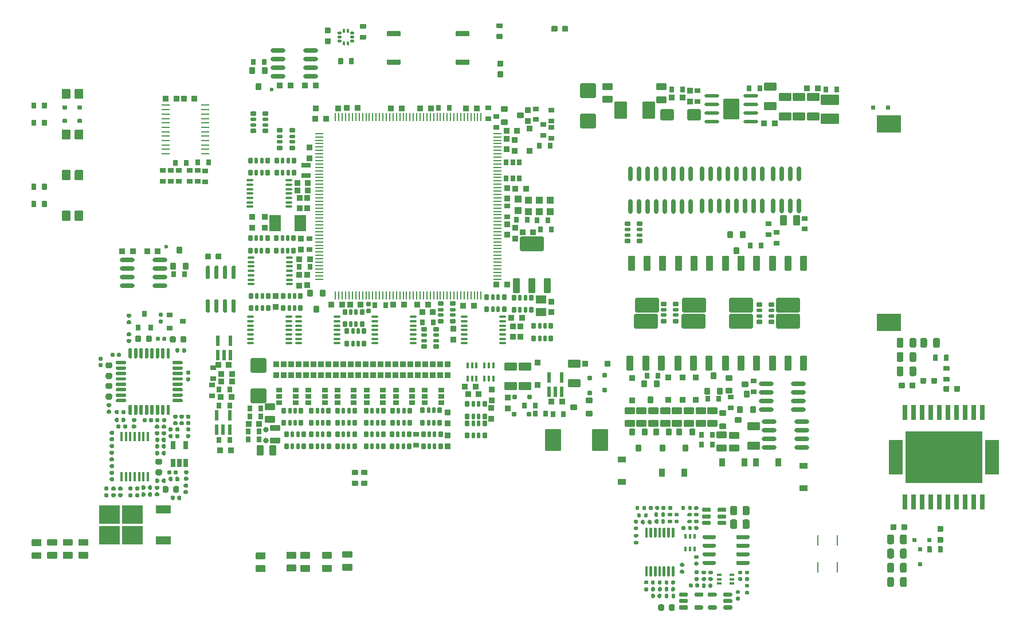
<source format=gtp>
G75*
G70*
%OFA0B0*%
%FSLAX25Y25*%
%IPPOS*%
%LPD*%
%AMOC8*
5,1,8,0,0,1.08239X$1,22.5*
%
%AMM1*
21,1,0.035430,0.030320,0.000000,0.000000,180.000000*
21,1,0.028350,0.037400,0.000000,0.000000,180.000000*
1,1,0.007090,-0.014170,0.015160*
1,1,0.007090,0.014170,0.015160*
1,1,0.007090,0.014170,-0.015160*
1,1,0.007090,-0.014170,-0.015160*
%
%AMM10*
21,1,0.033470,0.026770,0.000000,0.000000,180.000000*
21,1,0.026770,0.033470,0.000000,0.000000,180.000000*
1,1,0.006690,-0.013390,0.013390*
1,1,0.006690,0.013390,0.013390*
1,1,0.006690,0.013390,-0.013390*
1,1,0.006690,-0.013390,-0.013390*
%
%AMM11*
21,1,0.033470,0.026770,0.000000,0.000000,270.000000*
21,1,0.026770,0.033470,0.000000,0.000000,270.000000*
1,1,0.006690,-0.013390,-0.013390*
1,1,0.006690,-0.013390,0.013390*
1,1,0.006690,0.013390,0.013390*
1,1,0.006690,0.013390,-0.013390*
%
%AMM110*
21,1,0.035430,0.030320,0.000000,0.000000,90.000000*
21,1,0.028350,0.037400,0.000000,0.000000,90.000000*
1,1,0.007090,0.015160,0.014170*
1,1,0.007090,0.015160,-0.014170*
1,1,0.007090,-0.015160,-0.014170*
1,1,0.007090,-0.015160,0.014170*
%
%AMM111*
21,1,0.021650,0.052760,0.000000,0.000000,0.000000*
21,1,0.017320,0.057090,0.000000,0.000000,0.000000*
1,1,0.004330,0.008660,-0.026380*
1,1,0.004330,-0.008660,-0.026380*
1,1,0.004330,-0.008660,0.026380*
1,1,0.004330,0.008660,0.026380*
%
%AMM112*
21,1,0.094490,0.111020,0.000000,0.000000,180.000000*
21,1,0.075590,0.129920,0.000000,0.000000,180.000000*
1,1,0.018900,-0.037800,0.055510*
1,1,0.018900,0.037800,0.055510*
1,1,0.018900,0.037800,-0.055510*
1,1,0.018900,-0.037800,-0.055510*
%
%AMM113*
21,1,0.023620,0.018900,0.000000,0.000000,270.000000*
21,1,0.018900,0.023620,0.000000,0.000000,270.000000*
1,1,0.004720,-0.009450,-0.009450*
1,1,0.004720,-0.009450,0.009450*
1,1,0.004720,0.009450,0.009450*
1,1,0.004720,0.009450,-0.009450*
%
%AMM114*
21,1,0.035830,0.026770,0.000000,0.000000,0.000000*
21,1,0.029130,0.033470,0.000000,0.000000,0.000000*
1,1,0.006690,0.014570,-0.013390*
1,1,0.006690,-0.014570,-0.013390*
1,1,0.006690,-0.014570,0.013390*
1,1,0.006690,0.014570,0.013390*
%
%AMM115*
21,1,0.023620,0.018900,0.000000,0.000000,180.000000*
21,1,0.018900,0.023620,0.000000,0.000000,180.000000*
1,1,0.004720,-0.009450,0.009450*
1,1,0.004720,0.009450,0.009450*
1,1,0.004720,0.009450,-0.009450*
1,1,0.004720,-0.009450,-0.009450*
%
%AMM116*
21,1,0.033470,0.026770,0.000000,0.000000,90.000000*
21,1,0.026770,0.033470,0.000000,0.000000,90.000000*
1,1,0.006690,0.013390,0.013390*
1,1,0.006690,0.013390,-0.013390*
1,1,0.006690,-0.013390,-0.013390*
1,1,0.006690,-0.013390,0.013390*
%
%AMM12*
21,1,0.122050,0.075590,0.000000,0.000000,270.000000*
21,1,0.103150,0.094490,0.000000,0.000000,270.000000*
1,1,0.018900,-0.037800,-0.051580*
1,1,0.018900,-0.037800,0.051580*
1,1,0.018900,0.037800,0.051580*
1,1,0.018900,0.037800,-0.051580*
%
%AMM127*
21,1,0.021650,0.052760,-0.000000,0.000000,0.000000*
21,1,0.017320,0.057090,-0.000000,0.000000,0.000000*
1,1,0.004330,0.008660,-0.026380*
1,1,0.004330,-0.008660,-0.026380*
1,1,0.004330,-0.008660,0.026380*
1,1,0.004330,0.008660,0.026380*
%
%AMM128*
21,1,0.027560,0.030710,-0.000000,0.000000,270.000000*
21,1,0.022050,0.036220,-0.000000,0.000000,270.000000*
1,1,0.005510,-0.015350,-0.011020*
1,1,0.005510,-0.015350,0.011020*
1,1,0.005510,0.015350,0.011020*
1,1,0.005510,0.015350,-0.011020*
%
%AMM129*
21,1,0.027560,0.030710,-0.000000,0.000000,0.000000*
21,1,0.022050,0.036220,-0.000000,0.000000,0.000000*
1,1,0.005510,0.011020,-0.015350*
1,1,0.005510,-0.011020,-0.015350*
1,1,0.005510,-0.011020,0.015350*
1,1,0.005510,0.011020,0.015350*
%
%AMM13*
21,1,0.078740,0.053540,0.000000,0.000000,180.000000*
21,1,0.065350,0.066930,0.000000,0.000000,180.000000*
1,1,0.013390,-0.032680,0.026770*
1,1,0.013390,0.032680,0.026770*
1,1,0.013390,0.032680,-0.026770*
1,1,0.013390,-0.032680,-0.026770*
%
%AMM130*
21,1,0.033470,0.026770,-0.000000,0.000000,0.000000*
21,1,0.026770,0.033470,-0.000000,0.000000,0.000000*
1,1,0.006690,0.013390,-0.013390*
1,1,0.006690,-0.013390,-0.013390*
1,1,0.006690,-0.013390,0.013390*
1,1,0.006690,0.013390,0.013390*
%
%AMM139*
21,1,0.035430,0.030320,-0.000000,-0.000000,0.000000*
21,1,0.028350,0.037400,-0.000000,-0.000000,0.000000*
1,1,0.007090,0.014170,-0.015160*
1,1,0.007090,-0.014170,-0.015160*
1,1,0.007090,-0.014170,0.015160*
1,1,0.007090,0.014170,0.015160*
%
%AMM14*
21,1,0.070870,0.036220,0.000000,0.000000,180.000000*
21,1,0.061810,0.045280,0.000000,0.000000,180.000000*
1,1,0.009060,-0.030910,0.018110*
1,1,0.009060,0.030910,0.018110*
1,1,0.009060,0.030910,-0.018110*
1,1,0.009060,-0.030910,-0.018110*
%
%AMM140*
21,1,0.033470,0.026770,-0.000000,-0.000000,180.000000*
21,1,0.026770,0.033470,-0.000000,-0.000000,180.000000*
1,1,0.006690,-0.013390,0.013390*
1,1,0.006690,0.013390,0.013390*
1,1,0.006690,0.013390,-0.013390*
1,1,0.006690,-0.013390,-0.013390*
%
%AMM141*
21,1,0.027560,0.030710,-0.000000,-0.000000,0.000000*
21,1,0.022050,0.036220,-0.000000,-0.000000,0.000000*
1,1,0.005510,0.011020,-0.015350*
1,1,0.005510,-0.011020,-0.015350*
1,1,0.005510,-0.011020,0.015350*
1,1,0.005510,0.011020,0.015350*
%
%AMM15*
21,1,0.086610,0.073230,0.000000,0.000000,90.000000*
21,1,0.069290,0.090550,0.000000,0.000000,90.000000*
1,1,0.017320,0.036610,0.034650*
1,1,0.017320,0.036610,-0.034650*
1,1,0.017320,-0.036610,-0.034650*
1,1,0.017320,-0.036610,0.034650*
%
%AMM16*
21,1,0.027560,0.030710,0.000000,0.000000,90.000000*
21,1,0.022050,0.036220,0.000000,0.000000,90.000000*
1,1,0.005510,0.015350,0.011020*
1,1,0.005510,0.015350,-0.011020*
1,1,0.005510,-0.015350,-0.011020*
1,1,0.005510,-0.015350,0.011020*
%
%AMM163*
21,1,0.033470,0.026770,0.000000,-0.000000,180.000000*
21,1,0.026770,0.033470,0.000000,-0.000000,180.000000*
1,1,0.006690,-0.013390,0.013390*
1,1,0.006690,0.013390,0.013390*
1,1,0.006690,0.013390,-0.013390*
1,1,0.006690,-0.013390,-0.013390*
%
%AMM164*
21,1,0.025590,0.026380,0.000000,-0.000000,0.000000*
21,1,0.020470,0.031500,0.000000,-0.000000,0.000000*
1,1,0.005120,0.010240,-0.013190*
1,1,0.005120,-0.010240,-0.013190*
1,1,0.005120,-0.010240,0.013190*
1,1,0.005120,0.010240,0.013190*
%
%AMM165*
21,1,0.017720,0.027950,0.000000,-0.000000,0.000000*
21,1,0.014170,0.031500,0.000000,-0.000000,0.000000*
1,1,0.003540,0.007090,-0.013980*
1,1,0.003540,-0.007090,-0.013980*
1,1,0.003540,-0.007090,0.013980*
1,1,0.003540,0.007090,0.013980*
%
%AMM166*
21,1,0.012600,0.028980,0.000000,-0.000000,180.000000*
21,1,0.010080,0.031500,0.000000,-0.000000,180.000000*
1,1,0.002520,-0.005040,0.014490*
1,1,0.002520,0.005040,0.014490*
1,1,0.002520,0.005040,-0.014490*
1,1,0.002520,-0.005040,-0.014490*
%
%AMM167*
21,1,0.033470,0.026770,0.000000,-0.000000,90.000000*
21,1,0.026770,0.033470,0.000000,-0.000000,90.000000*
1,1,0.006690,0.013390,0.013390*
1,1,0.006690,0.013390,-0.013390*
1,1,0.006690,-0.013390,-0.013390*
1,1,0.006690,-0.013390,0.013390*
%
%AMM2*
21,1,0.033470,0.026770,0.000000,0.000000,0.000000*
21,1,0.026770,0.033470,0.000000,0.000000,0.000000*
1,1,0.006690,0.013390,-0.013390*
1,1,0.006690,-0.013390,-0.013390*
1,1,0.006690,-0.013390,0.013390*
1,1,0.006690,0.013390,0.013390*
%
%AMM27*
21,1,0.137800,0.067720,0.000000,0.000000,0.000000*
21,1,0.120870,0.084650,0.000000,0.000000,0.000000*
1,1,0.016930,0.060430,-0.033860*
1,1,0.016930,-0.060430,-0.033860*
1,1,0.016930,-0.060430,0.033860*
1,1,0.016930,0.060430,0.033860*
%
%AMM28*
21,1,0.043310,0.075980,0.000000,0.000000,0.000000*
21,1,0.034650,0.084650,0.000000,0.000000,0.000000*
1,1,0.008660,0.017320,-0.037990*
1,1,0.008660,-0.017320,-0.037990*
1,1,0.008660,-0.017320,0.037990*
1,1,0.008660,0.017320,0.037990*
%
%AMM29*
21,1,0.043310,0.075990,0.000000,0.000000,0.000000*
21,1,0.034650,0.084650,0.000000,0.000000,0.000000*
1,1,0.008660,0.017320,-0.037990*
1,1,0.008660,-0.017320,-0.037990*
1,1,0.008660,-0.017320,0.037990*
1,1,0.008660,0.017320,0.037990*
%
%AMM3*
21,1,0.027560,0.030710,0.000000,0.000000,180.000000*
21,1,0.022050,0.036220,0.000000,0.000000,180.000000*
1,1,0.005510,-0.011020,0.015350*
1,1,0.005510,0.011020,0.015350*
1,1,0.005510,0.011020,-0.015350*
1,1,0.005510,-0.011020,-0.015350*
%
%AMM30*
21,1,0.039370,0.035430,0.000000,0.000000,270.000000*
21,1,0.031500,0.043310,0.000000,0.000000,270.000000*
1,1,0.007870,-0.017720,-0.015750*
1,1,0.007870,-0.017720,0.015750*
1,1,0.007870,0.017720,0.015750*
1,1,0.007870,0.017720,-0.015750*
%
%AMM31*
21,1,0.035430,0.030320,0.000000,0.000000,270.000000*
21,1,0.028350,0.037400,0.000000,0.000000,270.000000*
1,1,0.007090,-0.015160,-0.014170*
1,1,0.007090,-0.015160,0.014170*
1,1,0.007090,0.015160,0.014170*
1,1,0.007090,0.015160,-0.014170*
%
%AMM32*
21,1,0.023620,0.030710,0.000000,0.000000,180.000000*
21,1,0.018900,0.035430,0.000000,0.000000,180.000000*
1,1,0.004720,-0.009450,0.015350*
1,1,0.004720,0.009450,0.015350*
1,1,0.004720,0.009450,-0.015350*
1,1,0.004720,-0.009450,-0.015350*
%
%AMM33*
21,1,0.025590,0.026380,0.000000,0.000000,0.000000*
21,1,0.020470,0.031500,0.000000,0.000000,0.000000*
1,1,0.005120,0.010240,-0.013190*
1,1,0.005120,-0.010240,-0.013190*
1,1,0.005120,-0.010240,0.013190*
1,1,0.005120,0.010240,0.013190*
%
%AMM34*
21,1,0.017720,0.027950,0.000000,0.000000,0.000000*
21,1,0.014170,0.031500,0.000000,0.000000,0.000000*
1,1,0.003540,0.007090,-0.013980*
1,1,0.003540,-0.007090,-0.013980*
1,1,0.003540,-0.007090,0.013980*
1,1,0.003540,0.007090,0.013980*
%
%AMM35*
21,1,0.035830,0.026770,0.000000,0.000000,270.000000*
21,1,0.029130,0.033470,0.000000,0.000000,270.000000*
1,1,0.006690,-0.013390,-0.014570*
1,1,0.006690,-0.013390,0.014570*
1,1,0.006690,0.013390,0.014570*
1,1,0.006690,0.013390,-0.014570*
%
%AMM36*
21,1,0.025590,0.026380,0.000000,0.000000,270.000000*
21,1,0.020470,0.031500,0.000000,0.000000,270.000000*
1,1,0.005120,-0.013190,-0.010240*
1,1,0.005120,-0.013190,0.010240*
1,1,0.005120,0.013190,0.010240*
1,1,0.005120,0.013190,-0.010240*
%
%AMM37*
21,1,0.017720,0.027950,0.000000,0.000000,270.000000*
21,1,0.014170,0.031500,0.000000,0.000000,270.000000*
1,1,0.003540,-0.013980,-0.007090*
1,1,0.003540,-0.013980,0.007090*
1,1,0.003540,0.013980,0.007090*
1,1,0.003540,0.013980,-0.007090*
%
%AMM38*
21,1,0.027560,0.049610,0.000000,0.000000,270.000000*
21,1,0.022050,0.055120,0.000000,0.000000,270.000000*
1,1,0.005510,-0.024800,-0.011020*
1,1,0.005510,-0.024800,0.011020*
1,1,0.005510,0.024800,0.011020*
1,1,0.005510,0.024800,-0.011020*
%
%AMM39*
21,1,0.027560,0.018900,0.000000,0.000000,180.000000*
21,1,0.022840,0.023620,0.000000,0.000000,180.000000*
1,1,0.004720,-0.011420,0.009450*
1,1,0.004720,0.011420,0.009450*
1,1,0.004720,0.011420,-0.009450*
1,1,0.004720,-0.011420,-0.009450*
%
%AMM40*
21,1,0.035830,0.026770,0.000000,0.000000,180.000000*
21,1,0.029130,0.033470,0.000000,0.000000,180.000000*
1,1,0.006690,-0.014570,0.013390*
1,1,0.006690,0.014570,0.013390*
1,1,0.006690,0.014570,-0.013390*
1,1,0.006690,-0.014570,-0.013390*
%
%AMM7*
21,1,0.039370,0.049210,0.000000,0.000000,90.000000*
21,1,0.031500,0.057090,0.000000,0.000000,90.000000*
1,1,0.007870,0.024610,0.015750*
1,1,0.007870,0.024610,-0.015750*
1,1,0.007870,-0.024610,-0.015750*
1,1,0.007870,-0.024610,0.015750*
%
%AMM72*
21,1,0.035430,0.050000,0.000000,0.000000,270.000000*
21,1,0.028350,0.057090,0.000000,0.000000,270.000000*
1,1,0.007090,-0.025000,-0.014170*
1,1,0.007090,-0.025000,0.014170*
1,1,0.007090,0.025000,0.014170*
1,1,0.007090,0.025000,-0.014170*
%
%AMM73*
21,1,0.086610,0.073230,0.000000,0.000000,270.000000*
21,1,0.069290,0.090550,0.000000,0.000000,270.000000*
1,1,0.017320,-0.036610,-0.034650*
1,1,0.017320,-0.036610,0.034650*
1,1,0.017320,0.036610,0.034650*
1,1,0.017320,0.036610,-0.034650*
%
%AMM74*
21,1,0.039370,0.049210,0.000000,0.000000,180.000000*
21,1,0.031500,0.057090,0.000000,0.000000,180.000000*
1,1,0.007870,-0.015750,0.024610*
1,1,0.007870,0.015750,0.024610*
1,1,0.007870,0.015750,-0.024610*
1,1,0.007870,-0.015750,-0.024610*
%
%AMM75*
21,1,0.023620,0.030710,0.000000,0.000000,90.000000*
21,1,0.018900,0.035430,0.000000,0.000000,90.000000*
1,1,0.004720,0.015350,0.009450*
1,1,0.004720,0.015350,-0.009450*
1,1,0.004720,-0.015350,-0.009450*
1,1,0.004720,-0.015350,0.009450*
%
%AMM76*
21,1,0.027560,0.030710,0.000000,0.000000,0.000000*
21,1,0.022050,0.036220,0.000000,0.000000,0.000000*
1,1,0.005510,0.011020,-0.015350*
1,1,0.005510,-0.011020,-0.015350*
1,1,0.005510,-0.011020,0.015350*
1,1,0.005510,0.011020,0.015350*
%
%AMM8*
21,1,0.106300,0.050390,0.000000,0.000000,0.000000*
21,1,0.093700,0.062990,0.000000,0.000000,0.000000*
1,1,0.012600,0.046850,-0.025200*
1,1,0.012600,-0.046850,-0.025200*
1,1,0.012600,-0.046850,0.025200*
1,1,0.012600,0.046850,0.025200*
%
%AMM86*
21,1,0.027560,0.030710,0.000000,0.000000,270.000000*
21,1,0.022050,0.036220,0.000000,0.000000,270.000000*
1,1,0.005510,-0.015350,-0.011020*
1,1,0.005510,-0.015350,0.011020*
1,1,0.005510,0.015350,0.011020*
1,1,0.005510,0.015350,-0.011020*
%
%AMM89*
21,1,0.035430,0.030320,0.000000,0.000000,0.000000*
21,1,0.028350,0.037400,0.000000,0.000000,0.000000*
1,1,0.007090,0.014170,-0.015160*
1,1,0.007090,-0.014170,-0.015160*
1,1,0.007090,-0.014170,0.015160*
1,1,0.007090,0.014170,0.015160*
%
%AMM9*
21,1,0.074800,0.083460,0.000000,0.000000,180.000000*
21,1,0.059840,0.098430,0.000000,0.000000,180.000000*
1,1,0.014960,-0.029920,0.041730*
1,1,0.014960,0.029920,0.041730*
1,1,0.014960,0.029920,-0.041730*
1,1,0.014960,-0.029920,-0.041730*
%
%AMM90*
21,1,0.070870,0.036220,0.000000,0.000000,0.000000*
21,1,0.061810,0.045280,0.000000,0.000000,0.000000*
1,1,0.009060,0.030910,-0.018110*
1,1,0.009060,-0.030910,-0.018110*
1,1,0.009060,-0.030910,0.018110*
1,1,0.009060,0.030910,0.018110*
%
%AMM91*
21,1,0.043310,0.075980,0.000000,0.000000,180.000000*
21,1,0.034650,0.084650,0.000000,0.000000,180.000000*
1,1,0.008660,-0.017320,0.037990*
1,1,0.008660,0.017320,0.037990*
1,1,0.008660,0.017320,-0.037990*
1,1,0.008660,-0.017320,-0.037990*
%
%AMM92*
21,1,0.043310,0.075990,0.000000,0.000000,180.000000*
21,1,0.034650,0.084650,0.000000,0.000000,180.000000*
1,1,0.008660,-0.017320,0.037990*
1,1,0.008660,0.017320,0.037990*
1,1,0.008660,0.017320,-0.037990*
1,1,0.008660,-0.017320,-0.037990*
%
%AMM93*
21,1,0.137800,0.067720,0.000000,0.000000,180.000000*
21,1,0.120870,0.084650,0.000000,0.000000,180.000000*
1,1,0.016930,-0.060430,0.033860*
1,1,0.016930,0.060430,0.033860*
1,1,0.016930,0.060430,-0.033860*
1,1,0.016930,-0.060430,-0.033860*
%
%AMM94*
21,1,0.025590,0.026380,0.000000,0.000000,90.000000*
21,1,0.020470,0.031500,0.000000,0.000000,90.000000*
1,1,0.005120,0.013190,0.010240*
1,1,0.005120,0.013190,-0.010240*
1,1,0.005120,-0.013190,-0.010240*
1,1,0.005120,-0.013190,0.010240*
%
%AMM95*
21,1,0.017720,0.027950,0.000000,0.000000,90.000000*
21,1,0.014170,0.031500,0.000000,0.000000,90.000000*
1,1,0.003540,0.013980,0.007090*
1,1,0.003540,0.013980,-0.007090*
1,1,0.003540,-0.013980,-0.007090*
1,1,0.003540,-0.013980,0.007090*
%
%AMM96*
21,1,0.035830,0.026770,0.000000,0.000000,90.000000*
21,1,0.029130,0.033470,0.000000,0.000000,90.000000*
1,1,0.006690,0.013390,0.014570*
1,1,0.006690,0.013390,-0.014570*
1,1,0.006690,-0.013390,-0.014570*
1,1,0.006690,-0.013390,0.014570*
%
%ADD105R,0.03543X0.03150*%
%ADD116M27*%
%ADD119M116*%
%ADD12O,0.05118X0.00866*%
%ADD120M7*%
%ADD121M37*%
%ADD122R,0.05906X0.05118*%
%ADD125M40*%
%ADD13M33*%
%ADD135C,0.02362*%
%ADD144M114*%
%ADD145M30*%
%ADD162M38*%
%ADD163O,0.00000X0.00000*%
%ADD164M1*%
%ADD171M113*%
%ADD177O,0.08661X0.01968*%
%ADD179M90*%
%ADD181M92*%
%ADD184M31*%
%ADD187M15*%
%ADD188M9*%
%ADD192R,0.08000X0.20000*%
%ADD196R,0.45000X0.30000*%
%ADD197M39*%
%ADD198O,0.02362X0.08661*%
%ADD200M91*%
%ADD201M3*%
%ADD207M72*%
%ADD209M11*%
%ADD215M14*%
%ADD218M2*%
%ADD221M32*%
%ADD222R,0.02559X0.01575*%
%ADD227M12*%
%ADD229M8*%
%ADD235M29*%
%ADD237R,0.03150X0.03543*%
%ADD24M112*%
%ADD241R,0.06693X0.09449*%
%ADD245M96*%
%ADD248R,0.03543X0.04724*%
%ADD249M73*%
%ADD257C,0.03150*%
%ADD258M110*%
%ADD259O,0.04961X0.00984*%
%ADD264M13*%
%ADD270O,0.00866X0.05118*%
%ADD277O,0.01968X0.03937*%
%ADD29M89*%
%ADD290M86*%
%ADD292O,0.08661X0.02362*%
%ADD301R,0.03150X0.08661*%
%ADD304R,0.04724X0.03543*%
%ADD305M34*%
%ADD306R,0.00800X0.06000*%
%ADD307M10*%
%ADD308M93*%
%ADD314M74*%
%ADD316M111*%
%ADD319M127*%
%ADD320M128*%
%ADD321M129*%
%ADD322M130*%
%ADD329R,0.08661X0.04724*%
%ADD330R,0.01772X0.05709*%
%ADD331R,0.02559X0.04803*%
%ADD333R,0.12008X0.10827*%
%ADD341M139*%
%ADD342M140*%
%ADD343M141*%
%ADD371M163*%
%ADD372M164*%
%ADD373M165*%
%ADD374M166*%
%ADD375M167*%
%ADD39M35*%
%ADD43O,0.04331X0.01181*%
%ADD45M75*%
%ADD52R,0.14173X0.10236*%
%ADD54M28*%
%ADD55M115*%
%ADD58M94*%
%ADD74M16*%
%ADD81M36*%
%ADD86M76*%
%ADD94R,0.01575X0.02559*%
%ADD98M95*%
X0000000Y0000000D02*
%LPD*%
G01*
G36*
G01*
X0134429Y0255315D02*
X0133248Y0255315D01*
G75*
G02*
X0132657Y0255906I0000000J0000591D01*
G01*
X0132657Y0262402D01*
G75*
G02*
X0133248Y0262992I0000591J0000000D01*
G01*
X0134429Y0262992D01*
G75*
G02*
X0135020Y0262402I0000000J-000591D01*
G01*
X0135020Y0255906D01*
G75*
G02*
X0134429Y0255315I-000591J0000000D01*
G01*
G37*
G36*
G01*
X0139429Y0255315D02*
X0138248Y0255315D01*
G75*
G02*
X0137657Y0255906I0000000J0000591D01*
G01*
X0137657Y0262402D01*
G75*
G02*
X0138248Y0262992I0000591J0000000D01*
G01*
X0139429Y0262992D01*
G75*
G02*
X0140020Y0262402I0000000J-000591D01*
G01*
X0140020Y0255906D01*
G75*
G02*
X0139429Y0255315I-000591J0000000D01*
G01*
G37*
G36*
G01*
X0144429Y0255315D02*
X0143248Y0255315D01*
G75*
G02*
X0142657Y0255906I0000000J0000591D01*
G01*
X0142657Y0262402D01*
G75*
G02*
X0143248Y0262992I0000591J0000000D01*
G01*
X0144429Y0262992D01*
G75*
G02*
X0145020Y0262402I0000000J-000591D01*
G01*
X0145020Y0255906D01*
G75*
G02*
X0144429Y0255315I-000591J0000000D01*
G01*
G37*
G36*
G01*
X0149429Y0255315D02*
X0148248Y0255315D01*
G75*
G02*
X0147657Y0255906I0000000J0000591D01*
G01*
X0147657Y0262402D01*
G75*
G02*
X0148248Y0262992I0000591J0000000D01*
G01*
X0149429Y0262992D01*
G75*
G02*
X0150020Y0262402I0000000J-000591D01*
G01*
X0150020Y0255906D01*
G75*
G02*
X0149429Y0255315I-000591J0000000D01*
G01*
G37*
G36*
G01*
X0149429Y0274803D02*
X0148248Y0274803D01*
G75*
G02*
X0147657Y0275394I0000000J0000591D01*
G01*
X0147657Y0281890D01*
G75*
G02*
X0148248Y0282480I0000591J0000000D01*
G01*
X0149429Y0282480D01*
G75*
G02*
X0150020Y0281890I0000000J-000591D01*
G01*
X0150020Y0275394D01*
G75*
G02*
X0149429Y0274803I-000591J0000000D01*
G01*
G37*
G36*
G01*
X0144429Y0274803D02*
X0143248Y0274803D01*
G75*
G02*
X0142657Y0275394I0000000J0000591D01*
G01*
X0142657Y0281890D01*
G75*
G02*
X0143248Y0282480I0000591J0000000D01*
G01*
X0144429Y0282480D01*
G75*
G02*
X0145020Y0281890I0000000J-000591D01*
G01*
X0145020Y0275394D01*
G75*
G02*
X0144429Y0274803I-000591J0000000D01*
G01*
G37*
G36*
G01*
X0139429Y0274803D02*
X0138248Y0274803D01*
G75*
G02*
X0137657Y0275394I0000000J0000591D01*
G01*
X0137657Y0281890D01*
G75*
G02*
X0138248Y0282480I0000591J0000000D01*
G01*
X0139429Y0282480D01*
G75*
G02*
X0140020Y0281890I0000000J-000591D01*
G01*
X0140020Y0275394D01*
G75*
G02*
X0139429Y0274803I-000591J0000000D01*
G01*
G37*
G36*
G01*
X0134429Y0274803D02*
X0133248Y0274803D01*
G75*
G02*
X0132657Y0275394I0000000J0000591D01*
G01*
X0132657Y0281890D01*
G75*
G02*
X0133248Y0282480I0000591J0000000D01*
G01*
X0134429Y0282480D01*
G75*
G02*
X0135020Y0281890I0000000J-000591D01*
G01*
X0135020Y0275394D01*
G75*
G02*
X0134429Y0274803I-000591J0000000D01*
G01*
G37*
G36*
G01*
X0564764Y0230571D02*
X0564764Y0227500D01*
G75*
G02*
X0564488Y0227224I-000276J0000000D01*
G01*
X0562283Y0227224D01*
G75*
G02*
X0562008Y0227500I0000000J0000276D01*
G01*
X0562008Y0230571D01*
G75*
G02*
X0562283Y0230846I0000276J0000000D01*
G01*
X0564488Y0230846D01*
G75*
G02*
X0564764Y0230571I0000000J-000276D01*
G01*
G37*
G36*
G01*
X0558465Y0230571D02*
X0558465Y0227500D01*
G75*
G02*
X0558189Y0227224I-000276J0000000D01*
G01*
X0555984Y0227224D01*
G75*
G02*
X0555709Y0227500I0000000J0000276D01*
G01*
X0555709Y0230571D01*
G75*
G02*
X0555984Y0230846I0000276J0000000D01*
G01*
X0558189Y0230846D01*
G75*
G02*
X0558465Y0230571I0000000J-000276D01*
G01*
G37*
G36*
G01*
X0202205Y0420925D02*
X0204882Y0420925D01*
G75*
G02*
X0205217Y0420591I0000000J-000335D01*
G01*
X0205217Y0417913D01*
G75*
G02*
X0204882Y0417579I-000335J0000000D01*
G01*
X0202205Y0417579D01*
G75*
G02*
X0201870Y0417913I0000000J0000335D01*
G01*
X0201870Y0420591D01*
G75*
G02*
X0202205Y0420925I0000335J0000000D01*
G01*
G37*
G36*
G01*
X0202205Y0414705D02*
X0204882Y0414705D01*
G75*
G02*
X0205217Y0414370I0000000J-000335D01*
G01*
X0205217Y0411693D01*
G75*
G02*
X0204882Y0411358I-000335J0000000D01*
G01*
X0202205Y0411358D01*
G75*
G02*
X0201870Y0411693I0000000J0000335D01*
G01*
X0201870Y0414370D01*
G75*
G02*
X0202205Y0414705I0000335J0000000D01*
G01*
G37*
G36*
G01*
X0305276Y0392067D02*
X0302598Y0392067D01*
G75*
G02*
X0302264Y0392402I0000000J0000335D01*
G01*
X0302264Y0395079D01*
G75*
G02*
X0302598Y0395413I0000335J0000000D01*
G01*
X0305276Y0395413D01*
G75*
G02*
X0305610Y0395079I0000000J-000335D01*
G01*
X0305610Y0392402D01*
G75*
G02*
X0305276Y0392067I-000335J0000000D01*
G01*
G37*
G36*
G01*
X0305276Y0398287D02*
X0302598Y0398287D01*
G75*
G02*
X0302264Y0398622I0000000J0000335D01*
G01*
X0302264Y0401299D01*
G75*
G02*
X0302598Y0401634I0000335J0000000D01*
G01*
X0305276Y0401634D01*
G75*
G02*
X0305610Y0401299I0000000J-000335D01*
G01*
X0305610Y0398622D01*
G75*
G02*
X0305276Y0398287I-000335J0000000D01*
G01*
G37*
D163*
X0180758Y0383983D03*
X0376167Y0190345D03*
G36*
G01*
X0056346Y0356319D02*
X0056346Y0361201D01*
G75*
G02*
X0056858Y0361713I0000512J0000000D01*
G01*
X0060953Y0361713D01*
G75*
G02*
X0061465Y0361201I0000000J-000512D01*
G01*
X0061465Y0356319D01*
G75*
G02*
X0060953Y0355807I-000512J0000000D01*
G01*
X0056858Y0355807D01*
G75*
G02*
X0056346Y0356319I0000000J0000512D01*
G01*
G37*
G36*
G01*
X0048866Y0356319D02*
X0048866Y0361201D01*
G75*
G02*
X0049378Y0361713I0000512J0000000D01*
G01*
X0053472Y0361713D01*
G75*
G02*
X0053984Y0361201I0000000J-000512D01*
G01*
X0053984Y0356319D01*
G75*
G02*
X0053472Y0355807I-000512J0000000D01*
G01*
X0049378Y0355807D01*
G75*
G02*
X0048866Y0356319I0000000J0000512D01*
G01*
G37*
G36*
G01*
X0031791Y0123524D02*
X0036713Y0123524D01*
G75*
G02*
X0037106Y0123130I0000000J-000394D01*
G01*
X0037106Y0119980D01*
G75*
G02*
X0036713Y0119587I-000394J0000000D01*
G01*
X0031791Y0119587D01*
G75*
G02*
X0031398Y0119980I0000000J0000394D01*
G01*
X0031398Y0123130D01*
G75*
G02*
X0031791Y0123524I0000394J0000000D01*
G01*
G37*
G36*
G01*
X0031791Y0116043D02*
X0036713Y0116043D01*
G75*
G02*
X0037106Y0115650I0000000J-000394D01*
G01*
X0037106Y0112500D01*
G75*
G02*
X0036713Y0112106I-000394J0000000D01*
G01*
X0031791Y0112106D01*
G75*
G02*
X0031398Y0112500I0000000J0000394D01*
G01*
X0031398Y0115650D01*
G75*
G02*
X0031791Y0116043I0000394J0000000D01*
G01*
G37*
G36*
G01*
X0217421Y0105315D02*
X0212500Y0105315D01*
G75*
G02*
X0212106Y0105709I0000000J0000394D01*
G01*
X0212106Y0108858D01*
G75*
G02*
X0212500Y0109252I0000394J0000000D01*
G01*
X0217421Y0109252D01*
G75*
G02*
X0217815Y0108858I0000000J-000394D01*
G01*
X0217815Y0105709D01*
G75*
G02*
X0217421Y0105315I-000394J0000000D01*
G01*
G37*
G36*
G01*
X0217421Y0112795D02*
X0212500Y0112795D01*
G75*
G02*
X0212106Y0113189I0000000J0000394D01*
G01*
X0212106Y0116339D01*
G75*
G02*
X0212500Y0116732I0000394J0000000D01*
G01*
X0217421Y0116732D01*
G75*
G02*
X0217815Y0116339I0000000J-000394D01*
G01*
X0217815Y0113189D01*
G75*
G02*
X0217421Y0112795I-000394J0000000D01*
G01*
G37*
G36*
G01*
X0040205Y0377126D02*
X0040205Y0374055D01*
G75*
G02*
X0039929Y0373780I-000276J0000000D01*
G01*
X0037724Y0373780D01*
G75*
G02*
X0037449Y0374055I0000000J0000276D01*
G01*
X0037449Y0377126D01*
G75*
G02*
X0037724Y0377402I0000276J0000000D01*
G01*
X0039929Y0377402D01*
G75*
G02*
X0040205Y0377126I0000000J-000276D01*
G01*
G37*
G36*
G01*
X0033906Y0377126D02*
X0033906Y0374055D01*
G75*
G02*
X0033630Y0373780I-000276J0000000D01*
G01*
X0031425Y0373780D01*
G75*
G02*
X0031150Y0374055I0000000J0000276D01*
G01*
X0031150Y0377126D01*
G75*
G02*
X0031425Y0377402I0000276J0000000D01*
G01*
X0033630Y0377402D01*
G75*
G02*
X0033906Y0377126I0000000J-000276D01*
G01*
G37*
G36*
G01*
X0571346Y0212331D02*
X0571346Y0209654D01*
G75*
G02*
X0571012Y0209320I-000335J0000000D01*
G01*
X0568335Y0209320D01*
G75*
G02*
X0568000Y0209654I0000000J0000335D01*
G01*
X0568000Y0212331D01*
G75*
G02*
X0568335Y0212666I0000335J0000000D01*
G01*
X0571012Y0212666D01*
G75*
G02*
X0571346Y0212331I0000000J-000335D01*
G01*
G37*
G36*
G01*
X0565126Y0212331D02*
X0565126Y0209654D01*
G75*
G02*
X0564791Y0209320I-000335J0000000D01*
G01*
X0562114Y0209320D01*
G75*
G02*
X0561780Y0209654I0000000J0000335D01*
G01*
X0561780Y0212331D01*
G75*
G02*
X0562114Y0212666I0000335J0000000D01*
G01*
X0564791Y0212666D01*
G75*
G02*
X0565126Y0212331I0000000J-000335D01*
G01*
G37*
G36*
G01*
X0528984Y0121654D02*
X0528984Y0125394D01*
G75*
G02*
X0529969Y0126378I0000984J0000000D01*
G01*
X0531937Y0126378D01*
G75*
G02*
X0532921Y0125394I0000000J-000984D01*
G01*
X0532921Y0121654D01*
G75*
G02*
X0531937Y0120669I-000984J0000000D01*
G01*
X0529969Y0120669D01*
G75*
G02*
X0528984Y0121654I0000000J0000984D01*
G01*
G37*
G36*
G01*
X0536465Y0121654D02*
X0536465Y0125394D01*
G75*
G02*
X0537449Y0126378I0000984J0000000D01*
G01*
X0539417Y0126378D01*
G75*
G02*
X0540402Y0125394I0000000J-000984D01*
G01*
X0540402Y0121654D01*
G75*
G02*
X0539417Y0120669I-000984J0000000D01*
G01*
X0537449Y0120669D01*
G75*
G02*
X0536465Y0121654I0000000J0000984D01*
G01*
G37*
G36*
G01*
X0187894Y0116142D02*
X0192815Y0116142D01*
G75*
G02*
X0193209Y0115748I0000000J-000394D01*
G01*
X0193209Y0112598D01*
G75*
G02*
X0192815Y0112205I-000394J0000000D01*
G01*
X0187894Y0112205D01*
G75*
G02*
X0187500Y0112598I0000000J0000394D01*
G01*
X0187500Y0115748D01*
G75*
G02*
X0187894Y0116142I0000394J0000000D01*
G01*
G37*
G36*
G01*
X0187894Y0108661D02*
X0192815Y0108661D01*
G75*
G02*
X0193209Y0108268I0000000J-000394D01*
G01*
X0193209Y0105118D01*
G75*
G02*
X0192815Y0104724I-000394J0000000D01*
G01*
X0187894Y0104724D01*
G75*
G02*
X0187500Y0105118I0000000J0000394D01*
G01*
X0187500Y0108268D01*
G75*
G02*
X0187894Y0108661I0000394J0000000D01*
G01*
G37*
D306*
X0488484Y0107283D03*
X0488484Y0123032D03*
D304*
X0480379Y0153351D03*
X0480379Y0166343D03*
D301*
X0539339Y0145245D03*
X0544339Y0145245D03*
X0549339Y0145245D03*
X0554339Y0145245D03*
X0559339Y0145245D03*
X0564339Y0145245D03*
X0569339Y0145245D03*
X0574339Y0145245D03*
X0579339Y0145245D03*
X0584339Y0145245D03*
X0584339Y0197213D03*
X0579339Y0197213D03*
X0574339Y0197213D03*
X0569339Y0197213D03*
X0564339Y0197213D03*
X0559339Y0197213D03*
X0554339Y0197213D03*
X0549339Y0197213D03*
X0544339Y0197213D03*
X0539339Y0197213D03*
D192*
X0533839Y0171229D03*
D196*
X0561839Y0171229D03*
D192*
X0589839Y0171229D03*
G36*
G01*
X0040205Y0319843D02*
X0040205Y0316772D01*
G75*
G02*
X0039929Y0316496I-000276J0000000D01*
G01*
X0037724Y0316496D01*
G75*
G02*
X0037449Y0316772I0000000J0000276D01*
G01*
X0037449Y0319843D01*
G75*
G02*
X0037724Y0320118I0000276J0000000D01*
G01*
X0039929Y0320118D01*
G75*
G02*
X0040205Y0319843I0000000J-000276D01*
G01*
G37*
G36*
G01*
X0033906Y0319843D02*
X0033906Y0316772D01*
G75*
G02*
X0033630Y0316496I-000276J0000000D01*
G01*
X0031425Y0316496D01*
G75*
G02*
X0031150Y0316772I0000000J0000276D01*
G01*
X0031150Y0319843D01*
G75*
G02*
X0031425Y0320118I0000276J0000000D01*
G01*
X0033630Y0320118D01*
G75*
G02*
X0033906Y0319843I0000000J-000276D01*
G01*
G37*
D163*
X0099803Y0294291D03*
G36*
G01*
X0056346Y0379941D02*
X0056346Y0384823D01*
G75*
G02*
X0056858Y0385335I0000512J0000000D01*
G01*
X0060953Y0385335D01*
G75*
G02*
X0061465Y0384823I0000000J-000512D01*
G01*
X0061465Y0379941D01*
G75*
G02*
X0060953Y0379429I-000512J0000000D01*
G01*
X0056858Y0379429D01*
G75*
G02*
X0056346Y0379941I0000000J0000512D01*
G01*
G37*
G36*
G01*
X0048866Y0379941D02*
X0048866Y0384823D01*
G75*
G02*
X0049378Y0385335I0000512J0000000D01*
G01*
X0053472Y0385335D01*
G75*
G02*
X0053984Y0384823I0000000J-000512D01*
G01*
X0053984Y0379941D01*
G75*
G02*
X0053472Y0379429I-000512J0000000D01*
G01*
X0049378Y0379429D01*
G75*
G02*
X0048866Y0379941I0000000J0000512D01*
G01*
G37*
G36*
G01*
X0141791Y0289134D02*
X0141791Y0286457D01*
G75*
G02*
X0141457Y0286122I-000335J0000000D01*
G01*
X0138780Y0286122D01*
G75*
G02*
X0138445Y0286457I0000000J0000335D01*
G01*
X0138445Y0289134D01*
G75*
G02*
X0138780Y0289469I0000335J0000000D01*
G01*
X0141457Y0289469D01*
G75*
G02*
X0141791Y0289134I0000000J-000335D01*
G01*
G37*
G36*
G01*
X0135571Y0289134D02*
X0135571Y0286457D01*
G75*
G02*
X0135236Y0286122I-000335J0000000D01*
G01*
X0132559Y0286122D01*
G75*
G02*
X0132224Y0286457I0000000J0000335D01*
G01*
X0132224Y0289134D01*
G75*
G02*
X0132559Y0289469I0000335J0000000D01*
G01*
X0135236Y0289469D01*
G75*
G02*
X0135571Y0289134I0000000J-000335D01*
G01*
G37*
G36*
G01*
X0238354Y0418898D02*
X0245598Y0418898D01*
G75*
G02*
X0245913Y0418583I0000000J-000315D01*
G01*
X0245913Y0416063D01*
G75*
G02*
X0245598Y0415748I-000315J0000000D01*
G01*
X0238354Y0415748D01*
G75*
G02*
X0238039Y0416063I0000000J0000315D01*
G01*
X0238039Y0418583D01*
G75*
G02*
X0238354Y0418898I0000315J0000000D01*
G01*
G37*
G36*
G01*
X0238354Y0402362D02*
X0245598Y0402362D01*
G75*
G02*
X0245913Y0402047I0000000J-000315D01*
G01*
X0245913Y0399528D01*
G75*
G02*
X0245598Y0399213I-000315J0000000D01*
G01*
X0238354Y0399213D01*
G75*
G02*
X0238039Y0399528I0000000J0000315D01*
G01*
X0238039Y0402047D01*
G75*
G02*
X0238354Y0402362I0000315J0000000D01*
G01*
G37*
D52*
X0529921Y0364961D03*
X0529921Y0249606D03*
G36*
G01*
X0561878Y0224182D02*
X0564949Y0224182D01*
G75*
G02*
X0565224Y0223906I0000000J-000276D01*
G01*
X0565224Y0221701D01*
G75*
G02*
X0564949Y0221426I-000276J0000000D01*
G01*
X0561878Y0221426D01*
G75*
G02*
X0561602Y0221701I0000000J0000276D01*
G01*
X0561602Y0223906D01*
G75*
G02*
X0561878Y0224182I0000276J0000000D01*
G01*
G37*
G36*
G01*
X0561878Y0217883D02*
X0564949Y0217883D01*
G75*
G02*
X0565224Y0217607I0000000J-000276D01*
G01*
X0565224Y0215402D01*
G75*
G02*
X0564949Y0215127I-000276J0000000D01*
G01*
X0561878Y0215127D01*
G75*
G02*
X0561602Y0215402I0000000J0000276D01*
G01*
X0561602Y0217607D01*
G75*
G02*
X0561878Y0217883I0000276J0000000D01*
G01*
G37*
G36*
G01*
X0213386Y0410630D02*
X0212598Y0410630D01*
G75*
G02*
X0212205Y0411024I0000000J0000394D01*
G01*
X0212205Y0412402D01*
G75*
G02*
X0212598Y0412795I0000394J0000000D01*
G01*
X0213386Y0412795D01*
G75*
G02*
X0213780Y0412402I0000000J-000394D01*
G01*
X0213780Y0411024D01*
G75*
G02*
X0213386Y0410630I-000394J0000000D01*
G01*
G37*
G36*
G01*
X0215748Y0410630D02*
X0214961Y0410630D01*
G75*
G02*
X0214567Y0411024I0000000J0000394D01*
G01*
X0214567Y0412402D01*
G75*
G02*
X0214961Y0412795I0000394J0000000D01*
G01*
X0215748Y0412795D01*
G75*
G02*
X0216142Y0412402I0000000J-000394D01*
G01*
X0216142Y0411024D01*
G75*
G02*
X0215748Y0410630I-000394J0000000D01*
G01*
G37*
G36*
G01*
X0218504Y0412205D02*
X0217126Y0412205D01*
G75*
G02*
X0216732Y0412598I0000000J0000394D01*
G01*
X0216732Y0413386D01*
G75*
G02*
X0217126Y0413780I0000394J0000000D01*
G01*
X0218504Y0413780D01*
G75*
G02*
X0218898Y0413386I0000000J-000394D01*
G01*
X0218898Y0412598D01*
G75*
G02*
X0218504Y0412205I-000394J0000000D01*
G01*
G37*
G36*
G01*
X0218504Y0414567D02*
X0217126Y0414567D01*
G75*
G02*
X0216732Y0414961I0000000J0000394D01*
G01*
X0216732Y0415748D01*
G75*
G02*
X0217126Y0416142I0000394J0000000D01*
G01*
X0218504Y0416142D01*
G75*
G02*
X0218898Y0415748I0000000J-000394D01*
G01*
X0218898Y0414961D01*
G75*
G02*
X0218504Y0414567I-000394J0000000D01*
G01*
G37*
G36*
G01*
X0218504Y0416929D02*
X0217126Y0416929D01*
G75*
G02*
X0216732Y0417323I0000000J0000394D01*
G01*
X0216732Y0418110D01*
G75*
G02*
X0217126Y0418504I0000394J0000000D01*
G01*
X0218504Y0418504D01*
G75*
G02*
X0218898Y0418110I0000000J-000394D01*
G01*
X0218898Y0417323D01*
G75*
G02*
X0218504Y0416929I-000394J0000000D01*
G01*
G37*
G36*
G01*
X0215748Y0417913D02*
X0214961Y0417913D01*
G75*
G02*
X0214567Y0418307I0000000J0000394D01*
G01*
X0214567Y0419685D01*
G75*
G02*
X0214961Y0420079I0000394J0000000D01*
G01*
X0215748Y0420079D01*
G75*
G02*
X0216142Y0419685I0000000J-000394D01*
G01*
X0216142Y0418307D01*
G75*
G02*
X0215748Y0417913I-000394J0000000D01*
G01*
G37*
G36*
G01*
X0213386Y0417913D02*
X0212598Y0417913D01*
G75*
G02*
X0212205Y0418307I0000000J0000394D01*
G01*
X0212205Y0419685D01*
G75*
G02*
X0212598Y0420079I0000394J0000000D01*
G01*
X0213386Y0420079D01*
G75*
G02*
X0213780Y0419685I0000000J-000394D01*
G01*
X0213780Y0418307D01*
G75*
G02*
X0213386Y0417913I-000394J0000000D01*
G01*
G37*
G36*
G01*
X0211220Y0416929D02*
X0209843Y0416929D01*
G75*
G02*
X0209449Y0417323I0000000J0000394D01*
G01*
X0209449Y0418110D01*
G75*
G02*
X0209843Y0418504I0000394J0000000D01*
G01*
X0211220Y0418504D01*
G75*
G02*
X0211614Y0418110I0000000J-000394D01*
G01*
X0211614Y0417323D01*
G75*
G02*
X0211220Y0416929I-000394J0000000D01*
G01*
G37*
G36*
G01*
X0211220Y0414567D02*
X0209843Y0414567D01*
G75*
G02*
X0209449Y0414961I0000000J0000394D01*
G01*
X0209449Y0415748D01*
G75*
G02*
X0209843Y0416142I0000394J0000000D01*
G01*
X0211220Y0416142D01*
G75*
G02*
X0211614Y0415748I0000000J-000394D01*
G01*
X0211614Y0414961D01*
G75*
G02*
X0211220Y0414567I-000394J0000000D01*
G01*
G37*
G36*
G01*
X0211220Y0412205D02*
X0209843Y0412205D01*
G75*
G02*
X0209449Y0412598I0000000J0000394D01*
G01*
X0209449Y0413386D01*
G75*
G02*
X0209843Y0413780I0000394J0000000D01*
G01*
X0211220Y0413780D01*
G75*
G02*
X0211614Y0413386I0000000J-000394D01*
G01*
X0211614Y0412598D01*
G75*
G02*
X0211220Y0412205I-000394J0000000D01*
G01*
G37*
G36*
G01*
X0060244Y0365453D02*
X0058354Y0365453D01*
G75*
G02*
X0058118Y0365689I0000000J0000236D01*
G01*
X0058118Y0367579D01*
G75*
G02*
X0058354Y0367815I0000236J0000000D01*
G01*
X0060244Y0367815D01*
G75*
G02*
X0060480Y0367579I0000000J-000236D01*
G01*
X0060480Y0365689D01*
G75*
G02*
X0060244Y0365453I-000236J0000000D01*
G01*
G37*
G36*
G01*
X0051583Y0365453D02*
X0049693Y0365453D01*
G75*
G02*
X0049457Y0365689I0000000J0000236D01*
G01*
X0049457Y0367579D01*
G75*
G02*
X0049693Y0367815I0000236J0000000D01*
G01*
X0051583Y0367815D01*
G75*
G02*
X0051819Y0367579I0000000J-000236D01*
G01*
X0051819Y0365689D01*
G75*
G02*
X0051583Y0365453I-000236J0000000D01*
G01*
G37*
G36*
G01*
X0209744Y0399803D02*
X0209744Y0402874D01*
G75*
G02*
X0210020Y0403150I0000276J0000000D01*
G01*
X0212224Y0403150D01*
G75*
G02*
X0212500Y0402874I0000000J-000276D01*
G01*
X0212500Y0399803D01*
G75*
G02*
X0212224Y0399528I-000276J0000000D01*
G01*
X0210020Y0399528D01*
G75*
G02*
X0209744Y0399803I0000000J0000276D01*
G01*
G37*
G36*
G01*
X0216043Y0399803D02*
X0216043Y0402874D01*
G75*
G02*
X0216319Y0403150I0000276J0000000D01*
G01*
X0218524Y0403150D01*
G75*
G02*
X0218799Y0402874I0000000J-000276D01*
G01*
X0218799Y0399803D01*
G75*
G02*
X0218524Y0399528I-000276J0000000D01*
G01*
X0216319Y0399528D01*
G75*
G02*
X0216043Y0399803I0000000J0000276D01*
G01*
G37*
G36*
G01*
X0049902Y0123720D02*
X0054823Y0123720D01*
G75*
G02*
X0055217Y0123327I0000000J-000394D01*
G01*
X0055217Y0120177D01*
G75*
G02*
X0054823Y0119783I-000394J0000000D01*
G01*
X0049902Y0119783D01*
G75*
G02*
X0049508Y0120177I0000000J0000394D01*
G01*
X0049508Y0123327D01*
G75*
G02*
X0049902Y0123720I0000394J0000000D01*
G01*
G37*
G36*
G01*
X0049902Y0116240D02*
X0054823Y0116240D01*
G75*
G02*
X0055217Y0115846I0000000J-000394D01*
G01*
X0055217Y0112697D01*
G75*
G02*
X0054823Y0112303I-000394J0000000D01*
G01*
X0049902Y0112303D01*
G75*
G02*
X0049508Y0112697I0000000J0000394D01*
G01*
X0049508Y0115846D01*
G75*
G02*
X0049902Y0116240I0000394J0000000D01*
G01*
G37*
G36*
G01*
X0060244Y0373327D02*
X0058354Y0373327D01*
G75*
G02*
X0058118Y0373563I0000000J0000236D01*
G01*
X0058118Y0375453D01*
G75*
G02*
X0058354Y0375689I0000236J0000000D01*
G01*
X0060244Y0375689D01*
G75*
G02*
X0060480Y0375453I0000000J-000236D01*
G01*
X0060480Y0373563D01*
G75*
G02*
X0060244Y0373327I-000236J0000000D01*
G01*
G37*
G36*
G01*
X0051583Y0373327D02*
X0049693Y0373327D01*
G75*
G02*
X0049457Y0373563I0000000J0000236D01*
G01*
X0049457Y0375453D01*
G75*
G02*
X0049693Y0375689I0000236J0000000D01*
G01*
X0051583Y0375689D01*
G75*
G02*
X0051819Y0375453I0000000J-000236D01*
G01*
X0051819Y0373563D01*
G75*
G02*
X0051583Y0373327I-000236J0000000D01*
G01*
G37*
G36*
G01*
X0205610Y0104724D02*
X0200689Y0104724D01*
G75*
G02*
X0200295Y0105118I0000000J0000394D01*
G01*
X0200295Y0108268D01*
G75*
G02*
X0200689Y0108661I0000394J0000000D01*
G01*
X0205610Y0108661D01*
G75*
G02*
X0206004Y0108268I0000000J-000394D01*
G01*
X0206004Y0105118D01*
G75*
G02*
X0205610Y0104724I-000394J0000000D01*
G01*
G37*
G36*
G01*
X0205610Y0112205D02*
X0200689Y0112205D01*
G75*
G02*
X0200295Y0112599I0000000J0000394D01*
G01*
X0200295Y0115748D01*
G75*
G02*
X0200689Y0116142I0000394J0000000D01*
G01*
X0205610Y0116142D01*
G75*
G02*
X0206004Y0115748I0000000J-000394D01*
G01*
X0206004Y0112599D01*
G75*
G02*
X0205610Y0112205I-000394J0000000D01*
G01*
G37*
G36*
G01*
X0534496Y0227575D02*
X0534496Y0231315D01*
G75*
G02*
X0535480Y0232299I0000984J0000000D01*
G01*
X0537449Y0232299D01*
G75*
G02*
X0538433Y0231315I0000000J-000984D01*
G01*
X0538433Y0227575D01*
G75*
G02*
X0537449Y0226591I-000984J0000000D01*
G01*
X0535480Y0226591D01*
G75*
G02*
X0534496Y0227575I0000000J0000984D01*
G01*
G37*
G36*
G01*
X0541976Y0227575D02*
X0541976Y0231315D01*
G75*
G02*
X0542961Y0232299I0000984J0000000D01*
G01*
X0544929Y0232299D01*
G75*
G02*
X0545913Y0231315I0000000J-000984D01*
G01*
X0545913Y0227575D01*
G75*
G02*
X0544929Y0226591I-000984J0000000D01*
G01*
X0542961Y0226591D01*
G75*
G02*
X0541976Y0227575I0000000J0000984D01*
G01*
G37*
G36*
G01*
X0519921Y0375591D02*
X0521811Y0375591D01*
G75*
G02*
X0522047Y0375354I0000000J-000236D01*
G01*
X0522047Y0373465D01*
G75*
G02*
X0521811Y0373228I-000236J0000000D01*
G01*
X0519921Y0373228D01*
G75*
G02*
X0519685Y0373465I0000000J0000236D01*
G01*
X0519685Y0375354D01*
G75*
G02*
X0519921Y0375591I0000236J0000000D01*
G01*
G37*
G36*
G01*
X0528583Y0375591D02*
X0530472Y0375591D01*
G75*
G02*
X0530709Y0375354I0000000J-000236D01*
G01*
X0530709Y0373465D01*
G75*
G02*
X0530472Y0373228I-000236J0000000D01*
G01*
X0528583Y0373228D01*
G75*
G02*
X0528346Y0373465I0000000J0000236D01*
G01*
X0528346Y0375354D01*
G75*
G02*
X0528583Y0375591I0000236J0000000D01*
G01*
G37*
G36*
G01*
X0223366Y0163780D02*
X0226437Y0163780D01*
G75*
G02*
X0226713Y0163504I0000000J-000276D01*
G01*
X0226713Y0161299D01*
G75*
G02*
X0226437Y0161024I-000276J0000000D01*
G01*
X0223366Y0161024D01*
G75*
G02*
X0223091Y0161299I0000000J0000276D01*
G01*
X0223091Y0163504D01*
G75*
G02*
X0223366Y0163780I0000276J0000000D01*
G01*
G37*
G36*
G01*
X0223366Y0157480D02*
X0226437Y0157480D01*
G75*
G02*
X0226713Y0157205I0000000J-000276D01*
G01*
X0226713Y0155000D01*
G75*
G02*
X0226437Y0154724I-000276J0000000D01*
G01*
X0223366Y0154724D01*
G75*
G02*
X0223091Y0155000I0000000J0000276D01*
G01*
X0223091Y0157205D01*
G75*
G02*
X0223366Y0157480I0000276J0000000D01*
G01*
G37*
G36*
G01*
X0222480Y0423031D02*
X0225551Y0423031D01*
G75*
G02*
X0225827Y0422756I0000000J-000276D01*
G01*
X0225827Y0420551D01*
G75*
G02*
X0225551Y0420276I-000276J0000000D01*
G01*
X0222480Y0420276D01*
G75*
G02*
X0222205Y0420551I0000000J0000276D01*
G01*
X0222205Y0422756D01*
G75*
G02*
X0222480Y0423031I0000276J0000000D01*
G01*
G37*
G36*
G01*
X0222480Y0416732D02*
X0225551Y0416732D01*
G75*
G02*
X0225827Y0416457I0000000J-000276D01*
G01*
X0225827Y0414252D01*
G75*
G02*
X0225551Y0413976I-000276J0000000D01*
G01*
X0222480Y0413976D01*
G75*
G02*
X0222205Y0414252I0000000J0000276D01*
G01*
X0222205Y0416457D01*
G75*
G02*
X0222480Y0416732I0000276J0000000D01*
G01*
G37*
D248*
X0446075Y0168147D03*
X0433083Y0168147D03*
X0452683Y0168147D03*
X0465675Y0168147D03*
G36*
G01*
X0559646Y0239567D02*
X0559646Y0235827D01*
G75*
G02*
X0558661Y0234843I-000984J0000000D01*
G01*
X0556693Y0234843D01*
G75*
G02*
X0555709Y0235827I0000000J0000984D01*
G01*
X0555709Y0239567D01*
G75*
G02*
X0556693Y0240551I0000984J0000000D01*
G01*
X0558661Y0240551D01*
G75*
G02*
X0559646Y0239567I0000000J-000984D01*
G01*
G37*
G36*
G01*
X0552165Y0239567D02*
X0552165Y0235827D01*
G75*
G02*
X0551181Y0234843I-000984J0000000D01*
G01*
X0549213Y0234843D01*
G75*
G02*
X0548228Y0235827I0000000J0000984D01*
G01*
X0548228Y0239567D01*
G75*
G02*
X0549213Y0240551I0000984J0000000D01*
G01*
X0551181Y0240551D01*
G75*
G02*
X0552165Y0239567I0000000J-000984D01*
G01*
G37*
G36*
G01*
X0184843Y0104803D02*
X0179921Y0104803D01*
G75*
G02*
X0179528Y0105197I0000000J0000394D01*
G01*
X0179528Y0108346D01*
G75*
G02*
X0179921Y0108740I0000394J0000000D01*
G01*
X0184843Y0108740D01*
G75*
G02*
X0185236Y0108346I0000000J-000394D01*
G01*
X0185236Y0105197D01*
G75*
G02*
X0184843Y0104803I-000394J0000000D01*
G01*
G37*
G36*
G01*
X0184843Y0112284D02*
X0179921Y0112284D01*
G75*
G02*
X0179528Y0112677I0000000J0000394D01*
G01*
X0179528Y0115827D01*
G75*
G02*
X0179921Y0116221I0000394J0000000D01*
G01*
X0184843Y0116221D01*
G75*
G02*
X0185236Y0115827I0000000J-000394D01*
G01*
X0185236Y0112677D01*
G75*
G02*
X0184843Y0112284I-000394J0000000D01*
G01*
G37*
X0410827Y0162106D03*
X0397835Y0162106D03*
G36*
G01*
X0058957Y0123721D02*
X0063878Y0123721D01*
G75*
G02*
X0064272Y0123327I0000000J-000394D01*
G01*
X0064272Y0120177D01*
G75*
G02*
X0063878Y0119784I-000394J0000000D01*
G01*
X0058957Y0119784D01*
G75*
G02*
X0058563Y0120177I0000000J0000394D01*
G01*
X0058563Y0123327D01*
G75*
G02*
X0058957Y0123721I0000394J0000000D01*
G01*
G37*
G36*
G01*
X0058957Y0116240D02*
X0063878Y0116240D01*
G75*
G02*
X0064272Y0115846I0000000J-000394D01*
G01*
X0064272Y0112697D01*
G75*
G02*
X0063878Y0112303I-000394J0000000D01*
G01*
X0058957Y0112303D01*
G75*
G02*
X0058563Y0112697I0000000J0000394D01*
G01*
X0058563Y0115846D01*
G75*
G02*
X0058957Y0116240I0000394J0000000D01*
G01*
G37*
D306*
X0499902Y0107283D03*
X0499902Y0123032D03*
G36*
G01*
X0528984Y0113386D02*
X0528984Y0117126D01*
G75*
G02*
X0529969Y0118110I0000984J0000000D01*
G01*
X0531937Y0118110D01*
G75*
G02*
X0532921Y0117126I0000000J-000984D01*
G01*
X0532921Y0113386D01*
G75*
G02*
X0531937Y0112402I-000984J0000000D01*
G01*
X0529969Y0112402D01*
G75*
G02*
X0528984Y0113386I0000000J0000984D01*
G01*
G37*
G36*
G01*
X0536465Y0113386D02*
X0536465Y0117126D01*
G75*
G02*
X0537449Y0118110I0000984J0000000D01*
G01*
X0539417Y0118110D01*
G75*
G02*
X0540402Y0117126I0000000J-000984D01*
G01*
X0540402Y0113386D01*
G75*
G02*
X0539417Y0112402I-000984J0000000D01*
G01*
X0537449Y0112402D01*
G75*
G02*
X0536465Y0113386I0000000J0000984D01*
G01*
G37*
G36*
G01*
X0557961Y0217056D02*
X0557961Y0214379D01*
G75*
G02*
X0557626Y0214044I-000335J0000000D01*
G01*
X0554949Y0214044D01*
G75*
G02*
X0554614Y0214379I0000000J0000335D01*
G01*
X0554614Y0217056D01*
G75*
G02*
X0554949Y0217390I0000335J0000000D01*
G01*
X0557626Y0217390D01*
G75*
G02*
X0557961Y0217056I0000000J-000335D01*
G01*
G37*
G36*
G01*
X0551740Y0217056D02*
X0551740Y0214379D01*
G75*
G02*
X0551406Y0214044I-000335J0000000D01*
G01*
X0548728Y0214044D01*
G75*
G02*
X0548394Y0214379I0000000J0000335D01*
G01*
X0548394Y0217056D01*
G75*
G02*
X0548728Y0217390I0000335J0000000D01*
G01*
X0551406Y0217390D01*
G75*
G02*
X0551740Y0217056I0000000J-000335D01*
G01*
G37*
G36*
G01*
X0530933Y0129272D02*
X0530933Y0131949D01*
G75*
G02*
X0531268Y0132283I0000335J0000000D01*
G01*
X0533945Y0132283D01*
G75*
G02*
X0534280Y0131949I0000000J-000335D01*
G01*
X0534280Y0129272D01*
G75*
G02*
X0533945Y0128937I-000335J0000000D01*
G01*
X0531268Y0128937D01*
G75*
G02*
X0530933Y0129272I0000000J0000335D01*
G01*
G37*
G36*
G01*
X0537154Y0129272D02*
X0537154Y0131949D01*
G75*
G02*
X0537488Y0132283I0000335J0000000D01*
G01*
X0540165Y0132283D01*
G75*
G02*
X0540500Y0131949I0000000J-000335D01*
G01*
X0540500Y0129272D01*
G75*
G02*
X0540165Y0128937I-000335J0000000D01*
G01*
X0537488Y0128937D01*
G75*
G02*
X0537154Y0129272I0000000J0000335D01*
G01*
G37*
G36*
G01*
X0528984Y0105118D02*
X0528984Y0108858D01*
G75*
G02*
X0529969Y0109843I0000984J0000000D01*
G01*
X0531937Y0109843D01*
G75*
G02*
X0532921Y0108858I0000000J-000984D01*
G01*
X0532921Y0105118D01*
G75*
G02*
X0531937Y0104134I-000984J0000000D01*
G01*
X0529969Y0104134D01*
G75*
G02*
X0528984Y0105118I0000000J0000984D01*
G01*
G37*
G36*
G01*
X0536465Y0105118D02*
X0536465Y0108858D01*
G75*
G02*
X0537449Y0109843I0000984J0000000D01*
G01*
X0539417Y0109843D01*
G75*
G02*
X0540402Y0108858I0000000J-000984D01*
G01*
X0540402Y0105118D01*
G75*
G02*
X0539417Y0104134I-000984J0000000D01*
G01*
X0537449Y0104134D01*
G75*
G02*
X0536465Y0105118I0000000J0000984D01*
G01*
G37*
G36*
G01*
X0534496Y0235877D02*
X0534496Y0239617D01*
G75*
G02*
X0535480Y0240602I0000984J0000000D01*
G01*
X0537449Y0240602D01*
G75*
G02*
X0538433Y0239617I0000000J-000984D01*
G01*
X0538433Y0235877D01*
G75*
G02*
X0537449Y0234893I-000984J0000000D01*
G01*
X0535480Y0234893D01*
G75*
G02*
X0534496Y0235877I0000000J0000984D01*
G01*
G37*
G36*
G01*
X0541976Y0235877D02*
X0541976Y0239617D01*
G75*
G02*
X0542961Y0240602I0000984J0000000D01*
G01*
X0544929Y0240602D01*
G75*
G02*
X0545913Y0239617I0000000J-000984D01*
G01*
X0545913Y0235877D01*
G75*
G02*
X0544929Y0234893I-000984J0000000D01*
G01*
X0542961Y0234893D01*
G75*
G02*
X0541976Y0235877I0000000J0000984D01*
G01*
G37*
G36*
G01*
X0534496Y0219307D02*
X0534496Y0223047D01*
G75*
G02*
X0535480Y0224031I0000984J0000000D01*
G01*
X0537449Y0224031D01*
G75*
G02*
X0538433Y0223047I0000000J-000984D01*
G01*
X0538433Y0219307D01*
G75*
G02*
X0537449Y0218323I-000984J0000000D01*
G01*
X0535480Y0218323D01*
G75*
G02*
X0534496Y0219307I0000000J0000984D01*
G01*
G37*
G36*
G01*
X0541976Y0219307D02*
X0541976Y0223047D01*
G75*
G02*
X0542961Y0224031I0000984J0000000D01*
G01*
X0544929Y0224031D01*
G75*
G02*
X0545913Y0223047I0000000J-000984D01*
G01*
X0545913Y0219307D01*
G75*
G02*
X0544929Y0218323I-000984J0000000D01*
G01*
X0542961Y0218323D01*
G75*
G02*
X0541976Y0219307I0000000J0000984D01*
G01*
G37*
G36*
G01*
X0040205Y0329882D02*
X0040205Y0326811D01*
G75*
G02*
X0039929Y0326535I-000276J0000000D01*
G01*
X0037724Y0326535D01*
G75*
G02*
X0037449Y0326811I0000000J0000276D01*
G01*
X0037449Y0329882D01*
G75*
G02*
X0037724Y0330157I0000276J0000000D01*
G01*
X0039929Y0330157D01*
G75*
G02*
X0040205Y0329882I0000000J-000276D01*
G01*
G37*
G36*
G01*
X0033906Y0329882D02*
X0033906Y0326811D01*
G75*
G02*
X0033630Y0326535I-000276J0000000D01*
G01*
X0031425Y0326535D01*
G75*
G02*
X0031150Y0326811I0000000J0000276D01*
G01*
X0031150Y0329882D01*
G75*
G02*
X0031425Y0330157I0000276J0000000D01*
G01*
X0033630Y0330157D01*
G75*
G02*
X0033906Y0329882I0000000J-000276D01*
G01*
G37*
D163*
X0500423Y0373327D03*
X0348081Y0375470D03*
X0406644Y0388878D03*
X0500423Y0380807D03*
X0354774Y0367588D03*
G36*
G01*
X0040205Y0367087D02*
X0040205Y0364016D01*
G75*
G02*
X0039929Y0363740I-000276J0000000D01*
G01*
X0037724Y0363740D01*
G75*
G02*
X0037449Y0364016I0000000J0000276D01*
G01*
X0037449Y0367087D01*
G75*
G02*
X0037724Y0367362I0000276J0000000D01*
G01*
X0039929Y0367362D01*
G75*
G02*
X0040205Y0367087I0000000J-000276D01*
G01*
G37*
G36*
G01*
X0033906Y0367087D02*
X0033906Y0364016D01*
G75*
G02*
X0033630Y0363740I-000276J0000000D01*
G01*
X0031425Y0363740D01*
G75*
G02*
X0031150Y0364016I0000000J0000276D01*
G01*
X0031150Y0367087D01*
G75*
G02*
X0031425Y0367362I0000276J0000000D01*
G01*
X0033630Y0367362D01*
G75*
G02*
X0033906Y0367087I0000000J-000276D01*
G01*
G37*
G36*
G01*
X0162106Y0115965D02*
X0167028Y0115965D01*
G75*
G02*
X0167421Y0115571I0000000J-000394D01*
G01*
X0167421Y0112421D01*
G75*
G02*
X0167028Y0112028I-000394J0000000D01*
G01*
X0162106Y0112028D01*
G75*
G02*
X0161713Y0112421I0000000J0000394D01*
G01*
X0161713Y0115571D01*
G75*
G02*
X0162106Y0115965I0000394J0000000D01*
G01*
G37*
G36*
G01*
X0162106Y0108484D02*
X0167028Y0108484D01*
G75*
G02*
X0167421Y0108090I0000000J-000394D01*
G01*
X0167421Y0104941D01*
G75*
G02*
X0167028Y0104547I-000394J0000000D01*
G01*
X0162106Y0104547D01*
G75*
G02*
X0161713Y0104941I0000000J0000394D01*
G01*
X0161713Y0108090D01*
G75*
G02*
X0162106Y0108484I0000394J0000000D01*
G01*
G37*
G36*
G01*
X0285610Y0399213D02*
X0278366Y0399213D01*
G75*
G02*
X0278051Y0399528I0000000J0000315D01*
G01*
X0278051Y0402047D01*
G75*
G02*
X0278366Y0402362I0000315J0000000D01*
G01*
X0285610Y0402362D01*
G75*
G02*
X0285925Y0402047I0000000J-000315D01*
G01*
X0285925Y0399528D01*
G75*
G02*
X0285610Y0399213I-000315J0000000D01*
G01*
G37*
G36*
G01*
X0285610Y0415748D02*
X0278366Y0415748D01*
G75*
G02*
X0278051Y0416063I0000000J0000315D01*
G01*
X0278051Y0418583D01*
G75*
G02*
X0278366Y0418898I0000315J0000000D01*
G01*
X0285610Y0418898D01*
G75*
G02*
X0285925Y0418583I0000000J-000315D01*
G01*
X0285925Y0416063D01*
G75*
G02*
X0285610Y0415748I-000315J0000000D01*
G01*
G37*
G36*
G01*
X0056346Y0309075D02*
X0056346Y0313957D01*
G75*
G02*
X0056858Y0314469I0000512J0000000D01*
G01*
X0060953Y0314469D01*
G75*
G02*
X0061465Y0313957I0000000J-000512D01*
G01*
X0061465Y0309075D01*
G75*
G02*
X0060953Y0308563I-000512J0000000D01*
G01*
X0056858Y0308563D01*
G75*
G02*
X0056346Y0309075I0000000J0000512D01*
G01*
G37*
G36*
G01*
X0048866Y0309075D02*
X0048866Y0313957D01*
G75*
G02*
X0049378Y0314469I0000512J0000000D01*
G01*
X0053472Y0314469D01*
G75*
G02*
X0053984Y0313957I0000000J-000512D01*
G01*
X0053984Y0309075D01*
G75*
G02*
X0053472Y0308563I-000512J0000000D01*
G01*
X0049378Y0308563D01*
G75*
G02*
X0048866Y0309075I0000000J0000512D01*
G01*
G37*
G36*
G01*
X0528984Y0096850D02*
X0528984Y0100591D01*
G75*
G02*
X0529969Y0101575I0000984J0000000D01*
G01*
X0531937Y0101575D01*
G75*
G02*
X0532921Y0100591I0000000J-000984D01*
G01*
X0532921Y0096850D01*
G75*
G02*
X0531937Y0095866I-000984J0000000D01*
G01*
X0529969Y0095866D01*
G75*
G02*
X0528984Y0096850I0000000J0000984D01*
G01*
G37*
G36*
G01*
X0536465Y0096850D02*
X0536465Y0100591D01*
G75*
G02*
X0537449Y0101575I0000984J0000000D01*
G01*
X0539417Y0101575D01*
G75*
G02*
X0540402Y0100591I0000000J-000984D01*
G01*
X0540402Y0096850D01*
G75*
G02*
X0539417Y0095866I-000984J0000000D01*
G01*
X0537449Y0095866D01*
G75*
G02*
X0536465Y0096850I0000000J0000984D01*
G01*
G37*
G36*
G01*
X0552193Y0116135D02*
X0552193Y0119205D01*
G75*
G02*
X0552469Y0119481I0000276J0000000D01*
G01*
X0554673Y0119481D01*
G75*
G02*
X0554949Y0119205I0000000J-000276D01*
G01*
X0554949Y0116135D01*
G75*
G02*
X0554673Y0115859I-000276J0000000D01*
G01*
X0552469Y0115859D01*
G75*
G02*
X0552193Y0116135I0000000J0000276D01*
G01*
G37*
G36*
G01*
X0558492Y0116135D02*
X0558492Y0119205D01*
G75*
G02*
X0558768Y0119481I0000276J0000000D01*
G01*
X0560972Y0119481D01*
G75*
G02*
X0561248Y0119205I0000000J-000276D01*
G01*
X0561248Y0116135D01*
G75*
G02*
X0560972Y0115859I-000276J0000000D01*
G01*
X0558768Y0115859D01*
G75*
G02*
X0558492Y0116135I0000000J0000276D01*
G01*
G37*
G36*
G01*
X0543965Y0124363D02*
X0545854Y0124363D01*
G75*
G02*
X0546091Y0124127I0000000J-000236D01*
G01*
X0546091Y0122237D01*
G75*
G02*
X0545854Y0122001I-000236J0000000D01*
G01*
X0543965Y0122001D01*
G75*
G02*
X0543728Y0122237I0000000J0000236D01*
G01*
X0543728Y0124127D01*
G75*
G02*
X0543965Y0124363I0000236J0000000D01*
G01*
G37*
G36*
G01*
X0552626Y0124363D02*
X0554516Y0124363D01*
G75*
G02*
X0554752Y0124127I0000000J-000236D01*
G01*
X0554752Y0122237D01*
G75*
G02*
X0554516Y0122001I-000236J0000000D01*
G01*
X0552626Y0122001D01*
G75*
G02*
X0552390Y0122237I0000000J0000236D01*
G01*
X0552390Y0124127D01*
G75*
G02*
X0552626Y0124363I0000236J0000000D01*
G01*
G37*
G36*
G01*
X0056346Y0332697D02*
X0056346Y0337579D01*
G75*
G02*
X0056858Y0338091I0000512J0000000D01*
G01*
X0060953Y0338091D01*
G75*
G02*
X0061465Y0337579I0000000J-000512D01*
G01*
X0061465Y0332697D01*
G75*
G02*
X0060953Y0332185I-000512J0000000D01*
G01*
X0056858Y0332185D01*
G75*
G02*
X0056346Y0332697I0000000J0000512D01*
G01*
G37*
G36*
G01*
X0048866Y0332697D02*
X0048866Y0337579D01*
G75*
G02*
X0049378Y0338091I0000512J0000000D01*
G01*
X0053472Y0338091D01*
G75*
G02*
X0053984Y0337579I0000000J-000512D01*
G01*
X0053984Y0332697D01*
G75*
G02*
X0053472Y0332185I-000512J0000000D01*
G01*
X0049378Y0332185D01*
G75*
G02*
X0048866Y0332697I0000000J0000512D01*
G01*
G37*
G36*
G01*
X0343366Y0421417D02*
X0343366Y0418740D01*
G75*
G02*
X0343032Y0418406I-000335J0000000D01*
G01*
X0340354Y0418406D01*
G75*
G02*
X0340020Y0418740I0000000J0000335D01*
G01*
X0340020Y0421417D01*
G75*
G02*
X0340354Y0421752I0000335J0000000D01*
G01*
X0343032Y0421752D01*
G75*
G02*
X0343366Y0421417I0000000J-000335D01*
G01*
G37*
G36*
G01*
X0337146Y0421417D02*
X0337146Y0418740D01*
G75*
G02*
X0336811Y0418406I-000335J0000000D01*
G01*
X0334134Y0418406D01*
G75*
G02*
X0333799Y0418740I0000000J0000335D01*
G01*
X0333799Y0421417D01*
G75*
G02*
X0334134Y0421752I0000335J0000000D01*
G01*
X0336811Y0421752D01*
G75*
G02*
X0337146Y0421417I0000000J-000335D01*
G01*
G37*
G36*
G01*
X0549240Y0118615D02*
X0549240Y0116725D01*
G75*
G02*
X0549004Y0116489I-000236J0000000D01*
G01*
X0547114Y0116489D01*
G75*
G02*
X0546878Y0116725I0000000J0000236D01*
G01*
X0546878Y0118615D01*
G75*
G02*
X0547114Y0118851I0000236J0000000D01*
G01*
X0549004Y0118851D01*
G75*
G02*
X0549240Y0118615I0000000J-000236D01*
G01*
G37*
G36*
G01*
X0549240Y0109953D02*
X0549240Y0108064D01*
G75*
G02*
X0549004Y0107827I-000236J0000000D01*
G01*
X0547114Y0107827D01*
G75*
G02*
X0546878Y0108064I0000000J0000236D01*
G01*
X0546878Y0109953D01*
G75*
G02*
X0547114Y0110190I0000236J0000000D01*
G01*
X0549004Y0110190D01*
G75*
G02*
X0549240Y0109953I0000000J-000236D01*
G01*
G37*
G36*
G01*
X0558531Y0131154D02*
X0561209Y0131154D01*
G75*
G02*
X0561543Y0130820I0000000J-000335D01*
G01*
X0561543Y0128142D01*
G75*
G02*
X0561209Y0127808I-000335J0000000D01*
G01*
X0558531Y0127808D01*
G75*
G02*
X0558197Y0128142I0000000J0000335D01*
G01*
X0558197Y0130820D01*
G75*
G02*
X0558531Y0131154I0000335J0000000D01*
G01*
G37*
G36*
G01*
X0558531Y0124934D02*
X0561209Y0124934D01*
G75*
G02*
X0561543Y0124599I0000000J-000335D01*
G01*
X0561543Y0121922D01*
G75*
G02*
X0561209Y0121587I-000335J0000000D01*
G01*
X0558531Y0121587D01*
G75*
G02*
X0558197Y0121922I0000000J0000335D01*
G01*
X0558197Y0124599D01*
G75*
G02*
X0558531Y0124934I0000335J0000000D01*
G01*
G37*
G36*
G01*
X0535807Y0211571D02*
X0535807Y0214248D01*
G75*
G02*
X0536142Y0214583I0000335J0000000D01*
G01*
X0538819Y0214583D01*
G75*
G02*
X0539154Y0214248I0000000J-000335D01*
G01*
X0539154Y0211571D01*
G75*
G02*
X0538819Y0211236I-000335J0000000D01*
G01*
X0536142Y0211236D01*
G75*
G02*
X0535807Y0211571I0000000J0000335D01*
G01*
G37*
G36*
G01*
X0542028Y0211571D02*
X0542028Y0214248D01*
G75*
G02*
X0542362Y0214583I0000335J0000000D01*
G01*
X0545039Y0214583D01*
G75*
G02*
X0545374Y0214248I0000000J-000335D01*
G01*
X0545374Y0211571D01*
G75*
G02*
X0545039Y0211236I-000335J0000000D01*
G01*
X0542362Y0211236D01*
G75*
G02*
X0542028Y0211571I0000000J0000335D01*
G01*
G37*
D304*
X0374803Y0169783D03*
X0374803Y0156791D03*
G36*
G01*
X0305114Y0414320D02*
X0302043Y0414320D01*
G75*
G02*
X0301768Y0414595I0000000J0000276D01*
G01*
X0301768Y0416800D01*
G75*
G02*
X0302043Y0417076I0000276J0000000D01*
G01*
X0305114Y0417076D01*
G75*
G02*
X0305390Y0416800I0000000J-000276D01*
G01*
X0305390Y0414595D01*
G75*
G02*
X0305114Y0414320I-000276J0000000D01*
G01*
G37*
G36*
G01*
X0305114Y0420619D02*
X0302043Y0420619D01*
G75*
G02*
X0301768Y0420894I0000000J0000276D01*
G01*
X0301768Y0423099D01*
G75*
G02*
X0302043Y0423375I0000276J0000000D01*
G01*
X0305114Y0423375D01*
G75*
G02*
X0305390Y0423099I0000000J-000276D01*
G01*
X0305390Y0420894D01*
G75*
G02*
X0305114Y0420619I-000276J0000000D01*
G01*
G37*
G36*
G01*
X0217854Y0163780D02*
X0220925Y0163780D01*
G75*
G02*
X0221201Y0163504I0000000J-000276D01*
G01*
X0221201Y0161299D01*
G75*
G02*
X0220925Y0161024I-000276J0000000D01*
G01*
X0217854Y0161024D01*
G75*
G02*
X0217579Y0161299I0000000J0000276D01*
G01*
X0217579Y0163504D01*
G75*
G02*
X0217854Y0163780I0000276J0000000D01*
G01*
G37*
G36*
G01*
X0217854Y0157480D02*
X0220925Y0157480D01*
G75*
G02*
X0221201Y0157205I0000000J-000276D01*
G01*
X0221201Y0155000D01*
G75*
G02*
X0220925Y0154724I-000276J0000000D01*
G01*
X0217854Y0154724D01*
G75*
G02*
X0217579Y0155000I0000000J0000276D01*
G01*
X0217579Y0157205D01*
G75*
G02*
X0217854Y0157480I0000276J0000000D01*
G01*
G37*
D163*
X0366500Y0210284D03*
X0366165Y0188620D03*
G36*
G01*
X0331756Y0171209D02*
X0331756Y0171209D01*
X0331756Y0171209D01*
X0331756Y0171209D01*
X0331756Y0171209D01*
G37*
X0329787Y0183020D03*
G36*
G01*
X0040846Y0123720D02*
X0045768Y0123720D01*
G75*
G02*
X0046161Y0123327I0000000J-000394D01*
G01*
X0046161Y0120177D01*
G75*
G02*
X0045768Y0119783I-000394J0000000D01*
G01*
X0040846Y0119783D01*
G75*
G02*
X0040453Y0120177I0000000J0000394D01*
G01*
X0040453Y0123327D01*
G75*
G02*
X0040846Y0123720I0000394J0000000D01*
G01*
G37*
G36*
G01*
X0040846Y0116240D02*
X0045768Y0116240D01*
G75*
G02*
X0046161Y0115846I0000000J-000394D01*
G01*
X0046161Y0112697D01*
G75*
G02*
X0045768Y0112303I-000394J0000000D01*
G01*
X0040846Y0112303D01*
G75*
G02*
X0040453Y0112697I0000000J0000394D01*
G01*
X0040453Y0115846D01*
G75*
G02*
X0040846Y0116240I0000394J0000000D01*
G01*
G37*
X0155659Y0382900D02*
G01*
G75*
D164*
X0167076Y0395912D02*
D03*
X0163336Y0386660D02*
D03*
D164*
X0159596Y0395912D02*
D03*
D292*
X0174635Y0407526D02*
D03*
X0174635Y0402526D02*
D03*
X0174635Y0397526D02*
D03*
X0174635Y0392526D02*
D03*
X0193533Y0407526D02*
D03*
X0193533Y0402526D02*
D03*
X0193533Y0397526D02*
D03*
X0193533Y0392526D02*
D03*
D218*
X0190344Y0387231D02*
D03*
X0196564Y0387231D02*
D03*
X0181998Y0387231D02*
D03*
X0175777Y0387231D02*
D03*
D201*
X0160186Y0400813D02*
D03*
X0166486Y0400813D02*
D03*
D135*
X0170816Y0384770D02*
D03*
X0346801Y0360827D02*
G01*
G75*
D120*
X0366388Y0379233D02*
D03*
X0366388Y0386713D02*
D03*
X0397785Y0379036D02*
D03*
X0397785Y0386516D02*
D03*
D229*
X0495718Y0378937D02*
D03*
X0495718Y0367914D02*
D03*
D188*
X0374065Y0372933D02*
D03*
X0390207Y0372933D02*
D03*
D201*
X0499557Y0384843D02*
D03*
X0493258Y0384843D02*
D03*
X0448671Y0385433D02*
D03*
X0454970Y0385433D02*
D03*
X0409990Y0384843D02*
D03*
X0403691Y0384843D02*
D03*
D307*
X0488691Y0385729D02*
D03*
X0482470Y0385729D02*
D03*
X0403632Y0380315D02*
D03*
X0409852Y0380315D02*
D03*
X0457470Y0365256D02*
D03*
X0463691Y0365256D02*
D03*
D209*
X0414222Y0384114D02*
D03*
X0414222Y0377894D02*
D03*
D177*
X0427116Y0381221D02*
D03*
X0427116Y0376221D02*
D03*
X0427116Y0371221D02*
D03*
X0427116Y0366221D02*
D03*
X0449754Y0381221D02*
D03*
X0449754Y0376221D02*
D03*
X0449754Y0371221D02*
D03*
X0449754Y0366221D02*
D03*
D227*
X0438435Y0373721D02*
D03*
D264*
X0416585Y0370374D02*
D03*
X0400836Y0370374D02*
D03*
D215*
X0477805Y0380610D02*
D03*
X0477805Y0369193D02*
D03*
X0460876Y0386713D02*
D03*
X0460876Y0375296D02*
D03*
X0469636Y0369292D02*
D03*
X0469636Y0380709D02*
D03*
X0485876Y0369095D02*
D03*
X0485876Y0380512D02*
D03*
D187*
X0354872Y0384252D02*
D03*
X0354872Y0366536D02*
D03*
D74*
X0418651Y0384154D02*
D03*
X0418651Y0377855D02*
D03*
D277*
X0354872Y0386713D02*
D03*
X0154380Y0232171D02*
G01*
G75*
D201*
X0264813Y0249592D02*
D03*
X0258514Y0249592D02*
D03*
X0230955Y0259435D02*
D03*
X0237254Y0259435D02*
D03*
X0313238Y0309139D02*
D03*
X0319537Y0309139D02*
D03*
X0274164Y0374199D02*
D03*
X0267864Y0374199D02*
D03*
X0331742Y0308943D02*
D03*
X0325443Y0308943D02*
D03*
X0333612Y0303431D02*
D03*
X0327313Y0303431D02*
D03*
X0186959Y0281876D02*
D03*
X0193258Y0281876D02*
D03*
X0326624Y0352348D02*
D03*
X0332923Y0352348D02*
D03*
D116*
X0322293Y0295163D02*
D03*
D54*
X0331349Y0270754D02*
D03*
X0313238Y0270754D02*
D03*
D235*
X0322293Y0270754D02*
D03*
D43*
X0282923Y0252840D02*
D03*
X0282923Y0250281D02*
D03*
X0282923Y0247722D02*
D03*
X0282923Y0245163D02*
D03*
X0282923Y0242604D02*
D03*
X0282923Y0240045D02*
D03*
X0282923Y0237486D02*
D03*
X0305364Y0252840D02*
D03*
X0305364Y0250281D02*
D03*
X0305364Y0247722D02*
D03*
X0305364Y0245163D02*
D03*
X0305364Y0242604D02*
D03*
X0305364Y0240045D02*
D03*
X0305364Y0237486D02*
D03*
X0158907Y0287191D02*
D03*
X0158907Y0284632D02*
D03*
X0158907Y0282073D02*
D03*
X0158907Y0279514D02*
D03*
X0158907Y0276954D02*
D03*
X0158907Y0274395D02*
D03*
X0158907Y0271836D02*
D03*
X0181349Y0287191D02*
D03*
X0181349Y0284632D02*
D03*
X0181349Y0282073D02*
D03*
X0181349Y0279514D02*
D03*
X0181349Y0276954D02*
D03*
X0181349Y0274395D02*
D03*
X0181349Y0271836D02*
D03*
X0158415Y0332171D02*
D03*
X0158415Y0329612D02*
D03*
X0158415Y0327053D02*
D03*
X0158415Y0324494D02*
D03*
X0158415Y0321935D02*
D03*
X0158415Y0319376D02*
D03*
X0158415Y0316817D02*
D03*
X0180856Y0332171D02*
D03*
X0180856Y0329612D02*
D03*
X0180856Y0327053D02*
D03*
X0180856Y0324494D02*
D03*
X0180856Y0321935D02*
D03*
X0180856Y0319376D02*
D03*
X0180856Y0316817D02*
D03*
X0209104Y0237486D02*
D03*
X0209104Y0240045D02*
D03*
X0209104Y0242604D02*
D03*
X0209104Y0245163D02*
D03*
X0209104Y0247722D02*
D03*
X0209104Y0250281D02*
D03*
X0209104Y0252840D02*
D03*
X0186664Y0237486D02*
D03*
X0186664Y0240045D02*
D03*
X0186664Y0242604D02*
D03*
X0186664Y0245163D02*
D03*
X0186664Y0247722D02*
D03*
X0186664Y0250281D02*
D03*
X0186664Y0252840D02*
D03*
X0253396Y0237486D02*
D03*
X0253396Y0240045D02*
D03*
X0253396Y0242604D02*
D03*
X0253396Y0245163D02*
D03*
X0253396Y0247722D02*
D03*
X0253396Y0250281D02*
D03*
X0253396Y0252840D02*
D03*
X0230955Y0237486D02*
D03*
X0230955Y0240045D02*
D03*
X0230955Y0242604D02*
D03*
X0230955Y0245163D02*
D03*
X0230955Y0247722D02*
D03*
X0230955Y0250281D02*
D03*
X0230955Y0252840D02*
D03*
X0158612Y0252840D02*
D03*
X0158612Y0250281D02*
D03*
X0158612Y0247722D02*
D03*
X0158612Y0245163D02*
D03*
X0158612Y0242604D02*
D03*
X0158612Y0240045D02*
D03*
X0158612Y0237486D02*
D03*
X0181053Y0252840D02*
D03*
X0181053Y0250281D02*
D03*
X0181053Y0247722D02*
D03*
X0181053Y0245163D02*
D03*
X0181053Y0242604D02*
D03*
X0181053Y0240045D02*
D03*
X0181053Y0237486D02*
D03*
D12*
X0198671Y0359336D02*
D03*
X0198671Y0357368D02*
D03*
X0198671Y0355399D02*
D03*
X0198671Y0353431D02*
D03*
X0198671Y0351462D02*
D03*
X0198671Y0349494D02*
D03*
X0198671Y0347525D02*
D03*
X0198671Y0345557D02*
D03*
X0198671Y0343588D02*
D03*
X0198671Y0341620D02*
D03*
X0198671Y0339651D02*
D03*
X0198671Y0337683D02*
D03*
X0198671Y0335714D02*
D03*
X0198671Y0333746D02*
D03*
X0198671Y0331777D02*
D03*
X0198671Y0329809D02*
D03*
X0198671Y0327840D02*
D03*
X0198671Y0325872D02*
D03*
X0198671Y0323903D02*
D03*
X0198671Y0321935D02*
D03*
X0198671Y0319966D02*
D03*
X0198671Y0317998D02*
D03*
X0198671Y0316029D02*
D03*
X0198671Y0314061D02*
D03*
X0198671Y0312092D02*
D03*
X0198671Y0310124D02*
D03*
X0198671Y0308155D02*
D03*
X0198671Y0306187D02*
D03*
X0198671Y0304218D02*
D03*
X0198671Y0302250D02*
D03*
X0198671Y0300281D02*
D03*
X0198671Y0298313D02*
D03*
X0198671Y0296344D02*
D03*
X0198671Y0294376D02*
D03*
X0198671Y0292407D02*
D03*
X0198671Y0290439D02*
D03*
X0198671Y0288470D02*
D03*
X0198671Y0286502D02*
D03*
X0198671Y0284533D02*
D03*
X0198671Y0282565D02*
D03*
X0198671Y0280596D02*
D03*
X0198671Y0278628D02*
D03*
X0198671Y0276659D02*
D03*
X0198671Y0274691D02*
D03*
X0302215Y0274691D02*
D03*
X0302215Y0276659D02*
D03*
X0302215Y0278628D02*
D03*
X0302215Y0280596D02*
D03*
X0302215Y0282565D02*
D03*
X0302215Y0284533D02*
D03*
X0302215Y0286502D02*
D03*
X0302215Y0288470D02*
D03*
X0302215Y0290439D02*
D03*
X0302215Y0292407D02*
D03*
X0302215Y0294376D02*
D03*
X0302215Y0296344D02*
D03*
X0302215Y0298313D02*
D03*
X0302215Y0300281D02*
D03*
X0302215Y0302250D02*
D03*
X0302215Y0304218D02*
D03*
X0302215Y0306187D02*
D03*
X0302215Y0308155D02*
D03*
X0302215Y0310124D02*
D03*
X0302215Y0312092D02*
D03*
X0302215Y0314061D02*
D03*
X0302215Y0316029D02*
D03*
X0302215Y0317998D02*
D03*
X0302215Y0319966D02*
D03*
X0302215Y0321935D02*
D03*
X0302215Y0323903D02*
D03*
X0302215Y0325872D02*
D03*
X0302215Y0327840D02*
D03*
X0302215Y0329809D02*
D03*
X0302215Y0331777D02*
D03*
X0302215Y0333746D02*
D03*
X0302215Y0335714D02*
D03*
X0302215Y0337683D02*
D03*
X0302215Y0339651D02*
D03*
X0302215Y0341620D02*
D03*
X0302215Y0343588D02*
D03*
X0302215Y0345557D02*
D03*
X0302215Y0347525D02*
D03*
X0302215Y0349494D02*
D03*
X0302215Y0351462D02*
D03*
X0302215Y0353431D02*
D03*
X0302215Y0355399D02*
D03*
X0302215Y0357368D02*
D03*
X0302215Y0359336D02*
D03*
D270*
X0208120Y0265242D02*
D03*
X0210089Y0265242D02*
D03*
X0212057Y0265242D02*
D03*
X0214026Y0265242D02*
D03*
X0215994Y0265242D02*
D03*
X0217963Y0265242D02*
D03*
X0219931Y0265242D02*
D03*
X0221900Y0265242D02*
D03*
X0223868Y0265242D02*
D03*
X0225837Y0265242D02*
D03*
X0227805Y0265242D02*
D03*
X0229774Y0265242D02*
D03*
X0231742Y0265242D02*
D03*
X0233711Y0265242D02*
D03*
X0235679Y0265242D02*
D03*
X0237648Y0265242D02*
D03*
X0239616Y0265242D02*
D03*
X0241585Y0265242D02*
D03*
X0243553Y0265242D02*
D03*
X0245522Y0265242D02*
D03*
X0247490Y0265242D02*
D03*
X0249459Y0265242D02*
D03*
X0251427Y0265242D02*
D03*
X0253396Y0265242D02*
D03*
X0255364Y0265242D02*
D03*
X0257333Y0265242D02*
D03*
X0259301Y0265242D02*
D03*
X0261270Y0265242D02*
D03*
X0263238Y0265242D02*
D03*
X0265207Y0265242D02*
D03*
X0267175Y0265242D02*
D03*
X0269144Y0265242D02*
D03*
X0271112Y0265242D02*
D03*
X0273081Y0265242D02*
D03*
X0275049Y0265242D02*
D03*
X0277018Y0265242D02*
D03*
X0278986Y0265242D02*
D03*
X0280955Y0265242D02*
D03*
X0282923Y0265242D02*
D03*
X0284892Y0265242D02*
D03*
X0286860Y0265242D02*
D03*
X0288829Y0265242D02*
D03*
X0290797Y0265242D02*
D03*
X0292766Y0265242D02*
D03*
X0292766Y0368785D02*
D03*
X0290797Y0368785D02*
D03*
X0288829Y0368785D02*
D03*
X0286860Y0368785D02*
D03*
X0284892Y0368785D02*
D03*
X0282923Y0368785D02*
D03*
X0280955Y0368785D02*
D03*
X0278986Y0368785D02*
D03*
X0277018Y0368785D02*
D03*
X0275049Y0368785D02*
D03*
X0273081Y0368785D02*
D03*
X0271112Y0368785D02*
D03*
X0269144Y0368785D02*
D03*
X0267175Y0368785D02*
D03*
X0265207Y0368785D02*
D03*
X0263238Y0368785D02*
D03*
X0261270Y0368785D02*
D03*
X0259301Y0368785D02*
D03*
X0257333Y0368785D02*
D03*
X0255364Y0368785D02*
D03*
X0253396Y0368785D02*
D03*
X0251427Y0368785D02*
D03*
X0249459Y0368785D02*
D03*
X0247490Y0368785D02*
D03*
X0245522Y0368785D02*
D03*
X0243553Y0368785D02*
D03*
X0241585Y0368785D02*
D03*
X0239616Y0368785D02*
D03*
X0237648Y0368785D02*
D03*
X0235679Y0368785D02*
D03*
X0233711Y0368785D02*
D03*
X0231742Y0368785D02*
D03*
X0229774Y0368785D02*
D03*
X0227805Y0368785D02*
D03*
X0225837Y0368785D02*
D03*
X0223868Y0368785D02*
D03*
X0221900Y0368785D02*
D03*
X0219931Y0368785D02*
D03*
X0217963Y0368785D02*
D03*
X0215994Y0368785D02*
D03*
X0214026Y0368785D02*
D03*
X0212057Y0368785D02*
D03*
X0210089Y0368785D02*
D03*
X0208120Y0368785D02*
D03*
D307*
X0310325Y0252250D02*
D03*
X0316545Y0252250D02*
D03*
X0307569Y0360911D02*
D03*
X0313789Y0360911D02*
D03*
X0316919Y0302053D02*
D03*
X0323140Y0302053D02*
D03*
X0216545Y0260025D02*
D03*
X0222766Y0260025D02*
D03*
X0290325Y0373982D02*
D03*
X0284104Y0373982D02*
D03*
X0282274Y0259336D02*
D03*
X0288494Y0259336D02*
D03*
X0196447Y0367998D02*
D03*
X0202667Y0367998D02*
D03*
X0312687Y0327348D02*
D03*
X0318907Y0327348D02*
D03*
X0205600Y0259927D02*
D03*
X0211821Y0259927D02*
D03*
X0258553Y0255498D02*
D03*
X0264774Y0255498D02*
D03*
X0192136Y0326364D02*
D03*
X0185916Y0326364D02*
D03*
X0220876Y0374100D02*
D03*
X0214656Y0374100D02*
D03*
X0240345Y0374002D02*
D03*
X0246565Y0374002D02*
D03*
X0257471Y0374002D02*
D03*
X0263691Y0374002D02*
D03*
X0307982Y0271443D02*
D03*
X0301762Y0271443D02*
D03*
X0241624Y0259927D02*
D03*
X0247845Y0259927D02*
D03*
X0261821Y0259828D02*
D03*
X0255601Y0259828D02*
D03*
X0192037Y0330694D02*
D03*
X0185817Y0330694D02*
D03*
X0186998Y0286403D02*
D03*
X0193219Y0286403D02*
D03*
D209*
X0320030Y0372880D02*
D03*
X0320030Y0366659D02*
D03*
X0333809Y0255439D02*
D03*
X0333809Y0261659D02*
D03*
X0307628Y0350124D02*
D03*
X0307628Y0356344D02*
D03*
X0191683Y0315773D02*
D03*
X0191683Y0321994D02*
D03*
X0312156Y0349336D02*
D03*
X0312156Y0355557D02*
D03*
X0276723Y0239691D02*
D03*
X0276723Y0245911D02*
D03*
X0311171Y0241167D02*
D03*
X0311171Y0247388D02*
D03*
X0315601Y0247387D02*
D03*
X0315601Y0241167D02*
D03*
X0166880Y0310872D02*
D03*
X0166880Y0304651D02*
D03*
X0187156Y0315773D02*
D03*
X0187156Y0321994D02*
D03*
X0191782Y0271088D02*
D03*
X0191782Y0277309D02*
D03*
X0312549Y0304573D02*
D03*
X0312549Y0298352D02*
D03*
X0186959Y0270990D02*
D03*
X0186959Y0277210D02*
D03*
X0173376Y0258588D02*
D03*
X0173376Y0264809D02*
D03*
X0159793Y0304553D02*
D03*
X0159793Y0310773D02*
D03*
X0307923Y0321482D02*
D03*
X0307923Y0327702D02*
D03*
X0308022Y0306738D02*
D03*
X0308022Y0300518D02*
D03*
X0188140Y0291856D02*
D03*
X0188140Y0298076D02*
D03*
X0192864Y0351128D02*
D03*
X0192864Y0344907D02*
D03*
D145*
X0332825Y0320557D02*
D03*
X0332825Y0313864D02*
D03*
X0320325Y0313962D02*
D03*
X0320325Y0320655D02*
D03*
X0326526Y0320557D02*
D03*
X0326526Y0313864D02*
D03*
X0314400Y0314553D02*
D03*
X0314400Y0321246D02*
D03*
D122*
X0327608Y0255498D02*
D03*
X0327608Y0262978D02*
D03*
D74*
X0301624Y0362978D02*
D03*
X0301624Y0369277D02*
D03*
X0296900Y0367801D02*
D03*
X0296900Y0374100D02*
D03*
X0308022Y0317309D02*
D03*
X0308022Y0311010D02*
D03*
X0324557Y0373706D02*
D03*
X0324557Y0367407D02*
D03*
X0333612Y0362880D02*
D03*
X0333612Y0356580D02*
D03*
X0333612Y0373017D02*
D03*
X0333612Y0366718D02*
D03*
X0328986Y0364454D02*
D03*
X0328986Y0358155D02*
D03*
X0192963Y0291915D02*
D03*
X0192963Y0298214D02*
D03*
D184*
X0315482Y0369770D02*
D03*
X0306230Y0373510D02*
D03*
D184*
X0306230Y0366029D02*
D03*
D241*
X0172982Y0307270D02*
D03*
X0187549Y0307270D02*
D03*
D221*
X0314911Y0333155D02*
D03*
X0311171Y0333155D02*
D03*
X0307431Y0333155D02*
D03*
X0307431Y0342604D02*
D03*
X0311171Y0342604D02*
D03*
X0314911Y0342604D02*
D03*
D13*
X0333415Y0240340D02*
D03*
X0333415Y0247427D02*
D03*
X0323376Y0247427D02*
D03*
X0323376Y0240340D02*
D03*
X0311959Y0256876D02*
D03*
X0311959Y0263962D02*
D03*
X0321998Y0263962D02*
D03*
X0321998Y0256876D02*
D03*
X0183809Y0291324D02*
D03*
X0183809Y0298411D02*
D03*
X0173770Y0298411D02*
D03*
X0173770Y0291324D02*
D03*
X0158514Y0291325D02*
D03*
X0158514Y0298411D02*
D03*
X0168553Y0298411D02*
D03*
X0168553Y0291325D02*
D03*
X0187746Y0257958D02*
D03*
X0187746Y0265045D02*
D03*
X0177707Y0265045D02*
D03*
X0177707Y0257958D02*
D03*
X0159006Y0257958D02*
D03*
X0159006Y0265045D02*
D03*
X0169045Y0265045D02*
D03*
X0169045Y0257958D02*
D03*
X0184006Y0336502D02*
D03*
X0184006Y0343588D02*
D03*
X0173967Y0343588D02*
D03*
X0173967Y0336502D02*
D03*
X0296112Y0257171D02*
D03*
X0296112Y0264258D02*
D03*
X0306152Y0264258D02*
D03*
X0306152Y0257171D02*
D03*
X0168652Y0336502D02*
D03*
X0168652Y0343588D02*
D03*
X0158612Y0343588D02*
D03*
X0158612Y0336502D02*
D03*
X0223573Y0255695D02*
D03*
X0223573Y0248608D02*
D03*
X0213533Y0248608D02*
D03*
X0213533Y0255695D02*
D03*
X0214715Y0237388D02*
D03*
X0214715Y0244474D02*
D03*
X0224754Y0244474D02*
D03*
X0224754Y0237388D02*
D03*
D305*
X0326821Y0247427D02*
D03*
X0329971Y0247427D02*
D03*
X0329971Y0240340D02*
D03*
X0326821Y0240340D02*
D03*
X0315404Y0256876D02*
D03*
X0318553Y0256876D02*
D03*
X0318553Y0263962D02*
D03*
X0315404Y0263962D02*
D03*
X0177215Y0298411D02*
D03*
X0180364Y0298411D02*
D03*
X0180364Y0291324D02*
D03*
X0177215Y0291324D02*
D03*
X0161959Y0291325D02*
D03*
X0165108Y0291325D02*
D03*
X0165108Y0298411D02*
D03*
X0161959Y0298411D02*
D03*
X0181152Y0265045D02*
D03*
X0184301Y0265045D02*
D03*
X0184301Y0257958D02*
D03*
X0181152Y0257958D02*
D03*
X0162451Y0257958D02*
D03*
X0165601Y0257958D02*
D03*
X0165601Y0265045D02*
D03*
X0162451Y0265045D02*
D03*
X0177412Y0343588D02*
D03*
X0180561Y0343588D02*
D03*
X0180561Y0336502D02*
D03*
X0177412Y0336502D02*
D03*
X0299557Y0257171D02*
D03*
X0302707Y0257171D02*
D03*
X0302707Y0264258D02*
D03*
X0299557Y0264258D02*
D03*
X0162057Y0343588D02*
D03*
X0165207Y0343588D02*
D03*
X0165207Y0336502D02*
D03*
X0162057Y0336502D02*
D03*
X0220128Y0255695D02*
D03*
X0216978Y0255695D02*
D03*
X0216978Y0248608D02*
D03*
X0220128Y0248608D02*
D03*
X0218160Y0237388D02*
D03*
X0221309Y0237388D02*
D03*
X0221309Y0244474D02*
D03*
X0218160Y0244474D02*
D03*
D39*
X0321112Y0349100D02*
D03*
X0321112Y0362092D02*
D03*
D164*
X0200738Y0266502D02*
D03*
X0196998Y0257250D02*
D03*
D164*
X0193258Y0266502D02*
D03*
D81*
X0259576Y0245555D02*
D03*
X0266663Y0245555D02*
D03*
X0266663Y0235516D02*
D03*
X0259576Y0235516D02*
D03*
X0269341Y0260419D02*
D03*
X0276427Y0260419D02*
D03*
X0276427Y0250380D02*
D03*
X0269341Y0250380D02*
D03*
X0182884Y0361088D02*
D03*
X0175797Y0361088D02*
D03*
X0175797Y0351048D02*
D03*
X0182884Y0351048D02*
D03*
X0167274Y0370852D02*
D03*
X0160187Y0370852D02*
D03*
X0160187Y0360813D02*
D03*
X0167274Y0360813D02*
D03*
D121*
X0259576Y0242111D02*
D03*
X0259576Y0238961D02*
D03*
X0266663Y0238961D02*
D03*
X0266663Y0242111D02*
D03*
X0269341Y0256974D02*
D03*
X0269341Y0253825D02*
D03*
X0276427Y0253825D02*
D03*
X0276427Y0256974D02*
D03*
X0175797Y0354493D02*
D03*
X0175797Y0357643D02*
D03*
X0182884Y0357643D02*
D03*
X0182884Y0354493D02*
D03*
X0160187Y0364258D02*
D03*
X0160187Y0367407D02*
D03*
X0167274Y0367407D02*
D03*
X0167274Y0364258D02*
D03*
D162*
X0190994Y0340832D02*
D03*
X0190994Y0334927D02*
D03*
D197*
X0227215Y0260321D02*
D03*
X0227215Y0256384D02*
D03*
D125*
X0209695Y0374002D02*
D03*
X0196703Y0374002D02*
D03*
X0154774Y0171836D02*
G01*
G75*
D207*
X0173081Y0188371D02*
D03*
X0173081Y0180891D02*
D03*
D249*
X0163435Y0224494D02*
D03*
X0163435Y0206777D02*
D03*
D74*
X0255069Y0178135D02*
D03*
X0255069Y0184434D02*
D03*
D314*
X0171802Y0175379D02*
D03*
X0164321Y0175379D02*
D03*
D257*
X0167569Y0187190D02*
D03*
X0167569Y0180891D02*
D03*
D45*
X0269538Y0202840D02*
D03*
X0269538Y0206580D02*
D03*
X0269538Y0210320D02*
D03*
X0260089Y0210320D02*
D03*
X0260089Y0206580D02*
D03*
X0260089Y0202840D02*
D03*
X0192372Y0202840D02*
D03*
X0192372Y0206580D02*
D03*
X0192372Y0210320D02*
D03*
X0201821Y0210320D02*
D03*
X0201821Y0206580D02*
D03*
X0201821Y0202840D02*
D03*
X0184892Y0202840D02*
D03*
X0184892Y0206580D02*
D03*
X0184892Y0210320D02*
D03*
X0175443Y0210320D02*
D03*
X0175443Y0206580D02*
D03*
X0175443Y0202840D02*
D03*
X0209302Y0202840D02*
D03*
X0209302Y0206580D02*
D03*
X0209302Y0210320D02*
D03*
X0218750Y0210320D02*
D03*
X0218750Y0206580D02*
D03*
X0218750Y0202840D02*
D03*
X0235679Y0202840D02*
D03*
X0235679Y0206580D02*
D03*
X0235679Y0210320D02*
D03*
X0226231Y0210320D02*
D03*
X0226231Y0206580D02*
D03*
X0226231Y0202840D02*
D03*
X0243160Y0202840D02*
D03*
X0243160Y0206580D02*
D03*
X0243160Y0210320D02*
D03*
X0252609Y0210320D02*
D03*
X0252609Y0206580D02*
D03*
X0252609Y0202840D02*
D03*
D13*
X0269243Y0177446D02*
D03*
X0269243Y0184533D02*
D03*
X0259203Y0184533D02*
D03*
X0259203Y0177446D02*
D03*
X0194144Y0177446D02*
D03*
X0194144Y0184533D02*
D03*
X0204183Y0184533D02*
D03*
X0204183Y0177446D02*
D03*
X0189617Y0177446D02*
D03*
X0189617Y0184533D02*
D03*
X0179577Y0184533D02*
D03*
X0179577Y0177446D02*
D03*
X0209203Y0177446D02*
D03*
X0209203Y0184533D02*
D03*
X0219242Y0184533D02*
D03*
X0219242Y0177446D02*
D03*
X0236073Y0177446D02*
D03*
X0236073Y0184533D02*
D03*
X0226034Y0184533D02*
D03*
X0226034Y0177446D02*
D03*
X0240995Y0177446D02*
D03*
X0240995Y0184533D02*
D03*
X0251034Y0184533D02*
D03*
X0251034Y0177446D02*
D03*
X0204085Y0191226D02*
D03*
X0204085Y0198312D02*
D03*
X0194046Y0198312D02*
D03*
X0194046Y0191226D02*
D03*
X0178101Y0191226D02*
D03*
X0178101Y0198312D02*
D03*
X0188140Y0198312D02*
D03*
X0188140Y0191226D02*
D03*
X0219341Y0191226D02*
D03*
X0219341Y0198312D02*
D03*
X0209302Y0198312D02*
D03*
X0209302Y0191226D02*
D03*
X0226034Y0191226D02*
D03*
X0226034Y0198312D02*
D03*
X0236073Y0198312D02*
D03*
X0236073Y0191226D02*
D03*
X0251329Y0191226D02*
D03*
X0251329Y0198312D02*
D03*
X0241290Y0198312D02*
D03*
X0241290Y0191226D02*
D03*
X0258711Y0191324D02*
D03*
X0258711Y0198411D02*
D03*
X0268750Y0198411D02*
D03*
X0268750Y0191324D02*
D03*
D305*
X0262648Y0184533D02*
D03*
X0265798Y0184533D02*
D03*
X0265798Y0177446D02*
D03*
X0262648Y0177446D02*
D03*
X0197589Y0177446D02*
D03*
X0200739Y0177446D02*
D03*
X0200739Y0184533D02*
D03*
X0197589Y0184533D02*
D03*
X0183022Y0184533D02*
D03*
X0186172Y0184533D02*
D03*
X0186172Y0177446D02*
D03*
X0183022Y0177446D02*
D03*
X0212648Y0177446D02*
D03*
X0215798Y0177446D02*
D03*
X0215798Y0184533D02*
D03*
X0212648Y0184533D02*
D03*
X0229479Y0184533D02*
D03*
X0232628Y0184533D02*
D03*
X0232628Y0177446D02*
D03*
X0229479Y0177446D02*
D03*
X0244439Y0177446D02*
D03*
X0247589Y0177446D02*
D03*
X0247589Y0184533D02*
D03*
X0244439Y0184533D02*
D03*
X0197491Y0198312D02*
D03*
X0200640Y0198312D02*
D03*
X0200640Y0191226D02*
D03*
X0197491Y0191226D02*
D03*
X0181546Y0191226D02*
D03*
X0184695Y0191226D02*
D03*
X0184695Y0198312D02*
D03*
X0181546Y0198312D02*
D03*
X0212747Y0198312D02*
D03*
X0215896Y0198312D02*
D03*
X0215896Y0191226D02*
D03*
X0212747Y0191226D02*
D03*
X0229479Y0191226D02*
D03*
X0232628Y0191226D02*
D03*
X0232628Y0198312D02*
D03*
X0229479Y0198312D02*
D03*
X0244735Y0198312D02*
D03*
X0247884Y0198312D02*
D03*
X0247884Y0191226D02*
D03*
X0244735Y0191226D02*
D03*
X0262156Y0191324D02*
D03*
X0265305Y0191324D02*
D03*
X0265305Y0198411D02*
D03*
X0262156Y0198411D02*
D03*
D209*
X0273278Y0177584D02*
D03*
X0273278Y0183805D02*
D03*
X0238731Y0219021D02*
D03*
X0238731Y0225242D02*
D03*
X0234400Y0225242D02*
D03*
X0234400Y0219021D02*
D03*
X0230069Y0219021D02*
D03*
X0230069Y0225242D02*
D03*
X0225739Y0225242D02*
D03*
X0225739Y0219021D02*
D03*
X0243061Y0219021D02*
D03*
X0243061Y0225242D02*
D03*
X0247392Y0225242D02*
D03*
X0247392Y0219021D02*
D03*
X0251723Y0219021D02*
D03*
X0251723Y0225242D02*
D03*
X0256053Y0225242D02*
D03*
X0256053Y0219021D02*
D03*
X0208416Y0219021D02*
D03*
X0208416Y0225242D02*
D03*
X0212747Y0225242D02*
D03*
X0212747Y0219021D02*
D03*
X0217077Y0219021D02*
D03*
X0217077Y0225242D02*
D03*
X0221408Y0225242D02*
D03*
X0221408Y0219021D02*
D03*
X0173770Y0219021D02*
D03*
X0173770Y0225242D02*
D03*
X0178101Y0225242D02*
D03*
X0178101Y0219021D02*
D03*
X0182431Y0219021D02*
D03*
X0182431Y0225242D02*
D03*
X0186762Y0225242D02*
D03*
X0186762Y0219021D02*
D03*
X0191093Y0219021D02*
D03*
X0191093Y0225242D02*
D03*
X0195424Y0225242D02*
D03*
X0195424Y0219021D02*
D03*
X0199754Y0219021D02*
D03*
X0199754Y0225242D02*
D03*
X0204085Y0225242D02*
D03*
X0204085Y0219021D02*
D03*
X0273278Y0190970D02*
D03*
X0273278Y0197190D02*
D03*
X0260384Y0219021D02*
D03*
X0260384Y0225242D02*
D03*
X0264715Y0225242D02*
D03*
X0264715Y0219021D02*
D03*
X0269046Y0219021D02*
D03*
X0269046Y0225242D02*
D03*
X0273376Y0225242D02*
D03*
X0273376Y0219021D02*
D03*
D86*
X0157333Y0186108D02*
D03*
X0163632Y0186108D02*
D03*
X0163632Y0181580D02*
D03*
X0157333Y0181580D02*
D03*
X0164617Y0195064D02*
D03*
X0158317Y0195064D02*
D03*
X0164617Y0199690D02*
D03*
X0158317Y0199690D02*
D03*
D120*
X0169931Y0200576D02*
D03*
X0169931Y0193096D02*
D03*
D307*
X0157569Y0190635D02*
D03*
X0163790Y0190635D02*
D03*
X0150049Y0172349D02*
G01*
G75*
D322*
X0141722Y0219692D02*
D03*
X0147943Y0219692D02*
D03*
X0146073Y0225007D02*
D03*
X0139852Y0225007D02*
D03*
X0147943Y0215164D02*
D03*
X0141722Y0215164D02*
D03*
X0140935Y0175302D02*
D03*
X0147155Y0175302D02*
D03*
X0147647Y0206207D02*
D03*
X0141427Y0206207D02*
D03*
D319*
X0139518Y0238983D02*
D03*
X0146998Y0238983D02*
D03*
X0146998Y0230518D02*
D03*
X0143258Y0230518D02*
D03*
X0139025Y0195617D02*
D03*
X0146506Y0195617D02*
D03*
X0146506Y0187152D02*
D03*
X0142766Y0187152D02*
D03*
D319*
X0139518Y0230518D02*
D03*
X0139025Y0187152D02*
D03*
D320*
X0136958Y0223235D02*
D03*
X0136958Y0216936D02*
D03*
X0136171Y0213196D02*
D03*
X0136171Y0206896D02*
D03*
D321*
X0140305Y0210735D02*
D03*
X0146604Y0210735D02*
D03*
X0140305Y0181404D02*
D03*
X0146604Y0181404D02*
D03*
X0140305Y0201286D02*
D03*
X0146604Y0201286D02*
D03*
X0374311Y0173278D02*
G01*
G75*
D184*
X0437087Y0217372D02*
D03*
X0446339Y0213632D02*
D03*
X0442402Y0193061D02*
D03*
X0433150Y0196802D02*
D03*
D184*
X0437087Y0209892D02*
D03*
X0433150Y0189321D02*
D03*
D29*
X0443406Y0198751D02*
D03*
X0447146Y0208002D02*
D03*
X0445079Y0300562D02*
D03*
X0441338Y0291310D02*
D03*
X0401968Y0185955D02*
D03*
X0398228Y0176703D02*
D03*
X0384252Y0176703D02*
D03*
X0387992Y0185955D02*
D03*
X0411811Y0176703D02*
D03*
X0415551Y0185955D02*
D03*
X0424311Y0209440D02*
D03*
X0428051Y0218692D02*
D03*
X0391339Y0204656D02*
D03*
X0395079Y0213908D02*
D03*
D29*
X0450886Y0198751D02*
D03*
X0437598Y0300562D02*
D03*
X0394488Y0185955D02*
D03*
X0380512Y0185955D02*
D03*
X0408071Y0185955D02*
D03*
X0431791Y0209440D02*
D03*
X0387598Y0213908D02*
D03*
D74*
X0451279Y0209203D02*
D03*
X0451279Y0215502D02*
D03*
X0437992Y0206349D02*
D03*
X0437992Y0200050D02*
D03*
X0481102Y0303751D02*
D03*
X0481102Y0310050D02*
D03*
X0460138Y0306743D02*
D03*
X0460138Y0300443D02*
D03*
X0464764Y0295621D02*
D03*
X0464764Y0301920D02*
D03*
D179*
X0451476Y0189223D02*
D03*
X0451476Y0177805D02*
D03*
D200*
X0453051Y0284065D02*
D03*
X0434941Y0284065D02*
D03*
X0453051Y0225798D02*
D03*
X0434941Y0225798D02*
D03*
X0462303Y0225798D02*
D03*
X0480413Y0225798D02*
D03*
X0462303Y0284065D02*
D03*
X0480413Y0284065D02*
D03*
X0425689Y0284065D02*
D03*
X0407579Y0284065D02*
D03*
X0380217Y0284065D02*
D03*
X0398327Y0284065D02*
D03*
X0407185Y0225798D02*
D03*
X0425295Y0225798D02*
D03*
X0397539Y0225798D02*
D03*
X0379429Y0225798D02*
D03*
D181*
X0443996Y0284065D02*
D03*
X0443996Y0225798D02*
D03*
X0471358Y0225798D02*
D03*
X0471358Y0284065D02*
D03*
X0416634Y0284065D02*
D03*
X0389272Y0284065D02*
D03*
X0416240Y0225798D02*
D03*
X0388484Y0225798D02*
D03*
D308*
X0443996Y0259656D02*
D03*
X0443996Y0250207D02*
D03*
X0471358Y0250207D02*
D03*
X0471358Y0259656D02*
D03*
X0416634Y0259656D02*
D03*
X0389272Y0259656D02*
D03*
X0416240Y0250207D02*
D03*
X0388484Y0250207D02*
D03*
D58*
X0405905Y0250306D02*
D03*
X0398819Y0250306D02*
D03*
X0398819Y0260345D02*
D03*
X0405905Y0260345D02*
D03*
X0384941Y0296861D02*
D03*
X0377854Y0296861D02*
D03*
X0377854Y0306900D02*
D03*
X0384941Y0306900D02*
D03*
X0461614Y0259853D02*
D03*
X0454527Y0259853D02*
D03*
X0454527Y0249813D02*
D03*
X0461614Y0249813D02*
D03*
D98*
X0405905Y0253750D02*
D03*
X0405905Y0256900D02*
D03*
X0398819Y0256900D02*
D03*
X0398819Y0253750D02*
D03*
X0384941Y0300306D02*
D03*
X0384941Y0303455D02*
D03*
X0377854Y0303455D02*
D03*
X0377854Y0300306D02*
D03*
X0454527Y0253258D02*
D03*
X0454527Y0256408D02*
D03*
X0461614Y0256408D02*
D03*
X0461614Y0253258D02*
D03*
D198*
X0379744Y0316939D02*
D03*
X0384744Y0316939D02*
D03*
X0389744Y0316939D02*
D03*
X0394744Y0316939D02*
D03*
X0399744Y0316939D02*
D03*
X0404744Y0316939D02*
D03*
X0409744Y0316939D02*
D03*
X0414744Y0316939D02*
D03*
X0379744Y0335837D02*
D03*
X0384744Y0335837D02*
D03*
X0389744Y0335837D02*
D03*
X0394744Y0335837D02*
D03*
X0399744Y0335837D02*
D03*
X0404744Y0335837D02*
D03*
X0409744Y0335837D02*
D03*
X0414744Y0335837D02*
D03*
X0456181Y0336034D02*
D03*
X0451181Y0336034D02*
D03*
X0446181Y0336034D02*
D03*
X0441181Y0336034D02*
D03*
X0436181Y0336034D02*
D03*
X0431181Y0336034D02*
D03*
X0426181Y0336034D02*
D03*
X0421181Y0336034D02*
D03*
X0456181Y0317136D02*
D03*
X0451181Y0317136D02*
D03*
X0446181Y0317136D02*
D03*
X0441181Y0317136D02*
D03*
X0436181Y0317136D02*
D03*
X0431181Y0317136D02*
D03*
X0426181Y0317136D02*
D03*
X0421181Y0317136D02*
D03*
X0462776Y0317136D02*
D03*
X0467776Y0317136D02*
D03*
X0472776Y0317136D02*
D03*
X0477776Y0317136D02*
D03*
X0462776Y0336034D02*
D03*
X0467776Y0336034D02*
D03*
X0472776Y0336034D02*
D03*
X0477776Y0336034D02*
D03*
D292*
X0460335Y0191959D02*
D03*
X0460335Y0186959D02*
D03*
X0460335Y0181959D02*
D03*
X0460335Y0176959D02*
D03*
X0479233Y0191959D02*
D03*
X0479233Y0186959D02*
D03*
X0479233Y0181959D02*
D03*
X0479233Y0176959D02*
D03*
X0477461Y0198810D02*
D03*
X0477461Y0203809D02*
D03*
X0477461Y0208809D02*
D03*
X0477461Y0213810D02*
D03*
X0458563Y0198810D02*
D03*
X0458563Y0203809D02*
D03*
X0458563Y0208809D02*
D03*
X0458563Y0213810D02*
D03*
D120*
X0379232Y0198337D02*
D03*
X0379232Y0190857D02*
D03*
X0386122Y0190857D02*
D03*
X0386122Y0198337D02*
D03*
X0393012Y0198337D02*
D03*
X0393012Y0190857D02*
D03*
X0399902Y0190857D02*
D03*
X0399902Y0198337D02*
D03*
X0406791Y0198337D02*
D03*
X0406791Y0190857D02*
D03*
X0413681Y0190857D02*
D03*
X0413681Y0198337D02*
D03*
X0420571Y0198337D02*
D03*
X0420571Y0190857D02*
D03*
X0427461Y0190857D02*
D03*
X0427461Y0198337D02*
D03*
X0439961Y0176585D02*
D03*
X0439961Y0184065D02*
D03*
X0432776Y0184164D02*
D03*
X0432776Y0176683D02*
D03*
D245*
X0417717Y0204636D02*
D03*
X0417717Y0217628D02*
D03*
X0380512Y0217235D02*
D03*
X0380512Y0204243D02*
D03*
X0401673Y0204636D02*
D03*
X0401673Y0217628D02*
D03*
X0409842Y0217628D02*
D03*
X0409842Y0204636D02*
D03*
D201*
X0427264Y0184262D02*
D03*
X0420965Y0184262D02*
D03*
X0420866Y0178652D02*
D03*
X0427165Y0178652D02*
D03*
X0424803Y0205227D02*
D03*
X0431102Y0205227D02*
D03*
X0455678Y0294298D02*
D03*
X0449379Y0294298D02*
D03*
X0395669Y0218613D02*
D03*
X0389370Y0218613D02*
D03*
D314*
X0468701Y0308770D02*
D03*
X0476181Y0308770D02*
D03*
X0105285Y0328895D02*
G01*
G75*
D259*
X0132333Y0347596D02*
D03*
X0132333Y0350155D02*
D03*
X0132333Y0352714D02*
D03*
X0132333Y0355273D02*
D03*
X0132333Y0357832D02*
D03*
X0132333Y0360391D02*
D03*
X0132333Y0362950D02*
D03*
X0132333Y0365509D02*
D03*
X0132333Y0368068D02*
D03*
X0132333Y0370627D02*
D03*
X0132333Y0373186D02*
D03*
X0132333Y0375745D02*
D03*
X0109340Y0347596D02*
D03*
X0109340Y0350155D02*
D03*
X0109340Y0352714D02*
D03*
X0109340Y0355273D02*
D03*
X0109340Y0357832D02*
D03*
X0109340Y0360391D02*
D03*
X0109340Y0362950D02*
D03*
X0109340Y0365509D02*
D03*
X0109340Y0368068D02*
D03*
X0109340Y0370627D02*
D03*
X0109340Y0373186D02*
D03*
X0109340Y0375745D02*
D03*
D218*
X0109360Y0379682D02*
D03*
X0115581Y0379682D02*
D03*
X0126112Y0379682D02*
D03*
X0119891Y0379682D02*
D03*
D86*
X0128120Y0342478D02*
D03*
X0134419Y0342478D02*
D03*
X0115128Y0342084D02*
D03*
X0121427Y0342084D02*
D03*
D290*
X0123203Y0331454D02*
D03*
X0123203Y0337753D02*
D03*
X0116880Y0337753D02*
D03*
X0116880Y0331454D02*
D03*
X0112254Y0331454D02*
D03*
X0112254Y0337753D02*
D03*
X0132431Y0337655D02*
D03*
X0132431Y0331356D02*
D03*
X0107628Y0337753D02*
D03*
X0107628Y0331454D02*
D03*
X0127825Y0337753D02*
D03*
X0127825Y0331454D02*
D03*
X0304590Y0168158D02*
G01*
G75*
D179*
X0318173Y0223965D02*
D03*
X0318173Y0212548D02*
D03*
X0310102Y0224063D02*
D03*
X0310102Y0212646D02*
D03*
X0346913Y0225638D02*
D03*
X0346913Y0214221D02*
D03*
D307*
X0339984Y0203591D02*
D03*
X0333763Y0203591D02*
D03*
D258*
X0355791Y0196603D02*
D03*
X0346539Y0200343D02*
D03*
D258*
X0355791Y0204083D02*
D03*
D316*
X0332247Y0217607D02*
D03*
X0339728Y0217607D02*
D03*
X0339728Y0209142D02*
D03*
X0335988Y0209142D02*
D03*
D316*
X0332247Y0209142D02*
D03*
D24*
X0362070Y0181249D02*
D03*
X0334708Y0181249D02*
D03*
D171*
X0320535Y0196308D02*
D03*
X0311873Y0196308D02*
D03*
X0312169Y0206347D02*
D03*
X0320830Y0206347D02*
D03*
D144*
X0353212Y0225638D02*
D03*
X0366204Y0225638D02*
D03*
D55*
X0364629Y0210284D02*
D03*
X0364629Y0218945D02*
D03*
X0355958Y0208601D02*
D03*
X0355958Y0217262D02*
D03*
D86*
X0324177Y0196504D02*
D03*
X0330476Y0196504D02*
D03*
X0324275Y0201327D02*
D03*
X0317976Y0201327D02*
D03*
X0334511Y0196308D02*
D03*
X0340810Y0196308D02*
D03*
D119*
X0308232Y0199654D02*
D03*
X0308232Y0205874D02*
D03*
D245*
X0325751Y0226327D02*
D03*
X0325751Y0213335D02*
D03*
X0067106Y0260650D02*
%LPD*%
G01*
G36*
G01*
X0103405Y0192057D02*
X0103405Y0193416D01*
G75*
G02*
X0103986Y0193996I0000581J0000000D01*
G01*
X0105147Y0193996D01*
G75*
G02*
X0105728Y0193416I0000000J-000581D01*
G01*
X0105728Y0192057D01*
G75*
G02*
X0105147Y0191477I-000581J0000000D01*
G01*
X0103986Y0191477D01*
G75*
G02*
X0103405Y0192057I0000000J0000581D01*
G01*
G37*
G36*
G01*
X0107224Y0192057D02*
X0107224Y0193416D01*
G75*
G02*
X0107805Y0193996I0000581J0000000D01*
G01*
X0108966Y0193996D01*
G75*
G02*
X0109547Y0193416I0000000J-000581D01*
G01*
X0109547Y0192057D01*
G75*
G02*
X0108966Y0191477I-000581J0000000D01*
G01*
X0107805Y0191477D01*
G75*
G02*
X0107224Y0192057I0000000J0000581D01*
G01*
G37*
G36*
G01*
X0078748Y0157235D02*
X0077389Y0157235D01*
G75*
G02*
X0076809Y0157815I0000000J0000581D01*
G01*
X0076809Y0158977D01*
G75*
G02*
X0077389Y0159557I0000581J0000000D01*
G01*
X0078748Y0159557D01*
G75*
G02*
X0079328Y0158977I0000000J-000581D01*
G01*
X0079328Y0157815D01*
G75*
G02*
X0078748Y0157235I-000581J0000000D01*
G01*
G37*
G36*
G01*
X0078748Y0161054D02*
X0077389Y0161054D01*
G75*
G02*
X0076809Y0161634I0000000J0000581D01*
G01*
X0076809Y0162796D01*
G75*
G02*
X0077389Y0163376I0000581J0000000D01*
G01*
X0078748Y0163376D01*
G75*
G02*
X0079328Y0162796I0000000J-000581D01*
G01*
X0079328Y0161634D01*
G75*
G02*
X0078748Y0161054I-000581J0000000D01*
G01*
G37*
G36*
G01*
X0103639Y0154626D02*
X0104998Y0154626D01*
G75*
G02*
X0105578Y0154046I0000000J-000581D01*
G01*
X0105578Y0152884D01*
G75*
G02*
X0104998Y0152304I-000581J0000000D01*
G01*
X0103639Y0152304D01*
G75*
G02*
X0103059Y0152884I0000000J0000581D01*
G01*
X0103059Y0154046D01*
G75*
G02*
X0103639Y0154626I0000581J0000000D01*
G01*
G37*
G36*
G01*
X0103639Y0150807D02*
X0104998Y0150807D01*
G75*
G02*
X0105578Y0150227I0000000J-000581D01*
G01*
X0105578Y0149065D01*
G75*
G02*
X0104998Y0148485I-000581J0000000D01*
G01*
X0103639Y0148485D01*
G75*
G02*
X0103059Y0149065I0000000J0000581D01*
G01*
X0103059Y0150227D01*
G75*
G02*
X0103639Y0150807I0000581J0000000D01*
G01*
G37*
G36*
G01*
X0087258Y0254650D02*
X0088616Y0254650D01*
G75*
G02*
X0089197Y0254069I0000000J-000581D01*
G01*
X0089197Y0252908D01*
G75*
G02*
X0088616Y0252327I-000581J0000000D01*
G01*
X0087258Y0252327D01*
G75*
G02*
X0086677Y0252908I0000000J0000581D01*
G01*
X0086677Y0254069D01*
G75*
G02*
X0087258Y0254650I0000581J0000000D01*
G01*
G37*
G36*
G01*
X0087258Y0250831D02*
X0088616Y0250831D01*
G75*
G02*
X0089197Y0250250I0000000J-000581D01*
G01*
X0089197Y0249089D01*
G75*
G02*
X0088616Y0248508I-000581J0000000D01*
G01*
X0087258Y0248508D01*
G75*
G02*
X0086677Y0249089I0000000J0000581D01*
G01*
X0086677Y0250250D01*
G75*
G02*
X0087258Y0250831I0000581J0000000D01*
G01*
G37*
G36*
G01*
X0101260Y0241088D02*
X0101260Y0239070D01*
G75*
G02*
X0100398Y0238209I-000861J0000000D01*
G01*
X0098676Y0238209D01*
G75*
G02*
X0097815Y0239070I0000000J0000861D01*
G01*
X0097815Y0241088D01*
G75*
G02*
X0098676Y0241949I0000861J0000000D01*
G01*
X0100398Y0241949D01*
G75*
G02*
X0101260Y0241088I0000000J-000861D01*
G01*
G37*
G36*
G01*
X0095059Y0241088D02*
X0095059Y0239070D01*
G75*
G02*
X0094198Y0238209I-000861J0000000D01*
G01*
X0092475Y0238209D01*
G75*
G02*
X0091614Y0239070I0000000J0000861D01*
G01*
X0091614Y0241088D01*
G75*
G02*
X0092475Y0241949I0000861J0000000D01*
G01*
X0094198Y0241949D01*
G75*
G02*
X0095059Y0241088I0000000J-000861D01*
G01*
G37*
G36*
G01*
X0104310Y0170378D02*
X0106327Y0170378D01*
G75*
G02*
X0107189Y0169517I0000000J-000861D01*
G01*
X0107189Y0167795D01*
G75*
G02*
X0106327Y0166933I-000861J0000000D01*
G01*
X0104310Y0166933D01*
G75*
G02*
X0103449Y0167795I0000000J0000861D01*
G01*
X0103449Y0169517D01*
G75*
G02*
X0104310Y0170378I0000861J0000000D01*
G01*
G37*
G36*
G01*
X0104310Y0164178D02*
X0106327Y0164178D01*
G75*
G02*
X0107189Y0163316I0000000J-000861D01*
G01*
X0107189Y0161594D01*
G75*
G02*
X0106327Y0160733I-000861J0000000D01*
G01*
X0104310Y0160733D01*
G75*
G02*
X0103449Y0161594I0000000J0000861D01*
G01*
X0103449Y0163316D01*
G75*
G02*
X0104310Y0164178I0000861J0000000D01*
G01*
G37*
G36*
G01*
X0078748Y0164985D02*
X0077389Y0164985D01*
G75*
G02*
X0076809Y0165565I0000000J0000581D01*
G01*
X0076809Y0166727D01*
G75*
G02*
X0077389Y0167307I0000581J0000000D01*
G01*
X0078748Y0167307D01*
G75*
G02*
X0079328Y0166727I0000000J-000581D01*
G01*
X0079328Y0165565D01*
G75*
G02*
X0078748Y0164985I-000581J0000000D01*
G01*
G37*
G36*
G01*
X0078748Y0168804D02*
X0077389Y0168804D01*
G75*
G02*
X0076809Y0169384I0000000J0000581D01*
G01*
X0076809Y0170546D01*
G75*
G02*
X0077389Y0171126I0000581J0000000D01*
G01*
X0078748Y0171126D01*
G75*
G02*
X0079328Y0170546I0000000J-000581D01*
G01*
X0079328Y0169384D01*
G75*
G02*
X0078748Y0168804I-000581J0000000D01*
G01*
G37*
G36*
G01*
X0095248Y0152876D02*
X0095248Y0154235D01*
G75*
G02*
X0095828Y0154815I0000581J0000000D01*
G01*
X0096990Y0154815D01*
G75*
G02*
X0097571Y0154235I0000000J-000581D01*
G01*
X0097571Y0152876D01*
G75*
G02*
X0096990Y0152296I-000581J0000000D01*
G01*
X0095828Y0152296D01*
G75*
G02*
X0095248Y0152876I0000000J0000581D01*
G01*
G37*
G36*
G01*
X0099067Y0152876D02*
X0099067Y0154235D01*
G75*
G02*
X0099647Y0154815I0000581J0000000D01*
G01*
X0100809Y0154815D01*
G75*
G02*
X0101389Y0154235I0000000J-000581D01*
G01*
X0101389Y0152876D01*
G75*
G02*
X0100809Y0152296I-000581J0000000D01*
G01*
X0099647Y0152296D01*
G75*
G02*
X0099067Y0152876I0000000J0000581D01*
G01*
G37*
G36*
G01*
X0117224Y0159164D02*
X0117224Y0157806D01*
G75*
G02*
X0116643Y0157225I-000581J0000000D01*
G01*
X0115482Y0157225D01*
G75*
G02*
X0114901Y0157806I0000000J0000581D01*
G01*
X0114901Y0159164D01*
G75*
G02*
X0115482Y0159744I0000581J0000000D01*
G01*
X0116643Y0159744D01*
G75*
G02*
X0117224Y0159164I0000000J-000581D01*
G01*
G37*
G36*
G01*
X0113405Y0159164D02*
X0113405Y0157806D01*
G75*
G02*
X0112825Y0157225I-000581J0000000D01*
G01*
X0111663Y0157225D01*
G75*
G02*
X0111082Y0157806I0000000J0000581D01*
G01*
X0111082Y0159164D01*
G75*
G02*
X0111663Y0159744I0000581J0000000D01*
G01*
X0112825Y0159744D01*
G75*
G02*
X0113405Y0159164I0000000J-000581D01*
G01*
G37*
G36*
G01*
X0120561Y0163721D02*
X0121919Y0163721D01*
G75*
G02*
X0122500Y0163140I0000000J-000581D01*
G01*
X0122500Y0161979D01*
G75*
G02*
X0121919Y0161398I-000581J0000000D01*
G01*
X0120561Y0161398D01*
G75*
G02*
X0119980Y0161979I0000000J0000581D01*
G01*
X0119980Y0163140D01*
G75*
G02*
X0120561Y0163721I0000581J0000000D01*
G01*
G37*
G36*
G01*
X0120561Y0159902D02*
X0121919Y0159902D01*
G75*
G02*
X0122500Y0159321I0000000J-000581D01*
G01*
X0122500Y0158160D01*
G75*
G02*
X0121919Y0157579I-000581J0000000D01*
G01*
X0120561Y0157579D01*
G75*
G02*
X0119980Y0158160I0000000J0000581D01*
G01*
X0119980Y0159321D01*
G75*
G02*
X0120561Y0159902I0000581J0000000D01*
G01*
G37*
G36*
G01*
X0121742Y0188524D02*
X0123100Y0188524D01*
G75*
G02*
X0123681Y0187943I0000000J-000581D01*
G01*
X0123681Y0186782D01*
G75*
G02*
X0123100Y0186201I-000581J0000000D01*
G01*
X0121742Y0186201D01*
G75*
G02*
X0121161Y0186782I0000000J0000581D01*
G01*
X0121161Y0187943D01*
G75*
G02*
X0121742Y0188524I0000581J0000000D01*
G01*
G37*
G36*
G01*
X0121742Y0184705D02*
X0123100Y0184705D01*
G75*
G02*
X0123681Y0184124I0000000J-000581D01*
G01*
X0123681Y0182963D01*
G75*
G02*
X0123100Y0182382I-000581J0000000D01*
G01*
X0121742Y0182382D01*
G75*
G02*
X0121161Y0182963I0000000J0000581D01*
G01*
X0121161Y0184124D01*
G75*
G02*
X0121742Y0184705I0000581J0000000D01*
G01*
G37*
G36*
G01*
X0078748Y0172735D02*
X0077389Y0172735D01*
G75*
G02*
X0076809Y0173315I0000000J0000581D01*
G01*
X0076809Y0174477D01*
G75*
G02*
X0077389Y0175057I0000581J0000000D01*
G01*
X0078748Y0175057D01*
G75*
G02*
X0079328Y0174477I0000000J-000581D01*
G01*
X0079328Y0173315D01*
G75*
G02*
X0078748Y0172735I-000581J0000000D01*
G01*
G37*
G36*
G01*
X0078748Y0176554D02*
X0077389Y0176554D01*
G75*
G02*
X0076809Y0177134I0000000J0000581D01*
G01*
X0076809Y0178296D01*
G75*
G02*
X0077389Y0178876I0000581J0000000D01*
G01*
X0078748Y0178876D01*
G75*
G02*
X0079328Y0178296I0000000J-000581D01*
G01*
X0079328Y0177134D01*
G75*
G02*
X0078748Y0176554I-000581J0000000D01*
G01*
G37*
G36*
G01*
X0078748Y0180485D02*
X0077389Y0180485D01*
G75*
G02*
X0076809Y0181065I0000000J0000581D01*
G01*
X0076809Y0182227D01*
G75*
G02*
X0077389Y0182807I0000581J0000000D01*
G01*
X0078748Y0182807D01*
G75*
G02*
X0079328Y0182227I0000000J-000581D01*
G01*
X0079328Y0181065D01*
G75*
G02*
X0078748Y0180485I-000581J0000000D01*
G01*
G37*
G36*
G01*
X0078748Y0184304D02*
X0077389Y0184304D01*
G75*
G02*
X0076809Y0184884I0000000J0000581D01*
G01*
X0076809Y0186046D01*
G75*
G02*
X0077389Y0186626I0000581J0000000D01*
G01*
X0078748Y0186626D01*
G75*
G02*
X0079328Y0186046I0000000J-000581D01*
G01*
X0079328Y0184884D01*
G75*
G02*
X0078748Y0184304I-000581J0000000D01*
G01*
G37*
G36*
G01*
X0103248Y0156876D02*
X0103248Y0158235D01*
G75*
G02*
X0103828Y0158815I0000581J0000000D01*
G01*
X0104990Y0158815D01*
G75*
G02*
X0105571Y0158235I0000000J-000581D01*
G01*
X0105571Y0156876D01*
G75*
G02*
X0104990Y0156296I-000581J0000000D01*
G01*
X0103828Y0156296D01*
G75*
G02*
X0103248Y0156876I0000000J0000581D01*
G01*
G37*
G36*
G01*
X0107067Y0156876D02*
X0107067Y0158235D01*
G75*
G02*
X0107647Y0158815I0000581J0000000D01*
G01*
X0108809Y0158815D01*
G75*
G02*
X0109389Y0158235I0000000J-000581D01*
G01*
X0109389Y0156876D01*
G75*
G02*
X0108809Y0156296I-000581J0000000D01*
G01*
X0107647Y0156296D01*
G75*
G02*
X0107067Y0156876I0000000J0000581D01*
G01*
G37*
D237*
X0093297Y0246642D03*
X0100777Y0246642D03*
X0097037Y0254516D03*
D330*
X0098996Y0183170D03*
X0096437Y0183170D03*
X0093878Y0183170D03*
X0091319Y0183170D03*
X0088760Y0183170D03*
X0086200Y0183170D03*
X0083641Y0183170D03*
X0083641Y0159941D03*
X0086200Y0159941D03*
X0088760Y0159941D03*
X0091319Y0159941D03*
X0093878Y0159941D03*
X0096437Y0159941D03*
X0098996Y0159941D03*
G36*
G01*
X0095248Y0148876D02*
X0095248Y0150235D01*
G75*
G02*
X0095828Y0150815I0000581J0000000D01*
G01*
X0096990Y0150815D01*
G75*
G02*
X0097571Y0150235I0000000J-000581D01*
G01*
X0097571Y0148876D01*
G75*
G02*
X0096990Y0148296I-000581J0000000D01*
G01*
X0095828Y0148296D01*
G75*
G02*
X0095248Y0148876I0000000J0000581D01*
G01*
G37*
G36*
G01*
X0099067Y0148876D02*
X0099067Y0150235D01*
G75*
G02*
X0099647Y0150815I0000581J0000000D01*
G01*
X0100809Y0150815D01*
G75*
G02*
X0101389Y0150235I0000000J-000581D01*
G01*
X0101389Y0148876D01*
G75*
G02*
X0100809Y0148296I-000581J0000000D01*
G01*
X0099647Y0148296D01*
G75*
G02*
X0099067Y0148876I0000000J0000581D01*
G01*
G37*
G36*
G01*
X0118002Y0196004D02*
X0119360Y0196004D01*
G75*
G02*
X0119941Y0195424I0000000J-000581D01*
G01*
X0119941Y0194262D01*
G75*
G02*
X0119360Y0193681I-000581J0000000D01*
G01*
X0118002Y0193681D01*
G75*
G02*
X0117421Y0194262I0000000J0000581D01*
G01*
X0117421Y0195424D01*
G75*
G02*
X0118002Y0196004I0000581J0000000D01*
G01*
G37*
G36*
G01*
X0118002Y0192185D02*
X0119360Y0192185D01*
G75*
G02*
X0119941Y0191605I0000000J-000581D01*
G01*
X0119941Y0190443D01*
G75*
G02*
X0119360Y0189863I-000581J0000000D01*
G01*
X0118002Y0189863D01*
G75*
G02*
X0117421Y0190443I0000000J0000581D01*
G01*
X0117421Y0191605D01*
G75*
G02*
X0118002Y0192185I0000581J0000000D01*
G01*
G37*
G36*
G01*
X0123100Y0189863D02*
X0121742Y0189863D01*
G75*
G02*
X0121161Y0190443I0000000J0000581D01*
G01*
X0121161Y0191605D01*
G75*
G02*
X0121742Y0192185I0000581J0000000D01*
G01*
X0123100Y0192185D01*
G75*
G02*
X0123681Y0191605I0000000J-000581D01*
G01*
X0123681Y0190443D01*
G75*
G02*
X0123100Y0189863I-000581J0000000D01*
G01*
G37*
G36*
G01*
X0123100Y0193681D02*
X0121742Y0193681D01*
G75*
G02*
X0121161Y0194262I0000000J0000581D01*
G01*
X0121161Y0195424D01*
G75*
G02*
X0121742Y0196004I0000581J0000000D01*
G01*
X0123100Y0196004D01*
G75*
G02*
X0123681Y0195424I0000000J-000581D01*
G01*
X0123681Y0194262D01*
G75*
G02*
X0123100Y0193681I-000581J0000000D01*
G01*
G37*
G36*
G01*
X0102067Y0193416D02*
X0102067Y0192057D01*
G75*
G02*
X0101486Y0191477I-000581J0000000D01*
G01*
X0100325Y0191477D01*
G75*
G02*
X0099744Y0192057I0000000J0000581D01*
G01*
X0099744Y0193416D01*
G75*
G02*
X0100325Y0193996I0000581J0000000D01*
G01*
X0101486Y0193996D01*
G75*
G02*
X0102067Y0193416I0000000J-000581D01*
G01*
G37*
G36*
G01*
X0098248Y0193416D02*
X0098248Y0192057D01*
G75*
G02*
X0097667Y0191477I-000581J0000000D01*
G01*
X0096506Y0191477D01*
G75*
G02*
X0095925Y0192057I0000000J0000581D01*
G01*
X0095925Y0193416D01*
G75*
G02*
X0096506Y0193996I0000581J0000000D01*
G01*
X0097667Y0193996D01*
G75*
G02*
X0098248Y0193416I0000000J-000581D01*
G01*
G37*
G36*
G01*
X0112263Y0146979D02*
X0112263Y0148337D01*
G75*
G02*
X0112844Y0148918I0000581J0000000D01*
G01*
X0114006Y0148918D01*
G75*
G02*
X0114586Y0148337I0000000J-000581D01*
G01*
X0114586Y0146979D01*
G75*
G02*
X0114006Y0146398I-000581J0000000D01*
G01*
X0112844Y0146398D01*
G75*
G02*
X0112263Y0146979I0000000J0000581D01*
G01*
G37*
G36*
G01*
X0116082Y0146979D02*
X0116082Y0148337D01*
G75*
G02*
X0116663Y0148918I0000581J0000000D01*
G01*
X0117825Y0148918D01*
G75*
G02*
X0118405Y0148337I0000000J-000581D01*
G01*
X0118405Y0146979D01*
G75*
G02*
X0117825Y0146398I-000581J0000000D01*
G01*
X0116663Y0146398D01*
G75*
G02*
X0116082Y0146979I0000000J0000581D01*
G01*
G37*
G36*
G01*
X0121742Y0221536D02*
X0123100Y0221536D01*
G75*
G02*
X0123681Y0220955I0000000J-000581D01*
G01*
X0123681Y0219794D01*
G75*
G02*
X0123100Y0219213I-000581J0000000D01*
G01*
X0121742Y0219213D01*
G75*
G02*
X0121161Y0219794I0000000J0000581D01*
G01*
X0121161Y0220955D01*
G75*
G02*
X0121742Y0221536I0000581J0000000D01*
G01*
G37*
G36*
G01*
X0121742Y0217717D02*
X0123100Y0217717D01*
G75*
G02*
X0123681Y0217136I0000000J-000581D01*
G01*
X0123681Y0215975D01*
G75*
G02*
X0123100Y0215394I-000581J0000000D01*
G01*
X0121742Y0215394D01*
G75*
G02*
X0121161Y0215975I0000000J0000581D01*
G01*
X0121161Y0217136D01*
G75*
G02*
X0121742Y0217717I0000581J0000000D01*
G01*
G37*
G36*
G01*
X0085925Y0198140D02*
X0085925Y0196782D01*
G75*
G02*
X0085344Y0196201I-000581J0000000D01*
G01*
X0084183Y0196201D01*
G75*
G02*
X0083602Y0196782I0000000J0000581D01*
G01*
X0083602Y0198140D01*
G75*
G02*
X0084183Y0198721I0000581J0000000D01*
G01*
X0085344Y0198721D01*
G75*
G02*
X0085925Y0198140I0000000J-000581D01*
G01*
G37*
G36*
G01*
X0082106Y0198140D02*
X0082106Y0196782D01*
G75*
G02*
X0081525Y0196201I-000581J0000000D01*
G01*
X0080364Y0196201D01*
G75*
G02*
X0079783Y0196782I0000000J0000581D01*
G01*
X0079783Y0198140D01*
G75*
G02*
X0080364Y0198721I0000581J0000000D01*
G01*
X0081525Y0198721D01*
G75*
G02*
X0082106Y0198140I0000000J-000581D01*
G01*
G37*
G36*
G01*
X0115019Y0232609D02*
X0115019Y0233967D01*
G75*
G02*
X0115600Y0234548I0000581J0000000D01*
G01*
X0116762Y0234548D01*
G75*
G02*
X0117342Y0233967I0000000J-000581D01*
G01*
X0117342Y0232609D01*
G75*
G02*
X0116762Y0232028I-000581J0000000D01*
G01*
X0115600Y0232028D01*
G75*
G02*
X0115019Y0232609I0000000J0000581D01*
G01*
G37*
G36*
G01*
X0118838Y0232609D02*
X0118838Y0233967D01*
G75*
G02*
X0119419Y0234548I0000581J0000000D01*
G01*
X0120580Y0234548D01*
G75*
G02*
X0121161Y0233967I0000000J-000581D01*
G01*
X0121161Y0232609D01*
G75*
G02*
X0120580Y0232028I-000581J0000000D01*
G01*
X0119419Y0232028D01*
G75*
G02*
X0118838Y0232609I0000000J0000581D01*
G01*
G37*
D329*
X0108051Y0140886D03*
X0108051Y0122933D03*
D333*
X0076653Y0137914D03*
X0076653Y0125906D03*
X0089842Y0137914D03*
X0089842Y0125906D03*
G36*
G01*
X0074104Y0154134D02*
X0075462Y0154134D01*
G75*
G02*
X0076043Y0153554I0000000J-000581D01*
G01*
X0076043Y0152392D01*
G75*
G02*
X0075462Y0151811I-000581J0000000D01*
G01*
X0074104Y0151811D01*
G75*
G02*
X0073523Y0152392I0000000J0000581D01*
G01*
X0073523Y0153554D01*
G75*
G02*
X0074104Y0154134I0000581J0000000D01*
G01*
G37*
G36*
G01*
X0074104Y0150315D02*
X0075462Y0150315D01*
G75*
G02*
X0076043Y0149735I0000000J-000581D01*
G01*
X0076043Y0148573D01*
G75*
G02*
X0075462Y0147993I-000581J0000000D01*
G01*
X0074104Y0147993D01*
G75*
G02*
X0073523Y0148573I0000000J0000581D01*
G01*
X0073523Y0149735D01*
G75*
G02*
X0074104Y0150315I0000581J0000000D01*
G01*
G37*
G36*
G01*
X0079783Y0192254D02*
X0079783Y0193613D01*
G75*
G02*
X0080364Y0194193I0000581J0000000D01*
G01*
X0081525Y0194193D01*
G75*
G02*
X0082106Y0193613I0000000J-000581D01*
G01*
X0082106Y0192254D01*
G75*
G02*
X0081525Y0191674I-000581J0000000D01*
G01*
X0080364Y0191674D01*
G75*
G02*
X0079783Y0192254I0000000J0000581D01*
G01*
G37*
G36*
G01*
X0083602Y0192254D02*
X0083602Y0193613D01*
G75*
G02*
X0084183Y0194193I0000581J0000000D01*
G01*
X0085344Y0194193D01*
G75*
G02*
X0085925Y0193613I0000000J-000581D01*
G01*
X0085925Y0192254D01*
G75*
G02*
X0085344Y0191674I-000581J0000000D01*
G01*
X0084183Y0191674D01*
G75*
G02*
X0083602Y0192254I0000000J0000581D01*
G01*
G37*
G36*
G01*
X0120364Y0155906D02*
X0121722Y0155906D01*
G75*
G02*
X0122303Y0155325I0000000J-000581D01*
G01*
X0122303Y0154164D01*
G75*
G02*
X0121722Y0153583I-000581J0000000D01*
G01*
X0120364Y0153583D01*
G75*
G02*
X0119783Y0154164I0000000J0000581D01*
G01*
X0119783Y0155325D01*
G75*
G02*
X0120364Y0155906I0000581J0000000D01*
G01*
G37*
G36*
G01*
X0120364Y0152087D02*
X0121722Y0152087D01*
G75*
G02*
X0122303Y0151506I0000000J-000581D01*
G01*
X0122303Y0150345D01*
G75*
G02*
X0121722Y0149764I-000581J0000000D01*
G01*
X0120364Y0149764D01*
G75*
G02*
X0119783Y0150345I0000000J0000581D01*
G01*
X0119783Y0151506D01*
G75*
G02*
X0120364Y0152087I0000581J0000000D01*
G01*
G37*
G36*
G01*
X0086889Y0189735D02*
X0086889Y0188376D01*
G75*
G02*
X0086309Y0187796I-000581J0000000D01*
G01*
X0085147Y0187796D01*
G75*
G02*
X0084567Y0188376I0000000J0000581D01*
G01*
X0084567Y0189735D01*
G75*
G02*
X0085147Y0190315I0000581J0000000D01*
G01*
X0086309Y0190315D01*
G75*
G02*
X0086889Y0189735I0000000J-000581D01*
G01*
G37*
G36*
G01*
X0083071Y0189735D02*
X0083071Y0188376D01*
G75*
G02*
X0082490Y0187796I-000581J0000000D01*
G01*
X0081328Y0187796D01*
G75*
G02*
X0080748Y0188376I0000000J0000581D01*
G01*
X0080748Y0189735D01*
G75*
G02*
X0081328Y0190315I0000581J0000000D01*
G01*
X0082490Y0190315D01*
G75*
G02*
X0083071Y0189735I0000000J-000581D01*
G01*
G37*
G36*
G01*
X0087293Y0243839D02*
X0088651Y0243839D01*
G75*
G02*
X0089232Y0243258I0000000J-000581D01*
G01*
X0089232Y0242097D01*
G75*
G02*
X0088651Y0241516I-000581J0000000D01*
G01*
X0087293Y0241516D01*
G75*
G02*
X0086712Y0242097I0000000J0000581D01*
G01*
X0086712Y0243258D01*
G75*
G02*
X0087293Y0243839I0000581J0000000D01*
G01*
G37*
G36*
G01*
X0087293Y0240020D02*
X0088651Y0240020D01*
G75*
G02*
X0089232Y0239439I0000000J-000581D01*
G01*
X0089232Y0238278D01*
G75*
G02*
X0088651Y0237697I-000581J0000000D01*
G01*
X0087293Y0237697D01*
G75*
G02*
X0086712Y0238278I0000000J0000581D01*
G01*
X0086712Y0239439D01*
G75*
G02*
X0087293Y0240020I0000581J0000000D01*
G01*
G37*
G36*
G01*
X0077327Y0204733D02*
X0075310Y0204733D01*
G75*
G02*
X0074449Y0205594I0000000J0000861D01*
G01*
X0074449Y0207316D01*
G75*
G02*
X0075310Y0208178I0000861J0000000D01*
G01*
X0077327Y0208178D01*
G75*
G02*
X0078189Y0207316I0000000J-000861D01*
G01*
X0078189Y0205594D01*
G75*
G02*
X0077327Y0204733I-000861J0000000D01*
G01*
G37*
G36*
G01*
X0077327Y0210933D02*
X0075310Y0210933D01*
G75*
G02*
X0074449Y0211795I0000000J0000861D01*
G01*
X0074449Y0213517D01*
G75*
G02*
X0075310Y0214378I0000861J0000000D01*
G01*
X0077327Y0214378D01*
G75*
G02*
X0078189Y0213517I0000000J-000861D01*
G01*
X0078189Y0211795D01*
G75*
G02*
X0077327Y0210933I-000861J0000000D01*
G01*
G37*
G36*
G01*
X0076998Y0196485D02*
X0075639Y0196485D01*
G75*
G02*
X0075059Y0197065I0000000J0000581D01*
G01*
X0075059Y0198227D01*
G75*
G02*
X0075639Y0198807I0000581J0000000D01*
G01*
X0076998Y0198807D01*
G75*
G02*
X0077578Y0198227I0000000J-000581D01*
G01*
X0077578Y0197065D01*
G75*
G02*
X0076998Y0196485I-000581J0000000D01*
G01*
G37*
G36*
G01*
X0076998Y0200304D02*
X0075639Y0200304D01*
G75*
G02*
X0075059Y0200884I0000000J0000581D01*
G01*
X0075059Y0202046D01*
G75*
G02*
X0075639Y0202626I0000581J0000000D01*
G01*
X0076998Y0202626D01*
G75*
G02*
X0077578Y0202046I0000000J-000581D01*
G01*
X0077578Y0200884D01*
G75*
G02*
X0076998Y0200304I-000581J0000000D01*
G01*
G37*
G36*
G01*
X0104998Y0183985D02*
X0103639Y0183985D01*
G75*
G02*
X0103059Y0184565I0000000J0000581D01*
G01*
X0103059Y0185727D01*
G75*
G02*
X0103639Y0186307I0000581J0000000D01*
G01*
X0104998Y0186307D01*
G75*
G02*
X0105578Y0185727I0000000J-000581D01*
G01*
X0105578Y0184565D01*
G75*
G02*
X0104998Y0183985I-000581J0000000D01*
G01*
G37*
G36*
G01*
X0104998Y0187804D02*
X0103639Y0187804D01*
G75*
G02*
X0103059Y0188384I0000000J0000581D01*
G01*
X0103059Y0189546D01*
G75*
G02*
X0103639Y0190126I0000581J0000000D01*
G01*
X0104998Y0190126D01*
G75*
G02*
X0105578Y0189546I0000000J-000581D01*
G01*
X0105578Y0188384D01*
G75*
G02*
X0104998Y0187804I-000581J0000000D01*
G01*
G37*
G36*
G01*
X0109389Y0178235D02*
X0109389Y0176876D01*
G75*
G02*
X0108809Y0176296I-000581J0000000D01*
G01*
X0107647Y0176296D01*
G75*
G02*
X0107067Y0176876I0000000J0000581D01*
G01*
X0107067Y0178235D01*
G75*
G02*
X0107647Y0178815I0000581J0000000D01*
G01*
X0108809Y0178815D01*
G75*
G02*
X0109389Y0178235I0000000J-000581D01*
G01*
G37*
G36*
G01*
X0105571Y0178235D02*
X0105571Y0176876D01*
G75*
G02*
X0104990Y0176296I-000581J0000000D01*
G01*
X0103828Y0176296D01*
G75*
G02*
X0103248Y0176876I0000000J0000581D01*
G01*
X0103248Y0178235D01*
G75*
G02*
X0103828Y0178815I0000581J0000000D01*
G01*
X0104990Y0178815D01*
G75*
G02*
X0105571Y0178235I0000000J-000581D01*
G01*
G37*
G36*
G01*
X0109389Y0181998D02*
X0109389Y0180640D01*
G75*
G02*
X0108809Y0180059I-000581J0000000D01*
G01*
X0107647Y0180059D01*
G75*
G02*
X0107067Y0180640I0000000J0000581D01*
G01*
X0107067Y0181998D01*
G75*
G02*
X0107647Y0182579I0000581J0000000D01*
G01*
X0108809Y0182579D01*
G75*
G02*
X0109389Y0181998I0000000J-000581D01*
G01*
G37*
G36*
G01*
X0105571Y0181998D02*
X0105571Y0180640D01*
G75*
G02*
X0104990Y0180059I-000581J0000000D01*
G01*
X0103828Y0180059D01*
G75*
G02*
X0103248Y0180640I0000000J0000581D01*
G01*
X0103248Y0181998D01*
G75*
G02*
X0103828Y0182579I0000581J0000000D01*
G01*
X0104990Y0182579D01*
G75*
G02*
X0105571Y0181998I0000000J-000581D01*
G01*
G37*
G36*
G01*
X0108998Y0183985D02*
X0107639Y0183985D01*
G75*
G02*
X0107059Y0184565I0000000J0000581D01*
G01*
X0107059Y0185727D01*
G75*
G02*
X0107639Y0186307I0000581J0000000D01*
G01*
X0108998Y0186307D01*
G75*
G02*
X0109578Y0185727I0000000J-000581D01*
G01*
X0109578Y0184565D01*
G75*
G02*
X0108998Y0183985I-000581J0000000D01*
G01*
G37*
G36*
G01*
X0108998Y0187804D02*
X0107639Y0187804D01*
G75*
G02*
X0107059Y0188384I0000000J0000581D01*
G01*
X0107059Y0189546D01*
G75*
G02*
X0107639Y0190126I0000581J0000000D01*
G01*
X0108998Y0190126D01*
G75*
G02*
X0109578Y0189546I0000000J-000581D01*
G01*
X0109578Y0188384D01*
G75*
G02*
X0108998Y0187804I-000581J0000000D01*
G01*
G37*
D331*
X0113563Y0167894D03*
X0117303Y0167894D03*
X0121043Y0167894D03*
X0121043Y0178209D03*
X0113563Y0178209D03*
G36*
G01*
X0109389Y0174235D02*
X0109389Y0172876D01*
G75*
G02*
X0108809Y0172296I-000581J0000000D01*
G01*
X0107647Y0172296D01*
G75*
G02*
X0107067Y0172876I0000000J0000581D01*
G01*
X0107067Y0174235D01*
G75*
G02*
X0107647Y0174815I0000581J0000000D01*
G01*
X0108809Y0174815D01*
G75*
G02*
X0109389Y0174235I0000000J-000581D01*
G01*
G37*
G36*
G01*
X0105571Y0174235D02*
X0105571Y0172876D01*
G75*
G02*
X0104990Y0172296I-000581J0000000D01*
G01*
X0103828Y0172296D01*
G75*
G02*
X0103248Y0172876I0000000J0000581D01*
G01*
X0103248Y0174235D01*
G75*
G02*
X0103828Y0174815I0000581J0000000D01*
G01*
X0104990Y0174815D01*
G75*
G02*
X0105571Y0174235I0000000J-000581D01*
G01*
G37*
G36*
G01*
X0116437Y0163101D02*
X0116437Y0161743D01*
G75*
G02*
X0115856Y0161162I-000581J0000000D01*
G01*
X0114695Y0161162D01*
G75*
G02*
X0114114Y0161743I0000000J0000581D01*
G01*
X0114114Y0163101D01*
G75*
G02*
X0114695Y0163681I0000581J0000000D01*
G01*
X0115856Y0163681D01*
G75*
G02*
X0116437Y0163101I0000000J-000581D01*
G01*
G37*
G36*
G01*
X0112618Y0163101D02*
X0112618Y0161743D01*
G75*
G02*
X0112037Y0161162I-000581J0000000D01*
G01*
X0110876Y0161162D01*
G75*
G02*
X0110295Y0161743I0000000J0000581D01*
G01*
X0110295Y0163101D01*
G75*
G02*
X0110876Y0163681I0000581J0000000D01*
G01*
X0112037Y0163681D01*
G75*
G02*
X0112618Y0163101I0000000J-000581D01*
G01*
G37*
G36*
G01*
X0093889Y0149735D02*
X0093889Y0148376D01*
G75*
G02*
X0093309Y0147796I-000581J0000000D01*
G01*
X0092147Y0147796D01*
G75*
G02*
X0091567Y0148376I0000000J0000581D01*
G01*
X0091567Y0149735D01*
G75*
G02*
X0092147Y0150315I0000581J0000000D01*
G01*
X0093309Y0150315D01*
G75*
G02*
X0093889Y0149735I0000000J-000581D01*
G01*
G37*
G36*
G01*
X0090071Y0149735D02*
X0090071Y0148376D01*
G75*
G02*
X0089490Y0147796I-000581J0000000D01*
G01*
X0088328Y0147796D01*
G75*
G02*
X0087748Y0148376I0000000J0000581D01*
G01*
X0087748Y0149735D01*
G75*
G02*
X0088328Y0150315I0000581J0000000D01*
G01*
X0089490Y0150315D01*
G75*
G02*
X0090071Y0149735I0000000J-000581D01*
G01*
G37*
G36*
G01*
X0107496Y0151547D02*
X0107496Y0153564D01*
G75*
G02*
X0108357Y0154426I0000861J0000000D01*
G01*
X0110079Y0154426D01*
G75*
G02*
X0110941Y0153564I0000000J-000861D01*
G01*
X0110941Y0151547D01*
G75*
G02*
X0110079Y0150685I-000861J0000000D01*
G01*
X0108357Y0150685D01*
G75*
G02*
X0107496Y0151547I0000000J0000861D01*
G01*
G37*
G36*
G01*
X0113697Y0151547D02*
X0113697Y0153564D01*
G75*
G02*
X0114558Y0154426I0000861J0000000D01*
G01*
X0116280Y0154426D01*
G75*
G02*
X0117141Y0153564I0000000J-000861D01*
G01*
X0117141Y0151547D01*
G75*
G02*
X0116280Y0150685I-000861J0000000D01*
G01*
X0114558Y0150685D01*
G75*
G02*
X0113697Y0151547I0000000J0000861D01*
G01*
G37*
G36*
G01*
X0082372Y0154134D02*
X0083730Y0154134D01*
G75*
G02*
X0084311Y0153554I0000000J-000581D01*
G01*
X0084311Y0152392D01*
G75*
G02*
X0083730Y0151811I-000581J0000000D01*
G01*
X0082372Y0151811D01*
G75*
G02*
X0081791Y0152392I0000000J0000581D01*
G01*
X0081791Y0153554D01*
G75*
G02*
X0082372Y0154134I0000581J0000000D01*
G01*
G37*
G36*
G01*
X0082372Y0150315D02*
X0083730Y0150315D01*
G75*
G02*
X0084311Y0149735I0000000J-000581D01*
G01*
X0084311Y0148573D01*
G75*
G02*
X0083730Y0147993I-000581J0000000D01*
G01*
X0082372Y0147993D01*
G75*
G02*
X0081791Y0148573I0000000J0000581D01*
G01*
X0081791Y0149735D01*
G75*
G02*
X0082372Y0150315I0000581J0000000D01*
G01*
G37*
G36*
G01*
X0079596Y0147993D02*
X0078238Y0147993D01*
G75*
G02*
X0077657Y0148573I0000000J0000581D01*
G01*
X0077657Y0149735D01*
G75*
G02*
X0078238Y0150315I0000581J0000000D01*
G01*
X0079596Y0150315D01*
G75*
G02*
X0080177Y0149735I0000000J-000581D01*
G01*
X0080177Y0148573D01*
G75*
G02*
X0079596Y0147993I-000581J0000000D01*
G01*
G37*
G36*
G01*
X0079596Y0151811D02*
X0078238Y0151811D01*
G75*
G02*
X0077657Y0152392I0000000J0000581D01*
G01*
X0077657Y0153554D01*
G75*
G02*
X0078238Y0154134I0000581J0000000D01*
G01*
X0079596Y0154134D01*
G75*
G02*
X0080177Y0153554I0000000J-000581D01*
G01*
X0080177Y0152392D01*
G75*
G02*
X0079596Y0151811I-000581J0000000D01*
G01*
G37*
G36*
G01*
X0075310Y0226378D02*
X0077327Y0226378D01*
G75*
G02*
X0078189Y0225517I0000000J-000861D01*
G01*
X0078189Y0223795D01*
G75*
G02*
X0077327Y0222933I-000861J0000000D01*
G01*
X0075310Y0222933D01*
G75*
G02*
X0074449Y0223795I0000000J0000861D01*
G01*
X0074449Y0225517D01*
G75*
G02*
X0075310Y0226378I0000861J0000000D01*
G01*
G37*
G36*
G01*
X0075310Y0220178D02*
X0077327Y0220178D01*
G75*
G02*
X0078189Y0219316I0000000J-000861D01*
G01*
X0078189Y0217594D01*
G75*
G02*
X0077327Y0216733I-000861J0000000D01*
G01*
X0075310Y0216733D01*
G75*
G02*
X0074449Y0217594I0000000J0000861D01*
G01*
X0074449Y0219316D01*
G75*
G02*
X0075310Y0220178I0000861J0000000D01*
G01*
G37*
G36*
G01*
X0070758Y0229607D02*
X0072116Y0229607D01*
G75*
G02*
X0072697Y0229026I0000000J-000581D01*
G01*
X0072697Y0227865D01*
G75*
G02*
X0072116Y0227284I-000581J0000000D01*
G01*
X0070758Y0227284D01*
G75*
G02*
X0070177Y0227865I0000000J0000581D01*
G01*
X0070177Y0229026D01*
G75*
G02*
X0070758Y0229607I0000581J0000000D01*
G01*
G37*
G36*
G01*
X0070758Y0225788D02*
X0072116Y0225788D01*
G75*
G02*
X0072697Y0225207I0000000J-000581D01*
G01*
X0072697Y0224046D01*
G75*
G02*
X0072116Y0223465I-000581J0000000D01*
G01*
X0070758Y0223465D01*
G75*
G02*
X0070177Y0224046I0000000J0000581D01*
G01*
X0070177Y0225207D01*
G75*
G02*
X0070758Y0225788I0000581J0000000D01*
G01*
G37*
G36*
G01*
X0112864Y0182382D02*
X0111506Y0182382D01*
G75*
G02*
X0110925Y0182963I0000000J0000581D01*
G01*
X0110925Y0184124D01*
G75*
G02*
X0111506Y0184705I0000581J0000000D01*
G01*
X0112864Y0184705D01*
G75*
G02*
X0113445Y0184124I0000000J-000581D01*
G01*
X0113445Y0182963D01*
G75*
G02*
X0112864Y0182382I-000581J0000000D01*
G01*
G37*
G36*
G01*
X0112864Y0186201D02*
X0111506Y0186201D01*
G75*
G02*
X0110925Y0186782I0000000J0000581D01*
G01*
X0110925Y0187943D01*
G75*
G02*
X0111506Y0188524I0000581J0000000D01*
G01*
X0112864Y0188524D01*
G75*
G02*
X0113445Y0187943I0000000J-000581D01*
G01*
X0113445Y0186782D01*
G75*
G02*
X0112864Y0186201I-000581J0000000D01*
G01*
G37*
G36*
G01*
X0089252Y0195788D02*
X0088267Y0195788D01*
G75*
G02*
X0087775Y0196280I0000000J0000492D01*
G01*
X0087775Y0201201D01*
G75*
G02*
X0088267Y0201693I0000492J0000000D01*
G01*
X0089252Y0201693D01*
G75*
G02*
X0089744Y0201201I0000000J-000492D01*
G01*
X0089744Y0196280D01*
G75*
G02*
X0089252Y0195788I-000492J0000000D01*
G01*
G37*
G36*
G01*
X0092401Y0195788D02*
X0091417Y0195788D01*
G75*
G02*
X0090925Y0196280I0000000J0000492D01*
G01*
X0090925Y0201201D01*
G75*
G02*
X0091417Y0201693I0000492J0000000D01*
G01*
X0092401Y0201693D01*
G75*
G02*
X0092893Y0201201I0000000J-000492D01*
G01*
X0092893Y0196280D01*
G75*
G02*
X0092401Y0195788I-000492J0000000D01*
G01*
G37*
G36*
G01*
X0095551Y0195788D02*
X0094567Y0195788D01*
G75*
G02*
X0094075Y0196280I0000000J0000492D01*
G01*
X0094075Y0201201D01*
G75*
G02*
X0094567Y0201693I0000492J0000000D01*
G01*
X0095551Y0201693D01*
G75*
G02*
X0096043Y0201201I0000000J-000492D01*
G01*
X0096043Y0196280D01*
G75*
G02*
X0095551Y0195788I-000492J0000000D01*
G01*
G37*
G36*
G01*
X0098700Y0195788D02*
X0097716Y0195788D01*
G75*
G02*
X0097224Y0196280I0000000J0000492D01*
G01*
X0097224Y0201201D01*
G75*
G02*
X0097716Y0201693I0000492J0000000D01*
G01*
X0098700Y0201693D01*
G75*
G02*
X0099193Y0201201I0000000J-000492D01*
G01*
X0099193Y0196280D01*
G75*
G02*
X0098700Y0195788I-000492J0000000D01*
G01*
G37*
G36*
G01*
X0101850Y0195788D02*
X0100866Y0195788D01*
G75*
G02*
X0100374Y0196280I0000000J0000492D01*
G01*
X0100374Y0201201D01*
G75*
G02*
X0100866Y0201693I0000492J0000000D01*
G01*
X0101850Y0201693D01*
G75*
G02*
X0102342Y0201201I0000000J-000492D01*
G01*
X0102342Y0196280D01*
G75*
G02*
X0101850Y0195788I-000492J0000000D01*
G01*
G37*
G36*
G01*
X0105000Y0195788D02*
X0104015Y0195788D01*
G75*
G02*
X0103523Y0196280I0000000J0000492D01*
G01*
X0103523Y0201201D01*
G75*
G02*
X0104015Y0201693I0000492J0000000D01*
G01*
X0105000Y0201693D01*
G75*
G02*
X0105492Y0201201I0000000J-000492D01*
G01*
X0105492Y0196280D01*
G75*
G02*
X0105000Y0195788I-000492J0000000D01*
G01*
G37*
G36*
G01*
X0108149Y0195788D02*
X0107165Y0195788D01*
G75*
G02*
X0106673Y0196280I0000000J0000492D01*
G01*
X0106673Y0201201D01*
G75*
G02*
X0107165Y0201693I0000492J0000000D01*
G01*
X0108149Y0201693D01*
G75*
G02*
X0108641Y0201201I0000000J-000492D01*
G01*
X0108641Y0196280D01*
G75*
G02*
X0108149Y0195788I-000492J0000000D01*
G01*
G37*
G36*
G01*
X0111299Y0195788D02*
X0110315Y0195788D01*
G75*
G02*
X0109823Y0196280I0000000J0000492D01*
G01*
X0109823Y0201201D01*
G75*
G02*
X0110315Y0201693I0000492J0000000D01*
G01*
X0111299Y0201693D01*
G75*
G02*
X0111791Y0201201I0000000J-000492D01*
G01*
X0111791Y0196280D01*
G75*
G02*
X0111299Y0195788I-000492J0000000D01*
G01*
G37*
G36*
G01*
X0118681Y0203170D02*
X0113760Y0203170D01*
G75*
G02*
X0113267Y0203662I0000000J0000492D01*
G01*
X0113267Y0204646D01*
G75*
G02*
X0113760Y0205138I0000492J0000000D01*
G01*
X0118681Y0205138D01*
G75*
G02*
X0119173Y0204646I0000000J-000492D01*
G01*
X0119173Y0203662D01*
G75*
G02*
X0118681Y0203170I-000492J0000000D01*
G01*
G37*
G36*
G01*
X0118681Y0206319D02*
X0113760Y0206319D01*
G75*
G02*
X0113267Y0206811I0000000J0000492D01*
G01*
X0113267Y0207796D01*
G75*
G02*
X0113760Y0208288I0000492J0000000D01*
G01*
X0118681Y0208288D01*
G75*
G02*
X0119173Y0207796I0000000J-000492D01*
G01*
X0119173Y0206811D01*
G75*
G02*
X0118681Y0206319I-000492J0000000D01*
G01*
G37*
G36*
G01*
X0118681Y0209469D02*
X0113760Y0209469D01*
G75*
G02*
X0113267Y0209961I0000000J0000492D01*
G01*
X0113267Y0210945D01*
G75*
G02*
X0113760Y0211437I0000492J0000000D01*
G01*
X0118681Y0211437D01*
G75*
G02*
X0119173Y0210945I0000000J-000492D01*
G01*
X0119173Y0209961D01*
G75*
G02*
X0118681Y0209469I-000492J0000000D01*
G01*
G37*
G36*
G01*
X0118681Y0212619D02*
X0113760Y0212619D01*
G75*
G02*
X0113267Y0213111I0000000J0000492D01*
G01*
X0113267Y0214095D01*
G75*
G02*
X0113760Y0214587I0000492J0000000D01*
G01*
X0118681Y0214587D01*
G75*
G02*
X0119173Y0214095I0000000J-000492D01*
G01*
X0119173Y0213111D01*
G75*
G02*
X0118681Y0212619I-000492J0000000D01*
G01*
G37*
G36*
G01*
X0118681Y0215768D02*
X0113760Y0215768D01*
G75*
G02*
X0113267Y0216260I0000000J0000492D01*
G01*
X0113267Y0217244D01*
G75*
G02*
X0113760Y0217737I0000492J0000000D01*
G01*
X0118681Y0217737D01*
G75*
G02*
X0119173Y0217244I0000000J-000492D01*
G01*
X0119173Y0216260D01*
G75*
G02*
X0118681Y0215768I-000492J0000000D01*
G01*
G37*
G36*
G01*
X0118681Y0218918D02*
X0113760Y0218918D01*
G75*
G02*
X0113267Y0219410I0000000J0000492D01*
G01*
X0113267Y0220394D01*
G75*
G02*
X0113760Y0220886I0000492J0000000D01*
G01*
X0118681Y0220886D01*
G75*
G02*
X0119173Y0220394I0000000J-000492D01*
G01*
X0119173Y0219410D01*
G75*
G02*
X0118681Y0218918I-000492J0000000D01*
G01*
G37*
G36*
G01*
X0118681Y0222067D02*
X0113760Y0222067D01*
G75*
G02*
X0113267Y0222559I0000000J0000492D01*
G01*
X0113267Y0223544D01*
G75*
G02*
X0113760Y0224036I0000492J0000000D01*
G01*
X0118681Y0224036D01*
G75*
G02*
X0119173Y0223544I0000000J-000492D01*
G01*
X0119173Y0222559D01*
G75*
G02*
X0118681Y0222067I-000492J0000000D01*
G01*
G37*
G36*
G01*
X0118681Y0225217D02*
X0113760Y0225217D01*
G75*
G02*
X0113267Y0225709I0000000J0000492D01*
G01*
X0113267Y0226693D01*
G75*
G02*
X0113760Y0227185I0000492J0000000D01*
G01*
X0118681Y0227185D01*
G75*
G02*
X0119173Y0226693I0000000J-000492D01*
G01*
X0119173Y0225709D01*
G75*
G02*
X0118681Y0225217I-000492J0000000D01*
G01*
G37*
G36*
G01*
X0111299Y0228662D02*
X0110315Y0228662D01*
G75*
G02*
X0109823Y0229154I0000000J0000492D01*
G01*
X0109823Y0234075D01*
G75*
G02*
X0110315Y0234567I0000492J0000000D01*
G01*
X0111299Y0234567D01*
G75*
G02*
X0111791Y0234075I0000000J-000492D01*
G01*
X0111791Y0229154D01*
G75*
G02*
X0111299Y0228662I-000492J0000000D01*
G01*
G37*
G36*
G01*
X0108149Y0228662D02*
X0107165Y0228662D01*
G75*
G02*
X0106673Y0229154I0000000J0000492D01*
G01*
X0106673Y0234075D01*
G75*
G02*
X0107165Y0234567I0000492J0000000D01*
G01*
X0108149Y0234567D01*
G75*
G02*
X0108641Y0234075I0000000J-000492D01*
G01*
X0108641Y0229154D01*
G75*
G02*
X0108149Y0228662I-000492J0000000D01*
G01*
G37*
G36*
G01*
X0105000Y0228662D02*
X0104015Y0228662D01*
G75*
G02*
X0103523Y0229154I0000000J0000492D01*
G01*
X0103523Y0234075D01*
G75*
G02*
X0104015Y0234567I0000492J0000000D01*
G01*
X0105000Y0234567D01*
G75*
G02*
X0105492Y0234075I0000000J-000492D01*
G01*
X0105492Y0229154D01*
G75*
G02*
X0105000Y0228662I-000492J0000000D01*
G01*
G37*
G36*
G01*
X0101850Y0228662D02*
X0100866Y0228662D01*
G75*
G02*
X0100374Y0229154I0000000J0000492D01*
G01*
X0100374Y0234075D01*
G75*
G02*
X0100866Y0234567I0000492J0000000D01*
G01*
X0101850Y0234567D01*
G75*
G02*
X0102342Y0234075I0000000J-000492D01*
G01*
X0102342Y0229154D01*
G75*
G02*
X0101850Y0228662I-000492J0000000D01*
G01*
G37*
G36*
G01*
X0098700Y0228662D02*
X0097716Y0228662D01*
G75*
G02*
X0097224Y0229154I0000000J0000492D01*
G01*
X0097224Y0234075D01*
G75*
G02*
X0097716Y0234567I0000492J0000000D01*
G01*
X0098700Y0234567D01*
G75*
G02*
X0099193Y0234075I0000000J-000492D01*
G01*
X0099193Y0229154D01*
G75*
G02*
X0098700Y0228662I-000492J0000000D01*
G01*
G37*
G36*
G01*
X0095551Y0228662D02*
X0094567Y0228662D01*
G75*
G02*
X0094075Y0229154I0000000J0000492D01*
G01*
X0094075Y0234075D01*
G75*
G02*
X0094567Y0234567I0000492J0000000D01*
G01*
X0095551Y0234567D01*
G75*
G02*
X0096043Y0234075I0000000J-000492D01*
G01*
X0096043Y0229154D01*
G75*
G02*
X0095551Y0228662I-000492J0000000D01*
G01*
G37*
G36*
G01*
X0092401Y0228662D02*
X0091417Y0228662D01*
G75*
G02*
X0090925Y0229154I0000000J0000492D01*
G01*
X0090925Y0234075D01*
G75*
G02*
X0091417Y0234567I0000492J0000000D01*
G01*
X0092401Y0234567D01*
G75*
G02*
X0092893Y0234075I0000000J-000492D01*
G01*
X0092893Y0229154D01*
G75*
G02*
X0092401Y0228662I-000492J0000000D01*
G01*
G37*
G36*
G01*
X0089252Y0228662D02*
X0088267Y0228662D01*
G75*
G02*
X0087775Y0229154I0000000J0000492D01*
G01*
X0087775Y0234075D01*
G75*
G02*
X0088267Y0234567I0000492J0000000D01*
G01*
X0089252Y0234567D01*
G75*
G02*
X0089744Y0234075I0000000J-000492D01*
G01*
X0089744Y0229154D01*
G75*
G02*
X0089252Y0228662I-000492J0000000D01*
G01*
G37*
G36*
G01*
X0085807Y0225217D02*
X0080886Y0225217D01*
G75*
G02*
X0080393Y0225709I0000000J0000492D01*
G01*
X0080393Y0226693D01*
G75*
G02*
X0080886Y0227185I0000492J0000000D01*
G01*
X0085807Y0227185D01*
G75*
G02*
X0086299Y0226693I0000000J-000492D01*
G01*
X0086299Y0225709D01*
G75*
G02*
X0085807Y0225217I-000492J0000000D01*
G01*
G37*
G36*
G01*
X0085807Y0222067D02*
X0080886Y0222067D01*
G75*
G02*
X0080393Y0222559I0000000J0000492D01*
G01*
X0080393Y0223544D01*
G75*
G02*
X0080886Y0224036I0000492J0000000D01*
G01*
X0085807Y0224036D01*
G75*
G02*
X0086299Y0223544I0000000J-000492D01*
G01*
X0086299Y0222559D01*
G75*
G02*
X0085807Y0222067I-000492J0000000D01*
G01*
G37*
G36*
G01*
X0085807Y0218918D02*
X0080886Y0218918D01*
G75*
G02*
X0080393Y0219410I0000000J0000492D01*
G01*
X0080393Y0220394D01*
G75*
G02*
X0080886Y0220886I0000492J0000000D01*
G01*
X0085807Y0220886D01*
G75*
G02*
X0086299Y0220394I0000000J-000492D01*
G01*
X0086299Y0219410D01*
G75*
G02*
X0085807Y0218918I-000492J0000000D01*
G01*
G37*
G36*
G01*
X0085807Y0215768D02*
X0080886Y0215768D01*
G75*
G02*
X0080393Y0216260I0000000J0000492D01*
G01*
X0080393Y0217244D01*
G75*
G02*
X0080886Y0217737I0000492J0000000D01*
G01*
X0085807Y0217737D01*
G75*
G02*
X0086299Y0217244I0000000J-000492D01*
G01*
X0086299Y0216260D01*
G75*
G02*
X0085807Y0215768I-000492J0000000D01*
G01*
G37*
G36*
G01*
X0085807Y0212619D02*
X0080886Y0212619D01*
G75*
G02*
X0080393Y0213111I0000000J0000492D01*
G01*
X0080393Y0214095D01*
G75*
G02*
X0080886Y0214587I0000492J0000000D01*
G01*
X0085807Y0214587D01*
G75*
G02*
X0086299Y0214095I0000000J-000492D01*
G01*
X0086299Y0213111D01*
G75*
G02*
X0085807Y0212619I-000492J0000000D01*
G01*
G37*
G36*
G01*
X0085807Y0209469D02*
X0080886Y0209469D01*
G75*
G02*
X0080393Y0209961I0000000J0000492D01*
G01*
X0080393Y0210945D01*
G75*
G02*
X0080886Y0211437I0000492J0000000D01*
G01*
X0085807Y0211437D01*
G75*
G02*
X0086299Y0210945I0000000J-000492D01*
G01*
X0086299Y0209961D01*
G75*
G02*
X0085807Y0209469I-000492J0000000D01*
G01*
G37*
G36*
G01*
X0085807Y0206319D02*
X0080886Y0206319D01*
G75*
G02*
X0080393Y0206811I0000000J0000492D01*
G01*
X0080393Y0207796D01*
G75*
G02*
X0080886Y0208288I0000492J0000000D01*
G01*
X0085807Y0208288D01*
G75*
G02*
X0086299Y0207796I0000000J-000492D01*
G01*
X0086299Y0206811D01*
G75*
G02*
X0085807Y0206319I-000492J0000000D01*
G01*
G37*
G36*
G01*
X0085807Y0203170D02*
X0080886Y0203170D01*
G75*
G02*
X0080393Y0203662I0000000J0000492D01*
G01*
X0080393Y0204646D01*
G75*
G02*
X0080886Y0205138I0000492J0000000D01*
G01*
X0085807Y0205138D01*
G75*
G02*
X0086299Y0204646I0000000J-000492D01*
G01*
X0086299Y0203662D01*
G75*
G02*
X0085807Y0203170I-000492J0000000D01*
G01*
G37*
G36*
G01*
X0114262Y0196004D02*
X0115620Y0196004D01*
G75*
G02*
X0116200Y0195424I0000000J-000581D01*
G01*
X0116200Y0194262D01*
G75*
G02*
X0115620Y0193681I-000581J0000000D01*
G01*
X0114262Y0193681D01*
G75*
G02*
X0113681Y0194262I0000000J0000581D01*
G01*
X0113681Y0195424D01*
G75*
G02*
X0114262Y0196004I0000581J0000000D01*
G01*
G37*
G36*
G01*
X0114262Y0192185D02*
X0115620Y0192185D01*
G75*
G02*
X0116200Y0191605I0000000J-000581D01*
G01*
X0116200Y0190443D01*
G75*
G02*
X0115620Y0189863I-000581J0000000D01*
G01*
X0114262Y0189863D01*
G75*
G02*
X0113681Y0190443I0000000J0000581D01*
G01*
X0113681Y0191605D01*
G75*
G02*
X0114262Y0192185I0000581J0000000D01*
G01*
G37*
G36*
G01*
X0116801Y0182382D02*
X0115443Y0182382D01*
G75*
G02*
X0114862Y0182963I0000000J0000581D01*
G01*
X0114862Y0184124D01*
G75*
G02*
X0115443Y0184705I0000581J0000000D01*
G01*
X0116801Y0184705D01*
G75*
G02*
X0117382Y0184124I0000000J-000581D01*
G01*
X0117382Y0182963D01*
G75*
G02*
X0116801Y0182382I-000581J0000000D01*
G01*
G37*
G36*
G01*
X0116801Y0186201D02*
X0115443Y0186201D01*
G75*
G02*
X0114862Y0186782I0000000J0000581D01*
G01*
X0114862Y0187943D01*
G75*
G02*
X0115443Y0188524I0000581J0000000D01*
G01*
X0116801Y0188524D01*
G75*
G02*
X0117382Y0187943I0000000J-000581D01*
G01*
X0117382Y0186782D01*
G75*
G02*
X0116801Y0186201I-000581J0000000D01*
G01*
G37*
G36*
G01*
X0091604Y0187894D02*
X0090246Y0187894D01*
G75*
G02*
X0089665Y0188475I0000000J0000581D01*
G01*
X0089665Y0189636D01*
G75*
G02*
X0090246Y0190217I0000581J0000000D01*
G01*
X0091604Y0190217D01*
G75*
G02*
X0092185Y0189636I0000000J-000581D01*
G01*
X0092185Y0188475D01*
G75*
G02*
X0091604Y0187894I-000581J0000000D01*
G01*
G37*
G36*
G01*
X0091604Y0191713D02*
X0090246Y0191713D01*
G75*
G02*
X0089665Y0192294I0000000J0000581D01*
G01*
X0089665Y0193455D01*
G75*
G02*
X0090246Y0194036I0000581J0000000D01*
G01*
X0091604Y0194036D01*
G75*
G02*
X0092185Y0193455I0000000J-000581D01*
G01*
X0092185Y0192294D01*
G75*
G02*
X0091604Y0191713I-000581J0000000D01*
G01*
G37*
G36*
G01*
X0109783Y0240689D02*
X0109783Y0239331D01*
G75*
G02*
X0109202Y0238750I-000581J0000000D01*
G01*
X0108041Y0238750D01*
G75*
G02*
X0107460Y0239331I0000000J0000581D01*
G01*
X0107460Y0240689D01*
G75*
G02*
X0108041Y0241270I0000581J0000000D01*
G01*
X0109202Y0241270D01*
G75*
G02*
X0109783Y0240689I0000000J-000581D01*
G01*
G37*
G36*
G01*
X0105964Y0240689D02*
X0105964Y0239331D01*
G75*
G02*
X0105383Y0238750I-000581J0000000D01*
G01*
X0104222Y0238750D01*
G75*
G02*
X0103641Y0239331I0000000J0000581D01*
G01*
X0103641Y0240689D01*
G75*
G02*
X0104222Y0241270I0000581J0000000D01*
G01*
X0105383Y0241270D01*
G75*
G02*
X0105964Y0240689I0000000J-000581D01*
G01*
G37*
G36*
G01*
X0083425Y0231408D02*
X0083425Y0230050D01*
G75*
G02*
X0082844Y0229469I-000581J0000000D01*
G01*
X0081683Y0229469D01*
G75*
G02*
X0081102Y0230050I0000000J0000581D01*
G01*
X0081102Y0231408D01*
G75*
G02*
X0081683Y0231989I0000581J0000000D01*
G01*
X0082844Y0231989D01*
G75*
G02*
X0083425Y0231408I0000000J-000581D01*
G01*
G37*
G36*
G01*
X0079606Y0231408D02*
X0079606Y0230050D01*
G75*
G02*
X0079025Y0229469I-000581J0000000D01*
G01*
X0077864Y0229469D01*
G75*
G02*
X0077283Y0230050I0000000J0000581D01*
G01*
X0077283Y0231408D01*
G75*
G02*
X0077864Y0231989I0000581J0000000D01*
G01*
X0079025Y0231989D01*
G75*
G02*
X0079606Y0231408I0000000J-000581D01*
G01*
G37*
G36*
G01*
X0105758Y0255150D02*
X0107116Y0255150D01*
G75*
G02*
X0107697Y0254569I0000000J-000581D01*
G01*
X0107697Y0253408D01*
G75*
G02*
X0107116Y0252827I-000581J0000000D01*
G01*
X0105758Y0252827D01*
G75*
G02*
X0105177Y0253408I0000000J0000581D01*
G01*
X0105177Y0254569D01*
G75*
G02*
X0105758Y0255150I0000581J0000000D01*
G01*
G37*
G36*
G01*
X0105758Y0251331D02*
X0107116Y0251331D01*
G75*
G02*
X0107697Y0250750I0000000J-000581D01*
G01*
X0107697Y0249589D01*
G75*
G02*
X0107116Y0249008I-000581J0000000D01*
G01*
X0105758Y0249008D01*
G75*
G02*
X0105177Y0249589I0000000J0000581D01*
G01*
X0105177Y0250750D01*
G75*
G02*
X0105758Y0251331I0000581J0000000D01*
G01*
G37*
D105*
X0111500Y0253819D03*
X0111500Y0246339D03*
X0119374Y0250079D03*
G36*
G01*
X0087748Y0152376D02*
X0087748Y0153735D01*
G75*
G02*
X0088328Y0154315I0000581J0000000D01*
G01*
X0089490Y0154315D01*
G75*
G02*
X0090071Y0153735I0000000J-000581D01*
G01*
X0090071Y0152376D01*
G75*
G02*
X0089490Y0151796I-000581J0000000D01*
G01*
X0088328Y0151796D01*
G75*
G02*
X0087748Y0152376I0000000J0000581D01*
G01*
G37*
G36*
G01*
X0091567Y0152376D02*
X0091567Y0153735D01*
G75*
G02*
X0092147Y0154315I0000581J0000000D01*
G01*
X0093309Y0154315D01*
G75*
G02*
X0093889Y0153735I0000000J-000581D01*
G01*
X0093889Y0152376D01*
G75*
G02*
X0093309Y0151796I-000581J0000000D01*
G01*
X0092147Y0151796D01*
G75*
G02*
X0091567Y0152376I0000000J0000581D01*
G01*
G37*
G36*
G01*
X0121417Y0240724D02*
X0121417Y0238706D01*
G75*
G02*
X0120556Y0237845I-000861J0000000D01*
G01*
X0118833Y0237845D01*
G75*
G02*
X0117972Y0238706I0000000J0000861D01*
G01*
X0117972Y0240724D01*
G75*
G02*
X0118833Y0241585I0000861J0000000D01*
G01*
X0120556Y0241585D01*
G75*
G02*
X0121417Y0240724I0000000J-000861D01*
G01*
G37*
G36*
G01*
X0115216Y0240724D02*
X0115216Y0238706D01*
G75*
G02*
X0114355Y0237845I-000861J0000000D01*
G01*
X0112632Y0237845D01*
G75*
G02*
X0111771Y0238706I0000000J0000861D01*
G01*
X0111771Y0240724D01*
G75*
G02*
X0112632Y0241585I0000861J0000000D01*
G01*
X0114355Y0241585D01*
G75*
G02*
X0115216Y0240724I0000000J-000861D01*
G01*
G37*
X0124902Y0295374D02*
G01*
G75*
D341*
X0113485Y0282362D02*
D03*
X0117225Y0291614D02*
D03*
D341*
X0120965Y0282362D02*
D03*
D292*
X0105926Y0270748D02*
D03*
X0105926Y0275748D02*
D03*
X0105926Y0280748D02*
D03*
X0105926Y0285748D02*
D03*
X0087028Y0270748D02*
D03*
X0087028Y0275748D02*
D03*
X0087028Y0280748D02*
D03*
X0087028Y0285748D02*
D03*
D342*
X0090217Y0291043D02*
D03*
X0083997Y0291043D02*
D03*
X0098563Y0291043D02*
D03*
X0104784Y0291043D02*
D03*
D343*
X0120375Y0277461D02*
D03*
X0114075Y0277461D02*
D03*
D135*
X0109745Y0293504D02*
D03*
X0451612Y0145321D02*
%LPD*%
G01*
G36*
G01*
X0389722Y0138175D02*
X0389722Y0136719D01*
G75*
G02*
X0389191Y0136187I-000531J0000000D01*
G01*
X0388128Y0136187D01*
G75*
G02*
X0387596Y0136719I0000000J0000531D01*
G01*
X0387596Y0138175D01*
G75*
G02*
X0388128Y0138707I0000531J0000000D01*
G01*
X0389191Y0138707D01*
G75*
G02*
X0389722Y0138175I0000000J-000531D01*
G01*
G37*
G36*
G01*
X0385706Y0138175D02*
X0385706Y0136719D01*
G75*
G02*
X0385175Y0136187I-000531J0000000D01*
G01*
X0384112Y0136187D01*
G75*
G02*
X0383581Y0136719I0000000J0000531D01*
G01*
X0383581Y0138175D01*
G75*
G02*
X0384112Y0138707I0000531J0000000D01*
G01*
X0385175Y0138707D01*
G75*
G02*
X0385706Y0138175I0000000J-000531D01*
G01*
G37*
G36*
G01*
X0407872Y0090793D02*
X0407872Y0091975D01*
G75*
G02*
X0408462Y0092565I0000591J0000000D01*
G01*
X0412498Y0092565D01*
G75*
G02*
X0413088Y0091975I0000000J-000591D01*
G01*
X0413088Y0090793D01*
G75*
G02*
X0412498Y0090203I-000591J0000000D01*
G01*
X0408462Y0090203D01*
G75*
G02*
X0407872Y0090793I0000000J0000591D01*
G01*
G37*
G36*
G01*
X0407872Y0087053D02*
X0407872Y0088234D01*
G75*
G02*
X0408462Y0088825I0000591J0000000D01*
G01*
X0412498Y0088825D01*
G75*
G02*
X0413088Y0088234I0000000J-000591D01*
G01*
X0413088Y0087053D01*
G75*
G02*
X0412498Y0086463I-000591J0000000D01*
G01*
X0408462Y0086463D01*
G75*
G02*
X0407872Y0087053I0000000J0000591D01*
G01*
G37*
G36*
G01*
X0407872Y0083313D02*
X0407872Y0084494D01*
G75*
G02*
X0408462Y0085085I0000591J0000000D01*
G01*
X0412498Y0085085D01*
G75*
G02*
X0413088Y0084494I0000000J-000591D01*
G01*
X0413088Y0083313D01*
G75*
G02*
X0412498Y0082723I-000591J0000000D01*
G01*
X0408462Y0082723D01*
G75*
G02*
X0407872Y0083313I0000000J0000591D01*
G01*
G37*
G36*
G01*
X0416829Y0083313D02*
X0416829Y0084494D01*
G75*
G02*
X0417419Y0085085I0000591J0000000D01*
G01*
X0421455Y0085085D01*
G75*
G02*
X0422045Y0084494I0000000J-000591D01*
G01*
X0422045Y0083313D01*
G75*
G02*
X0421455Y0082723I-000591J0000000D01*
G01*
X0417419Y0082723D01*
G75*
G02*
X0416829Y0083313I0000000J0000591D01*
G01*
G37*
G36*
G01*
X0416829Y0090793D02*
X0416829Y0091975D01*
G75*
G02*
X0417419Y0092565I0000591J0000000D01*
G01*
X0421455Y0092565D01*
G75*
G02*
X0422045Y0091975I0000000J-000591D01*
G01*
X0422045Y0090793D01*
G75*
G02*
X0421455Y0090203I-000591J0000000D01*
G01*
X0417419Y0090203D01*
G75*
G02*
X0416829Y0090793I0000000J0000591D01*
G01*
G37*
G36*
G01*
X0399525Y0097801D02*
X0399525Y0099140D01*
G75*
G02*
X0400077Y0099691I0000551J0000000D01*
G01*
X0401179Y0099691D01*
G75*
G02*
X0401730Y0099140I0000000J-000551D01*
G01*
X0401730Y0097801D01*
G75*
G02*
X0401179Y0097250I-000551J0000000D01*
G01*
X0400077Y0097250D01*
G75*
G02*
X0399525Y0097801I0000000J0000551D01*
G01*
G37*
G36*
G01*
X0403305Y0097801D02*
X0403305Y0099140D01*
G75*
G02*
X0403856Y0099691I0000551J0000000D01*
G01*
X0404958Y0099691D01*
G75*
G02*
X0405510Y0099140I0000000J-000551D01*
G01*
X0405510Y0097801D01*
G75*
G02*
X0404958Y0097250I-000551J0000000D01*
G01*
X0403856Y0097250D01*
G75*
G02*
X0403305Y0097801I0000000J0000551D01*
G01*
G37*
G36*
G01*
X0448836Y0110459D02*
X0448836Y0109278D01*
G75*
G02*
X0448246Y0108687I-000591J0000000D01*
G01*
X0441750Y0108687D01*
G75*
G02*
X0441159Y0109278I0000000J0000591D01*
G01*
X0441159Y0110459D01*
G75*
G02*
X0441750Y0111049I0000591J0000000D01*
G01*
X0448246Y0111049D01*
G75*
G02*
X0448836Y0110459I0000000J-000591D01*
G01*
G37*
G36*
G01*
X0448836Y0115459D02*
X0448836Y0114278D01*
G75*
G02*
X0448246Y0113687I-000591J0000000D01*
G01*
X0441750Y0113687D01*
G75*
G02*
X0441159Y0114278I0000000J0000591D01*
G01*
X0441159Y0115459D01*
G75*
G02*
X0441750Y0116049I0000591J0000000D01*
G01*
X0448246Y0116049D01*
G75*
G02*
X0448836Y0115459I0000000J-000591D01*
G01*
G37*
G36*
G01*
X0448836Y0120459D02*
X0448836Y0119278D01*
G75*
G02*
X0448246Y0118687I-000591J0000000D01*
G01*
X0441750Y0118687D01*
G75*
G02*
X0441159Y0119278I0000000J0000591D01*
G01*
X0441159Y0120459D01*
G75*
G02*
X0441750Y0121049I0000591J0000000D01*
G01*
X0448246Y0121049D01*
G75*
G02*
X0448836Y0120459I0000000J-000591D01*
G01*
G37*
G36*
G01*
X0448836Y0125459D02*
X0448836Y0124278D01*
G75*
G02*
X0448246Y0123687I-000591J0000000D01*
G01*
X0441750Y0123687D01*
G75*
G02*
X0441159Y0124278I0000000J0000591D01*
G01*
X0441159Y0125459D01*
G75*
G02*
X0441750Y0126049I0000591J0000000D01*
G01*
X0448246Y0126049D01*
G75*
G02*
X0448836Y0125459I0000000J-000591D01*
G01*
G37*
G36*
G01*
X0429348Y0125459D02*
X0429348Y0124278D01*
G75*
G02*
X0428758Y0123687I-000591J0000000D01*
G01*
X0422262Y0123687D01*
G75*
G02*
X0421671Y0124278I0000000J0000591D01*
G01*
X0421671Y0125459D01*
G75*
G02*
X0422262Y0126049I0000591J0000000D01*
G01*
X0428758Y0126049D01*
G75*
G02*
X0429348Y0125459I0000000J-000591D01*
G01*
G37*
G36*
G01*
X0429348Y0120459D02*
X0429348Y0119278D01*
G75*
G02*
X0428758Y0118687I-000591J0000000D01*
G01*
X0422262Y0118687D01*
G75*
G02*
X0421671Y0119278I0000000J0000591D01*
G01*
X0421671Y0120459D01*
G75*
G02*
X0422262Y0121049I0000591J0000000D01*
G01*
X0428758Y0121049D01*
G75*
G02*
X0429348Y0120459I0000000J-000591D01*
G01*
G37*
G36*
G01*
X0429348Y0115459D02*
X0429348Y0114278D01*
G75*
G02*
X0428758Y0113687I-000591J0000000D01*
G01*
X0422262Y0113687D01*
G75*
G02*
X0421671Y0114278I0000000J0000591D01*
G01*
X0421671Y0115459D01*
G75*
G02*
X0422262Y0116049I0000591J0000000D01*
G01*
X0428758Y0116049D01*
G75*
G02*
X0429348Y0115459I0000000J-000591D01*
G01*
G37*
G36*
G01*
X0429348Y0110459D02*
X0429348Y0109278D01*
G75*
G02*
X0428758Y0108687I-000591J0000000D01*
G01*
X0422262Y0108687D01*
G75*
G02*
X0421671Y0109278I0000000J0000591D01*
G01*
X0421671Y0110459D01*
G75*
G02*
X0422262Y0111049I0000591J0000000D01*
G01*
X0428758Y0111049D01*
G75*
G02*
X0429348Y0110459I0000000J-000591D01*
G01*
G37*
G36*
G01*
X0441494Y0093982D02*
X0442832Y0093982D01*
G75*
G02*
X0443384Y0093431I0000000J-000551D01*
G01*
X0443384Y0092329D01*
G75*
G02*
X0442832Y0091778I-000551J0000000D01*
G01*
X0441494Y0091778D01*
G75*
G02*
X0440943Y0092329I0000000J0000551D01*
G01*
X0440943Y0093431D01*
G75*
G02*
X0441494Y0093982I0000551J0000000D01*
G01*
G37*
G36*
G01*
X0441494Y0090203D02*
X0442832Y0090203D01*
G75*
G02*
X0443384Y0089652I0000000J-000551D01*
G01*
X0443384Y0088549D01*
G75*
G02*
X0442832Y0087998I-000551J0000000D01*
G01*
X0441494Y0087998D01*
G75*
G02*
X0440943Y0088549I0000000J0000551D01*
G01*
X0440943Y0089652D01*
G75*
G02*
X0441494Y0090203I0000551J0000000D01*
G01*
G37*
D222*
X0438699Y0097742D03*
X0438699Y0100301D03*
X0438699Y0102860D03*
X0431218Y0102860D03*
X0431218Y0100301D03*
X0431218Y0097742D03*
G36*
G01*
X0421691Y0105341D02*
X0423029Y0105341D01*
G75*
G02*
X0423581Y0104790I0000000J-000551D01*
G01*
X0423581Y0103687D01*
G75*
G02*
X0423029Y0103136I-000551J0000000D01*
G01*
X0421691Y0103136D01*
G75*
G02*
X0421140Y0103687I0000000J0000551D01*
G01*
X0421140Y0104790D01*
G75*
G02*
X0421691Y0105341I0000551J0000000D01*
G01*
G37*
G36*
G01*
X0421691Y0101561D02*
X0423029Y0101561D01*
G75*
G02*
X0423581Y0101010I0000000J-000551D01*
G01*
X0423581Y0099908D01*
G75*
G02*
X0423029Y0099356I-000551J0000000D01*
G01*
X0421691Y0099356D01*
G75*
G02*
X0421140Y0099908I0000000J0000551D01*
G01*
X0421140Y0101010D01*
G75*
G02*
X0421691Y0101561I0000551J0000000D01*
G01*
G37*
G36*
G01*
X0397793Y0099199D02*
X0397793Y0097742D01*
G75*
G02*
X0397262Y0097211I-000531J0000000D01*
G01*
X0396199Y0097211D01*
G75*
G02*
X0395667Y0097742I0000000J0000531D01*
G01*
X0395667Y0099199D01*
G75*
G02*
X0396199Y0099730I0000531J0000000D01*
G01*
X0397262Y0099730D01*
G75*
G02*
X0397793Y0099199I0000000J-000531D01*
G01*
G37*
G36*
G01*
X0393777Y0099199D02*
X0393777Y0097742D01*
G75*
G02*
X0393246Y0097211I-000531J0000000D01*
G01*
X0392183Y0097211D01*
G75*
G02*
X0391651Y0097742I0000000J0000531D01*
G01*
X0391651Y0099199D01*
G75*
G02*
X0392183Y0099730I0000531J0000000D01*
G01*
X0393246Y0099730D01*
G75*
G02*
X0393777Y0099199I0000000J-000531D01*
G01*
G37*
G36*
G01*
X0418699Y0108313D02*
X0417360Y0108313D01*
G75*
G02*
X0416809Y0108864I0000000J0000551D01*
G01*
X0416809Y0109967D01*
G75*
G02*
X0417360Y0110518I0000551J0000000D01*
G01*
X0418699Y0110518D01*
G75*
G02*
X0419250Y0109967I0000000J-000551D01*
G01*
X0419250Y0108864D01*
G75*
G02*
X0418699Y0108313I-000551J0000000D01*
G01*
G37*
G36*
G01*
X0418699Y0112093D02*
X0417360Y0112093D01*
G75*
G02*
X0416809Y0112644I0000000J0000551D01*
G01*
X0416809Y0113746D01*
G75*
G02*
X0417360Y0114297I0000551J0000000D01*
G01*
X0418699Y0114297D01*
G75*
G02*
X0419250Y0113746I0000000J-000551D01*
G01*
X0419250Y0112644D01*
G75*
G02*
X0418699Y0112093I-000551J0000000D01*
G01*
G37*
G36*
G01*
X0425628Y0105341D02*
X0426966Y0105341D01*
G75*
G02*
X0427518Y0104790I0000000J-000551D01*
G01*
X0427518Y0103687D01*
G75*
G02*
X0426966Y0103136I-000551J0000000D01*
G01*
X0425628Y0103136D01*
G75*
G02*
X0425077Y0103687I0000000J0000551D01*
G01*
X0425077Y0104790D01*
G75*
G02*
X0425628Y0105341I0000551J0000000D01*
G01*
G37*
G36*
G01*
X0425628Y0101561D02*
X0426966Y0101561D01*
G75*
G02*
X0427518Y0101010I0000000J-000551D01*
G01*
X0427518Y0099908D01*
G75*
G02*
X0426966Y0099356I-000551J0000000D01*
G01*
X0425628Y0099356D01*
G75*
G02*
X0425077Y0099908I0000000J0000551D01*
G01*
X0425077Y0101010D01*
G75*
G02*
X0425628Y0101561I0000551J0000000D01*
G01*
G37*
G36*
G01*
X0391651Y0089927D02*
X0391651Y0091266D01*
G75*
G02*
X0392203Y0091817I0000551J0000000D01*
G01*
X0393305Y0091817D01*
G75*
G02*
X0393856Y0091266I0000000J-000551D01*
G01*
X0393856Y0089927D01*
G75*
G02*
X0393305Y0089376I-000551J0000000D01*
G01*
X0392203Y0089376D01*
G75*
G02*
X0391651Y0089927I0000000J0000551D01*
G01*
G37*
G36*
G01*
X0395431Y0089927D02*
X0395431Y0091266D01*
G75*
G02*
X0395982Y0091817I0000551J0000000D01*
G01*
X0397084Y0091817D01*
G75*
G02*
X0397636Y0091266I0000000J-000551D01*
G01*
X0397636Y0089927D01*
G75*
G02*
X0397084Y0089376I-000551J0000000D01*
G01*
X0395982Y0089376D01*
G75*
G02*
X0395431Y0089927I0000000J0000551D01*
G01*
G37*
G36*
G01*
X0388088Y0099534D02*
X0389545Y0099534D01*
G75*
G02*
X0390077Y0099002I0000000J-000531D01*
G01*
X0390077Y0097939D01*
G75*
G02*
X0389545Y0097408I-000531J0000000D01*
G01*
X0388088Y0097408D01*
G75*
G02*
X0387557Y0097939I0000000J0000531D01*
G01*
X0387557Y0099002D01*
G75*
G02*
X0388088Y0099534I0000531J0000000D01*
G01*
G37*
G36*
G01*
X0388088Y0095518D02*
X0389545Y0095518D01*
G75*
G02*
X0390077Y0094986I0000000J-000531D01*
G01*
X0390077Y0093923D01*
G75*
G02*
X0389545Y0093392I-000531J0000000D01*
G01*
X0388088Y0093392D01*
G75*
G02*
X0387557Y0093923I0000000J0000531D01*
G01*
X0387557Y0094986D01*
G75*
G02*
X0388088Y0095518I0000531J0000000D01*
G01*
G37*
G36*
G01*
X0418620Y0129022D02*
X0417281Y0129022D01*
G75*
G02*
X0416730Y0129573I0000000J0000551D01*
G01*
X0416730Y0130675D01*
G75*
G02*
X0417281Y0131227I0000551J0000000D01*
G01*
X0418620Y0131227D01*
G75*
G02*
X0419171Y0130675I0000000J-000551D01*
G01*
X0419171Y0129573D01*
G75*
G02*
X0418620Y0129022I-000551J0000000D01*
G01*
G37*
G36*
G01*
X0418620Y0132801D02*
X0417281Y0132801D01*
G75*
G02*
X0416730Y0133352I0000000J0000551D01*
G01*
X0416730Y0134455D01*
G75*
G02*
X0417281Y0135006I0000551J0000000D01*
G01*
X0418620Y0135006D01*
G75*
G02*
X0419171Y0134455I0000000J-000551D01*
G01*
X0419171Y0133352D01*
G75*
G02*
X0418620Y0132801I-000551J0000000D01*
G01*
G37*
G36*
G01*
X0418620Y0136817D02*
X0417281Y0136817D01*
G75*
G02*
X0416730Y0137368I0000000J0000551D01*
G01*
X0416730Y0138471D01*
G75*
G02*
X0417281Y0139022I0000551J0000000D01*
G01*
X0418620Y0139022D01*
G75*
G02*
X0419171Y0138471I0000000J-000551D01*
G01*
X0419171Y0137368D01*
G75*
G02*
X0418620Y0136817I-000551J0000000D01*
G01*
G37*
G36*
G01*
X0418620Y0140597D02*
X0417281Y0140597D01*
G75*
G02*
X0416730Y0141148I0000000J0000551D01*
G01*
X0416730Y0142250D01*
G75*
G02*
X0417281Y0142801I0000551J0000000D01*
G01*
X0418620Y0142801D01*
G75*
G02*
X0419171Y0142250I0000000J-000551D01*
G01*
X0419171Y0141148D01*
G75*
G02*
X0418620Y0140597I-000551J0000000D01*
G01*
G37*
G36*
G01*
X0414781Y0132762D02*
X0413325Y0132762D01*
G75*
G02*
X0412793Y0133293I0000000J0000531D01*
G01*
X0412793Y0134356D01*
G75*
G02*
X0413325Y0134888I0000531J0000000D01*
G01*
X0414781Y0134888D01*
G75*
G02*
X0415313Y0134356I0000000J-000531D01*
G01*
X0415313Y0133293D01*
G75*
G02*
X0414781Y0132762I-000531J0000000D01*
G01*
G37*
G36*
G01*
X0414781Y0136778D02*
X0413325Y0136778D01*
G75*
G02*
X0412793Y0137309I0000000J0000531D01*
G01*
X0412793Y0138372D01*
G75*
G02*
X0413325Y0138904I0000531J0000000D01*
G01*
X0414781Y0138904D01*
G75*
G02*
X0415313Y0138372I0000000J-000531D01*
G01*
X0415313Y0137309D01*
G75*
G02*
X0414781Y0136778I-000531J0000000D01*
G01*
G37*
G36*
G01*
X0399762Y0134573D02*
X0399762Y0133234D01*
G75*
G02*
X0399210Y0132683I-000551J0000000D01*
G01*
X0398108Y0132683D01*
G75*
G02*
X0397557Y0133234I0000000J0000551D01*
G01*
X0397557Y0134573D01*
G75*
G02*
X0398108Y0135124I0000551J0000000D01*
G01*
X0399210Y0135124D01*
G75*
G02*
X0399762Y0134573I0000000J-000551D01*
G01*
G37*
G36*
G01*
X0395982Y0134573D02*
X0395982Y0133234D01*
G75*
G02*
X0395431Y0132683I-000551J0000000D01*
G01*
X0394329Y0132683D01*
G75*
G02*
X0393777Y0133234I0000000J0000551D01*
G01*
X0393777Y0134573D01*
G75*
G02*
X0394329Y0135124I0000551J0000000D01*
G01*
X0395431Y0135124D01*
G75*
G02*
X0395982Y0134573I0000000J-000551D01*
G01*
G37*
G36*
G01*
X0389407Y0102014D02*
X0388620Y0102014D01*
G75*
G02*
X0388226Y0102408I0000000J0000394D01*
G01*
X0388226Y0107427D01*
G75*
G02*
X0388620Y0107821I0000394J0000000D01*
G01*
X0389407Y0107821D01*
G75*
G02*
X0389801Y0107427I0000000J-000394D01*
G01*
X0389801Y0102408D01*
G75*
G02*
X0389407Y0102014I-000394J0000000D01*
G01*
G37*
G36*
G01*
X0391966Y0102014D02*
X0391179Y0102014D01*
G75*
G02*
X0390785Y0102408I0000000J0000394D01*
G01*
X0390785Y0107427D01*
G75*
G02*
X0391179Y0107821I0000394J0000000D01*
G01*
X0391966Y0107821D01*
G75*
G02*
X0392360Y0107427I0000000J-000394D01*
G01*
X0392360Y0102408D01*
G75*
G02*
X0391966Y0102014I-000394J0000000D01*
G01*
G37*
G36*
G01*
X0394525Y0102014D02*
X0393738Y0102014D01*
G75*
G02*
X0393344Y0102408I0000000J0000394D01*
G01*
X0393344Y0107427D01*
G75*
G02*
X0393738Y0107821I0000394J0000000D01*
G01*
X0394525Y0107821D01*
G75*
G02*
X0394919Y0107427I0000000J-000394D01*
G01*
X0394919Y0102408D01*
G75*
G02*
X0394525Y0102014I-000394J0000000D01*
G01*
G37*
G36*
G01*
X0397084Y0102014D02*
X0396297Y0102014D01*
G75*
G02*
X0395903Y0102408I0000000J0000394D01*
G01*
X0395903Y0107427D01*
G75*
G02*
X0396297Y0107821I0000394J0000000D01*
G01*
X0397084Y0107821D01*
G75*
G02*
X0397478Y0107427I0000000J-000394D01*
G01*
X0397478Y0102408D01*
G75*
G02*
X0397084Y0102014I-000394J0000000D01*
G01*
G37*
G36*
G01*
X0399643Y0102014D02*
X0398856Y0102014D01*
G75*
G02*
X0398462Y0102408I0000000J0000394D01*
G01*
X0398462Y0107427D01*
G75*
G02*
X0398856Y0107821I0000394J0000000D01*
G01*
X0399643Y0107821D01*
G75*
G02*
X0400037Y0107427I0000000J-000394D01*
G01*
X0400037Y0102408D01*
G75*
G02*
X0399643Y0102014I-000394J0000000D01*
G01*
G37*
G36*
G01*
X0402203Y0102014D02*
X0401415Y0102014D01*
G75*
G02*
X0401021Y0102408I0000000J0000394D01*
G01*
X0401021Y0107427D01*
G75*
G02*
X0401415Y0107821I0000394J0000000D01*
G01*
X0402203Y0107821D01*
G75*
G02*
X0402596Y0107427I0000000J-000394D01*
G01*
X0402596Y0102408D01*
G75*
G02*
X0402203Y0102014I-000394J0000000D01*
G01*
G37*
G36*
G01*
X0404762Y0102014D02*
X0403974Y0102014D01*
G75*
G02*
X0403581Y0102408I0000000J0000394D01*
G01*
X0403581Y0107427D01*
G75*
G02*
X0403974Y0107821I0000394J0000000D01*
G01*
X0404762Y0107821D01*
G75*
G02*
X0405155Y0107427I0000000J-000394D01*
G01*
X0405155Y0102408D01*
G75*
G02*
X0404762Y0102014I-000394J0000000D01*
G01*
G37*
G36*
G01*
X0404762Y0124553D02*
X0403974Y0124553D01*
G75*
G02*
X0403581Y0124947I0000000J0000394D01*
G01*
X0403581Y0129967D01*
G75*
G02*
X0403974Y0130360I0000394J0000000D01*
G01*
X0404762Y0130360D01*
G75*
G02*
X0405155Y0129967I0000000J-000394D01*
G01*
X0405155Y0124947D01*
G75*
G02*
X0404762Y0124553I-000394J0000000D01*
G01*
G37*
G36*
G01*
X0402203Y0124553D02*
X0401415Y0124553D01*
G75*
G02*
X0401021Y0124947I0000000J0000394D01*
G01*
X0401021Y0129967D01*
G75*
G02*
X0401415Y0130360I0000394J0000000D01*
G01*
X0402203Y0130360D01*
G75*
G02*
X0402596Y0129967I0000000J-000394D01*
G01*
X0402596Y0124947D01*
G75*
G02*
X0402203Y0124553I-000394J0000000D01*
G01*
G37*
G36*
G01*
X0399643Y0124553D02*
X0398856Y0124553D01*
G75*
G02*
X0398462Y0124947I0000000J0000394D01*
G01*
X0398462Y0129967D01*
G75*
G02*
X0398856Y0130360I0000394J0000000D01*
G01*
X0399643Y0130360D01*
G75*
G02*
X0400037Y0129967I0000000J-000394D01*
G01*
X0400037Y0124947D01*
G75*
G02*
X0399643Y0124553I-000394J0000000D01*
G01*
G37*
G36*
G01*
X0397084Y0124553D02*
X0396297Y0124553D01*
G75*
G02*
X0395903Y0124947I0000000J0000394D01*
G01*
X0395903Y0129967D01*
G75*
G02*
X0396297Y0130360I0000394J0000000D01*
G01*
X0397084Y0130360D01*
G75*
G02*
X0397478Y0129967I0000000J-000394D01*
G01*
X0397478Y0124947D01*
G75*
G02*
X0397084Y0124553I-000394J0000000D01*
G01*
G37*
G36*
G01*
X0394525Y0124553D02*
X0393738Y0124553D01*
G75*
G02*
X0393344Y0124947I0000000J0000394D01*
G01*
X0393344Y0129967D01*
G75*
G02*
X0393738Y0130360I0000394J0000000D01*
G01*
X0394525Y0130360D01*
G75*
G02*
X0394919Y0129967I0000000J-000394D01*
G01*
X0394919Y0124947D01*
G75*
G02*
X0394525Y0124553I-000394J0000000D01*
G01*
G37*
G36*
G01*
X0391966Y0124553D02*
X0391179Y0124553D01*
G75*
G02*
X0390785Y0124947I0000000J0000394D01*
G01*
X0390785Y0129967D01*
G75*
G02*
X0391179Y0130360I0000394J0000000D01*
G01*
X0391966Y0130360D01*
G75*
G02*
X0392360Y0129967I0000000J-000394D01*
G01*
X0392360Y0124947D01*
G75*
G02*
X0391966Y0124553I-000394J0000000D01*
G01*
G37*
G36*
G01*
X0389407Y0124553D02*
X0388620Y0124553D01*
G75*
G02*
X0388226Y0124947I0000000J0000394D01*
G01*
X0388226Y0129967D01*
G75*
G02*
X0388620Y0130360I0000394J0000000D01*
G01*
X0389407Y0130360D01*
G75*
G02*
X0389801Y0129967I0000000J-000394D01*
G01*
X0389801Y0124947D01*
G75*
G02*
X0389407Y0124553I-000394J0000000D01*
G01*
G37*
G36*
G01*
X0395805Y0082895D02*
X0395805Y0084913D01*
G75*
G02*
X0396666Y0085774I0000861J0000000D01*
G01*
X0398389Y0085774D01*
G75*
G02*
X0399250Y0084913I0000000J-000861D01*
G01*
X0399250Y0082895D01*
G75*
G02*
X0398389Y0082034I-000861J0000000D01*
G01*
X0396666Y0082034D01*
G75*
G02*
X0395805Y0082895I0000000J0000861D01*
G01*
G37*
G36*
G01*
X0402006Y0082895D02*
X0402006Y0084913D01*
G75*
G02*
X0402867Y0085774I0000861J0000000D01*
G01*
X0404589Y0085774D01*
G75*
G02*
X0405451Y0084913I0000000J-000861D01*
G01*
X0405451Y0082895D01*
G75*
G02*
X0404589Y0082034I-000861J0000000D01*
G01*
X0402867Y0082034D01*
G75*
G02*
X0402006Y0082895I0000000J0000861D01*
G01*
G37*
G36*
G01*
X0448905Y0134101D02*
X0448905Y0130557D01*
G75*
G02*
X0447921Y0129573I-000984J0000000D01*
G01*
X0445854Y0129573D01*
G75*
G02*
X0444870Y0130557I0000000J0000984D01*
G01*
X0444870Y0134101D01*
G75*
G02*
X0445854Y0135085I0000984J0000000D01*
G01*
X0447921Y0135085D01*
G75*
G02*
X0448905Y0134101I0000000J-000984D01*
G01*
G37*
G36*
G01*
X0441720Y0134101D02*
X0441720Y0130557D01*
G75*
G02*
X0440736Y0129573I-000984J0000000D01*
G01*
X0438669Y0129573D01*
G75*
G02*
X0437685Y0130557I0000000J0000984D01*
G01*
X0437685Y0134101D01*
G75*
G02*
X0438669Y0135085I0000984J0000000D01*
G01*
X0440736Y0135085D01*
G75*
G02*
X0441720Y0134101I0000000J-000984D01*
G01*
G37*
G36*
G01*
X0405805Y0138943D02*
X0407262Y0138943D01*
G75*
G02*
X0407793Y0138412I0000000J-000531D01*
G01*
X0407793Y0137349D01*
G75*
G02*
X0407262Y0136817I-000531J0000000D01*
G01*
X0405805Y0136817D01*
G75*
G02*
X0405273Y0137349I0000000J0000531D01*
G01*
X0405273Y0138412D01*
G75*
G02*
X0405805Y0138943I0000531J0000000D01*
G01*
G37*
G36*
G01*
X0405805Y0134927D02*
X0407262Y0134927D01*
G75*
G02*
X0407793Y0134396I0000000J-000531D01*
G01*
X0407793Y0133333D01*
G75*
G02*
X0407262Y0132801I-000531J0000000D01*
G01*
X0405805Y0132801D01*
G75*
G02*
X0405273Y0133333I0000000J0000531D01*
G01*
X0405273Y0134396D01*
G75*
G02*
X0405805Y0134927I0000531J0000000D01*
G01*
G37*
G36*
G01*
X0399486Y0089868D02*
X0399486Y0091325D01*
G75*
G02*
X0400018Y0091856I0000531J0000000D01*
G01*
X0401081Y0091856D01*
G75*
G02*
X0401612Y0091325I0000000J-000531D01*
G01*
X0401612Y0089868D01*
G75*
G02*
X0401081Y0089337I-000531J0000000D01*
G01*
X0400018Y0089337D01*
G75*
G02*
X0399486Y0089868I0000000J0000531D01*
G01*
G37*
G36*
G01*
X0403502Y0089868D02*
X0403502Y0091325D01*
G75*
G02*
X0404033Y0091856I0000531J0000000D01*
G01*
X0405096Y0091856D01*
G75*
G02*
X0405628Y0091325I0000000J-000531D01*
G01*
X0405628Y0089868D01*
G75*
G02*
X0405096Y0089337I-000531J0000000D01*
G01*
X0404033Y0089337D01*
G75*
G02*
X0403502Y0089868I0000000J0000531D01*
G01*
G37*
G36*
G01*
X0410411Y0103628D02*
X0408955Y0103628D01*
G75*
G02*
X0408423Y0104160I0000000J0000531D01*
G01*
X0408423Y0105223D01*
G75*
G02*
X0408955Y0105754I0000531J0000000D01*
G01*
X0410411Y0105754D01*
G75*
G02*
X0410943Y0105223I0000000J-000531D01*
G01*
X0410943Y0104160D01*
G75*
G02*
X0410411Y0103628I-000531J0000000D01*
G01*
G37*
G36*
G01*
X0410411Y0107644D02*
X0408955Y0107644D01*
G75*
G02*
X0408423Y0108175I0000000J0000531D01*
G01*
X0408423Y0109238D01*
G75*
G02*
X0408955Y0109770I0000531J0000000D01*
G01*
X0410411Y0109770D01*
G75*
G02*
X0410943Y0109238I0000000J-000531D01*
G01*
X0410943Y0108175D01*
G75*
G02*
X0410411Y0107644I-000531J0000000D01*
G01*
G37*
G36*
G01*
X0419614Y0097368D02*
X0419614Y0096030D01*
G75*
G02*
X0419063Y0095478I-000551J0000000D01*
G01*
X0417960Y0095478D01*
G75*
G02*
X0417409Y0096030I0000000J0000551D01*
G01*
X0417409Y0097368D01*
G75*
G02*
X0417960Y0097919I0000551J0000000D01*
G01*
X0419063Y0097919D01*
G75*
G02*
X0419614Y0097368I0000000J-000551D01*
G01*
G37*
G36*
G01*
X0415834Y0097368D02*
X0415834Y0096030D01*
G75*
G02*
X0415283Y0095478I-000551J0000000D01*
G01*
X0414181Y0095478D01*
G75*
G02*
X0413630Y0096030I0000000J0000551D01*
G01*
X0413630Y0097368D01*
G75*
G02*
X0414181Y0097919I0000551J0000000D01*
G01*
X0415283Y0097919D01*
G75*
G02*
X0415834Y0097368I0000000J-000551D01*
G01*
G37*
G36*
G01*
X0383640Y0120557D02*
X0382183Y0120557D01*
G75*
G02*
X0381651Y0121089I0000000J0000531D01*
G01*
X0381651Y0122152D01*
G75*
G02*
X0382183Y0122683I0000531J0000000D01*
G01*
X0383640Y0122683D01*
G75*
G02*
X0384171Y0122152I0000000J-000531D01*
G01*
X0384171Y0121089D01*
G75*
G02*
X0383640Y0120557I-000531J0000000D01*
G01*
G37*
G36*
G01*
X0383640Y0124573D02*
X0382183Y0124573D01*
G75*
G02*
X0381651Y0125104I0000000J0000531D01*
G01*
X0381651Y0126167D01*
G75*
G02*
X0382183Y0126699I0000531J0000000D01*
G01*
X0383640Y0126699D01*
G75*
G02*
X0384171Y0126167I0000000J-000531D01*
G01*
X0384171Y0125104D01*
G75*
G02*
X0383640Y0124573I-000531J0000000D01*
G01*
G37*
G36*
G01*
X0382655Y0141049D02*
X0382655Y0142506D01*
G75*
G02*
X0383187Y0143038I0000531J0000000D01*
G01*
X0384250Y0143038D01*
G75*
G02*
X0384781Y0142506I0000000J-000531D01*
G01*
X0384781Y0141049D01*
G75*
G02*
X0384250Y0140518I-000531J0000000D01*
G01*
X0383187Y0140518D01*
G75*
G02*
X0382655Y0141049I0000000J0000531D01*
G01*
G37*
G36*
G01*
X0386671Y0141049D02*
X0386671Y0142506D01*
G75*
G02*
X0387203Y0143038I0000531J0000000D01*
G01*
X0388266Y0143038D01*
G75*
G02*
X0388797Y0142506I0000000J-000531D01*
G01*
X0388797Y0141049D01*
G75*
G02*
X0388266Y0140518I-000531J0000000D01*
G01*
X0387203Y0140518D01*
G75*
G02*
X0386671Y0141049I0000000J0000531D01*
G01*
G37*
G36*
G01*
X0418817Y0099337D02*
X0417360Y0099337D01*
G75*
G02*
X0416829Y0099868I0000000J0000531D01*
G01*
X0416829Y0100931D01*
G75*
G02*
X0417360Y0101463I0000531J0000000D01*
G01*
X0418817Y0101463D01*
G75*
G02*
X0419348Y0100931I0000000J-000531D01*
G01*
X0419348Y0099868D01*
G75*
G02*
X0418817Y0099337I-000531J0000000D01*
G01*
G37*
G36*
G01*
X0418817Y0103352D02*
X0417360Y0103352D01*
G75*
G02*
X0416829Y0103884I0000000J0000531D01*
G01*
X0416829Y0104947D01*
G75*
G02*
X0417360Y0105478I0000531J0000000D01*
G01*
X0418817Y0105478D01*
G75*
G02*
X0419348Y0104947I0000000J-000531D01*
G01*
X0419348Y0103884D01*
G75*
G02*
X0418817Y0103352I-000531J0000000D01*
G01*
G37*
G36*
G01*
X0421258Y0095931D02*
X0421258Y0097270D01*
G75*
G02*
X0421809Y0097821I0000551J0000000D01*
G01*
X0422911Y0097821D01*
G75*
G02*
X0423462Y0097270I0000000J-000551D01*
G01*
X0423462Y0095931D01*
G75*
G02*
X0422911Y0095380I-000551J0000000D01*
G01*
X0421809Y0095380D01*
G75*
G02*
X0421258Y0095931I0000000J0000551D01*
G01*
G37*
G36*
G01*
X0425037Y0095931D02*
X0425037Y0097270D01*
G75*
G02*
X0425588Y0097821I0000551J0000000D01*
G01*
X0426691Y0097821D01*
G75*
G02*
X0427242Y0097270I0000000J-000551D01*
G01*
X0427242Y0095931D01*
G75*
G02*
X0426691Y0095380I-000551J0000000D01*
G01*
X0425588Y0095380D01*
G75*
G02*
X0425037Y0095931I0000000J0000551D01*
G01*
G37*
G36*
G01*
X0437685Y0138431D02*
X0437685Y0141975D01*
G75*
G02*
X0438669Y0142959I0000984J0000000D01*
G01*
X0440736Y0142959D01*
G75*
G02*
X0441720Y0141975I0000000J-000984D01*
G01*
X0441720Y0138431D01*
G75*
G02*
X0440736Y0137447I-000984J0000000D01*
G01*
X0438669Y0137447D01*
G75*
G02*
X0437685Y0138431I0000000J0000984D01*
G01*
G37*
G36*
G01*
X0444870Y0138431D02*
X0444870Y0141975D01*
G75*
G02*
X0445854Y0142959I0000984J0000000D01*
G01*
X0447921Y0142959D01*
G75*
G02*
X0448905Y0141975I0000000J-000984D01*
G01*
X0448905Y0138431D01*
G75*
G02*
X0447921Y0137447I-000984J0000000D01*
G01*
X0445854Y0137447D01*
G75*
G02*
X0444870Y0138431I0000000J0000984D01*
G01*
G37*
G36*
G01*
X0448206Y0091463D02*
X0446750Y0091463D01*
G75*
G02*
X0446218Y0091994I0000000J0000531D01*
G01*
X0446218Y0093057D01*
G75*
G02*
X0446750Y0093589I0000531J0000000D01*
G01*
X0448206Y0093589D01*
G75*
G02*
X0448738Y0093057I0000000J-000531D01*
G01*
X0448738Y0091994D01*
G75*
G02*
X0448206Y0091463I-000531J0000000D01*
G01*
G37*
G36*
G01*
X0448206Y0095478D02*
X0446750Y0095478D01*
G75*
G02*
X0446218Y0096010I0000000J0000531D01*
G01*
X0446218Y0097073D01*
G75*
G02*
X0446750Y0097604I0000531J0000000D01*
G01*
X0448206Y0097604D01*
G75*
G02*
X0448738Y0097073I0000000J-000531D01*
G01*
X0448738Y0096010D01*
G75*
G02*
X0448206Y0095478I-000531J0000000D01*
G01*
G37*
G36*
G01*
X0385785Y0132782D02*
X0385785Y0134238D01*
G75*
G02*
X0386317Y0134770I0000531J0000000D01*
G01*
X0387380Y0134770D01*
G75*
G02*
X0387911Y0134238I0000000J-000531D01*
G01*
X0387911Y0132782D01*
G75*
G02*
X0387380Y0132250I-000531J0000000D01*
G01*
X0386317Y0132250D01*
G75*
G02*
X0385785Y0132782I0000000J0000531D01*
G01*
G37*
G36*
G01*
X0389801Y0132782D02*
X0389801Y0134238D01*
G75*
G02*
X0390332Y0134770I0000531J0000000D01*
G01*
X0391395Y0134770D01*
G75*
G02*
X0391927Y0134238I0000000J-000531D01*
G01*
X0391927Y0132782D01*
G75*
G02*
X0391395Y0132250I-000531J0000000D01*
G01*
X0390332Y0132250D01*
G75*
G02*
X0389801Y0132782I0000000J0000531D01*
G01*
G37*
G36*
G01*
X0409368Y0129455D02*
X0409368Y0130793D01*
G75*
G02*
X0409919Y0131345I0000551J0000000D01*
G01*
X0411021Y0131345D01*
G75*
G02*
X0411573Y0130793I0000000J-000551D01*
G01*
X0411573Y0129455D01*
G75*
G02*
X0411021Y0128904I-000551J0000000D01*
G01*
X0409919Y0128904D01*
G75*
G02*
X0409368Y0129455I0000000J0000551D01*
G01*
G37*
G36*
G01*
X0413147Y0129455D02*
X0413147Y0130793D01*
G75*
G02*
X0413699Y0131345I0000551J0000000D01*
G01*
X0414801Y0131345D01*
G75*
G02*
X0415352Y0130793I0000000J-000551D01*
G01*
X0415352Y0129455D01*
G75*
G02*
X0414801Y0128904I-000551J0000000D01*
G01*
X0413699Y0128904D01*
G75*
G02*
X0413147Y0129455I0000000J0000551D01*
G01*
G37*
G36*
G01*
X0415313Y0142506D02*
X0415313Y0141049D01*
G75*
G02*
X0414781Y0140518I-000531J0000000D01*
G01*
X0413718Y0140518D01*
G75*
G02*
X0413187Y0141049I0000000J0000531D01*
G01*
X0413187Y0142506D01*
G75*
G02*
X0413718Y0143038I0000531J0000000D01*
G01*
X0414781Y0143038D01*
G75*
G02*
X0415313Y0142506I0000000J-000531D01*
G01*
G37*
G36*
G01*
X0411297Y0142506D02*
X0411297Y0141049D01*
G75*
G02*
X0410766Y0140518I-000531J0000000D01*
G01*
X0409703Y0140518D01*
G75*
G02*
X0409171Y0141049I0000000J0000531D01*
G01*
X0409171Y0142506D01*
G75*
G02*
X0409703Y0143038I0000531J0000000D01*
G01*
X0410766Y0143038D01*
G75*
G02*
X0411297Y0142506I0000000J-000531D01*
G01*
G37*
D94*
X0416848Y0125400D03*
X0414289Y0125400D03*
X0411730Y0125400D03*
X0411730Y0117919D03*
X0414289Y0117919D03*
X0416848Y0117919D03*
G36*
G01*
X0399722Y0138569D02*
X0399722Y0137112D01*
G75*
G02*
X0399191Y0136581I-000531J0000000D01*
G01*
X0398128Y0136581D01*
G75*
G02*
X0397596Y0137112I0000000J0000531D01*
G01*
X0397596Y0138569D01*
G75*
G02*
X0398128Y0139101I0000531J0000000D01*
G01*
X0399191Y0139101D01*
G75*
G02*
X0399722Y0138569I0000000J-000531D01*
G01*
G37*
G36*
G01*
X0395706Y0138569D02*
X0395706Y0137112D01*
G75*
G02*
X0395175Y0136581I-000531J0000000D01*
G01*
X0394112Y0136581D01*
G75*
G02*
X0393581Y0137112I0000000J0000531D01*
G01*
X0393581Y0138569D01*
G75*
G02*
X0394112Y0139101I0000531J0000000D01*
G01*
X0395175Y0139101D01*
G75*
G02*
X0395706Y0138569I0000000J-000531D01*
G01*
G37*
G36*
G01*
X0403325Y0132841D02*
X0401868Y0132841D01*
G75*
G02*
X0401336Y0133372I0000000J0000531D01*
G01*
X0401336Y0134435D01*
G75*
G02*
X0401868Y0134967I0000531J0000000D01*
G01*
X0403325Y0134967D01*
G75*
G02*
X0403856Y0134435I0000000J-000531D01*
G01*
X0403856Y0133372D01*
G75*
G02*
X0403325Y0132841I-000531J0000000D01*
G01*
G37*
G36*
G01*
X0403325Y0136856D02*
X0401868Y0136856D01*
G75*
G02*
X0401336Y0137388I0000000J0000531D01*
G01*
X0401336Y0138451D01*
G75*
G02*
X0401868Y0138982I0000531J0000000D01*
G01*
X0403325Y0138982D01*
G75*
G02*
X0403856Y0138451I0000000J-000531D01*
G01*
X0403856Y0137388D01*
G75*
G02*
X0403325Y0136856I-000531J0000000D01*
G01*
G37*
G36*
G01*
X0396317Y0142447D02*
X0396317Y0141108D01*
G75*
G02*
X0395766Y0140557I-000551J0000000D01*
G01*
X0394663Y0140557D01*
G75*
G02*
X0394112Y0141108I0000000J0000551D01*
G01*
X0394112Y0142447D01*
G75*
G02*
X0394663Y0142998I0000551J0000000D01*
G01*
X0395766Y0142998D01*
G75*
G02*
X0396317Y0142447I0000000J-000551D01*
G01*
G37*
G36*
G01*
X0392537Y0142447D02*
X0392537Y0141108D01*
G75*
G02*
X0391986Y0140557I-000551J0000000D01*
G01*
X0390884Y0140557D01*
G75*
G02*
X0390332Y0141108I0000000J0000551D01*
G01*
X0390332Y0142447D01*
G75*
G02*
X0390884Y0142998I0000551J0000000D01*
G01*
X0391986Y0142998D01*
G75*
G02*
X0392537Y0142447I0000000J-000551D01*
G01*
G37*
G36*
G01*
X0435421Y0133707D02*
X0435421Y0132526D01*
G75*
G02*
X0434831Y0131935I-000591J0000000D01*
G01*
X0430795Y0131935D01*
G75*
G02*
X0430205Y0132526I0000000J0000591D01*
G01*
X0430205Y0133707D01*
G75*
G02*
X0430795Y0134297I0000591J0000000D01*
G01*
X0434831Y0134297D01*
G75*
G02*
X0435421Y0133707I0000000J-000591D01*
G01*
G37*
G36*
G01*
X0435421Y0137447D02*
X0435421Y0136266D01*
G75*
G02*
X0434831Y0135675I-000591J0000000D01*
G01*
X0430795Y0135675D01*
G75*
G02*
X0430205Y0136266I0000000J0000591D01*
G01*
X0430205Y0137447D01*
G75*
G02*
X0430795Y0138038I0000591J0000000D01*
G01*
X0434831Y0138038D01*
G75*
G02*
X0435421Y0137447I0000000J-000591D01*
G01*
G37*
G36*
G01*
X0435421Y0141187D02*
X0435421Y0140006D01*
G75*
G02*
X0434831Y0139415I-000591J0000000D01*
G01*
X0430795Y0139415D01*
G75*
G02*
X0430205Y0140006I0000000J0000591D01*
G01*
X0430205Y0141187D01*
G75*
G02*
X0430795Y0141778I0000591J0000000D01*
G01*
X0434831Y0141778D01*
G75*
G02*
X0435421Y0141187I0000000J-000591D01*
G01*
G37*
G36*
G01*
X0426464Y0141187D02*
X0426464Y0140006D01*
G75*
G02*
X0425874Y0139415I-000591J0000000D01*
G01*
X0421838Y0139415D01*
G75*
G02*
X0421248Y0140006I0000000J0000591D01*
G01*
X0421248Y0141187D01*
G75*
G02*
X0421838Y0141778I0000591J0000000D01*
G01*
X0425874Y0141778D01*
G75*
G02*
X0426464Y0141187I0000000J-000591D01*
G01*
G37*
G36*
G01*
X0426464Y0137447D02*
X0426464Y0136266D01*
G75*
G02*
X0425874Y0135675I-000591J0000000D01*
G01*
X0421838Y0135675D01*
G75*
G02*
X0421248Y0136266I0000000J0000591D01*
G01*
X0421248Y0137447D01*
G75*
G02*
X0421838Y0138038I0000591J0000000D01*
G01*
X0425874Y0138038D01*
G75*
G02*
X0426464Y0137447I0000000J-000591D01*
G01*
G37*
G36*
G01*
X0426464Y0133707D02*
X0426464Y0132526D01*
G75*
G02*
X0425874Y0131935I-000591J0000000D01*
G01*
X0421838Y0131935D01*
G75*
G02*
X0421248Y0132526I0000000J0000591D01*
G01*
X0421248Y0133707D01*
G75*
G02*
X0421838Y0134297I0000591J0000000D01*
G01*
X0425874Y0134297D01*
G75*
G02*
X0426464Y0133707I0000000J-000591D01*
G01*
G37*
G36*
G01*
X0442872Y0105341D02*
X0444210Y0105341D01*
G75*
G02*
X0444762Y0104790I0000000J-000551D01*
G01*
X0444762Y0103687D01*
G75*
G02*
X0444210Y0103136I-000551J0000000D01*
G01*
X0442872Y0103136D01*
G75*
G02*
X0442321Y0103687I0000000J0000551D01*
G01*
X0442321Y0104790D01*
G75*
G02*
X0442872Y0105341I0000551J0000000D01*
G01*
G37*
G36*
G01*
X0442872Y0101561D02*
X0444210Y0101561D01*
G75*
G02*
X0444762Y0101010I0000000J-000551D01*
G01*
X0444762Y0099908D01*
G75*
G02*
X0444210Y0099356I-000551J0000000D01*
G01*
X0442872Y0099356D01*
G75*
G02*
X0442321Y0099908I0000000J0000551D01*
G01*
X0442321Y0101010D01*
G75*
G02*
X0442872Y0101561I0000551J0000000D01*
G01*
G37*
G36*
G01*
X0382242Y0134849D02*
X0383581Y0134849D01*
G75*
G02*
X0384132Y0134297I0000000J-000551D01*
G01*
X0384132Y0133195D01*
G75*
G02*
X0383581Y0132644I-000551J0000000D01*
G01*
X0382242Y0132644D01*
G75*
G02*
X0381691Y0133195I0000000J0000551D01*
G01*
X0381691Y0134297D01*
G75*
G02*
X0382242Y0134849I0000551J0000000D01*
G01*
G37*
G36*
G01*
X0382242Y0131069D02*
X0383581Y0131069D01*
G75*
G02*
X0384132Y0130518I0000000J-000551D01*
G01*
X0384132Y0129415D01*
G75*
G02*
X0383581Y0128864I-000551J0000000D01*
G01*
X0382242Y0128864D01*
G75*
G02*
X0381691Y0129415I0000000J0000551D01*
G01*
X0381691Y0130518D01*
G75*
G02*
X0382242Y0131069I0000551J0000000D01*
G01*
G37*
G36*
G01*
X0391691Y0093805D02*
X0391691Y0095262D01*
G75*
G02*
X0392222Y0095793I0000531J0000000D01*
G01*
X0393285Y0095793D01*
G75*
G02*
X0393817Y0095262I0000000J-000531D01*
G01*
X0393817Y0093805D01*
G75*
G02*
X0393285Y0093274I-000531J0000000D01*
G01*
X0392222Y0093274D01*
G75*
G02*
X0391691Y0093805I0000000J0000531D01*
G01*
G37*
G36*
G01*
X0395706Y0093805D02*
X0395706Y0095262D01*
G75*
G02*
X0396238Y0095793I0000531J0000000D01*
G01*
X0397301Y0095793D01*
G75*
G02*
X0397832Y0095262I0000000J-000531D01*
G01*
X0397832Y0093805D01*
G75*
G02*
X0397301Y0093274I-000531J0000000D01*
G01*
X0396238Y0093274D01*
G75*
G02*
X0395706Y0093805I0000000J0000531D01*
G01*
G37*
G36*
G01*
X0399525Y0093864D02*
X0399525Y0095203D01*
G75*
G02*
X0400077Y0095754I0000551J0000000D01*
G01*
X0401179Y0095754D01*
G75*
G02*
X0401730Y0095203I0000000J-000551D01*
G01*
X0401730Y0093864D01*
G75*
G02*
X0401179Y0093313I-000551J0000000D01*
G01*
X0400077Y0093313D01*
G75*
G02*
X0399525Y0093864I0000000J0000551D01*
G01*
G37*
G36*
G01*
X0403305Y0093864D02*
X0403305Y0095203D01*
G75*
G02*
X0403856Y0095754I0000551J0000000D01*
G01*
X0404958Y0095754D01*
G75*
G02*
X0405510Y0095203I0000000J-000551D01*
G01*
X0405510Y0093864D01*
G75*
G02*
X0404958Y0093313I-000551J0000000D01*
G01*
X0403856Y0093313D01*
G75*
G02*
X0403305Y0093864I0000000J0000551D01*
G01*
G37*
G36*
G01*
X0403895Y0142506D02*
X0403895Y0141049D01*
G75*
G02*
X0403364Y0140518I-000531J0000000D01*
G01*
X0402301Y0140518D01*
G75*
G02*
X0401769Y0141049I0000000J0000531D01*
G01*
X0401769Y0142506D01*
G75*
G02*
X0402301Y0143038I0000531J0000000D01*
G01*
X0403364Y0143038D01*
G75*
G02*
X0403895Y0142506I0000000J-000531D01*
G01*
G37*
G36*
G01*
X0399880Y0142506D02*
X0399880Y0141049D01*
G75*
G02*
X0399348Y0140518I-000531J0000000D01*
G01*
X0398285Y0140518D01*
G75*
G02*
X0397754Y0141049I0000000J0000531D01*
G01*
X0397754Y0142506D01*
G75*
G02*
X0398285Y0143038I0000531J0000000D01*
G01*
X0399348Y0143038D01*
G75*
G02*
X0399880Y0142506I0000000J-000531D01*
G01*
G37*
G36*
G01*
X0438817Y0084494D02*
X0438817Y0083313D01*
G75*
G02*
X0438226Y0082723I-000591J0000000D01*
G01*
X0434191Y0082723D01*
G75*
G02*
X0433600Y0083313I0000000J0000591D01*
G01*
X0433600Y0084494D01*
G75*
G02*
X0434191Y0085085I0000591J0000000D01*
G01*
X0438226Y0085085D01*
G75*
G02*
X0438817Y0084494I0000000J-000591D01*
G01*
G37*
G36*
G01*
X0438817Y0088234D02*
X0438817Y0087053D01*
G75*
G02*
X0438226Y0086463I-000591J0000000D01*
G01*
X0434191Y0086463D01*
G75*
G02*
X0433600Y0087053I0000000J0000591D01*
G01*
X0433600Y0088234D01*
G75*
G02*
X0434191Y0088825I0000591J0000000D01*
G01*
X0438226Y0088825D01*
G75*
G02*
X0438817Y0088234I0000000J-000591D01*
G01*
G37*
G36*
G01*
X0438817Y0091975D02*
X0438817Y0090793D01*
G75*
G02*
X0438226Y0090203I-000591J0000000D01*
G01*
X0434191Y0090203D01*
G75*
G02*
X0433600Y0090793I0000000J0000591D01*
G01*
X0433600Y0091975D01*
G75*
G02*
X0434191Y0092565I0000591J0000000D01*
G01*
X0438226Y0092565D01*
G75*
G02*
X0438817Y0091975I0000000J-000591D01*
G01*
G37*
G36*
G01*
X0429860Y0091975D02*
X0429860Y0090793D01*
G75*
G02*
X0429269Y0090203I-000591J0000000D01*
G01*
X0425234Y0090203D01*
G75*
G02*
X0424643Y0090793I0000000J0000591D01*
G01*
X0424643Y0091975D01*
G75*
G02*
X0425234Y0092565I0000591J0000000D01*
G01*
X0429269Y0092565D01*
G75*
G02*
X0429860Y0091975I0000000J-000591D01*
G01*
G37*
G36*
G01*
X0429860Y0084494D02*
X0429860Y0083313D01*
G75*
G02*
X0429269Y0082723I-000591J0000000D01*
G01*
X0425234Y0082723D01*
G75*
G02*
X0424643Y0083313I0000000J0000591D01*
G01*
X0424643Y0084494D01*
G75*
G02*
X0425234Y0085085I0000591J0000000D01*
G01*
X0429269Y0085085D01*
G75*
G02*
X0429860Y0084494I0000000J-000591D01*
G01*
G37*
G36*
G01*
X0448147Y0099356D02*
X0446809Y0099356D01*
G75*
G02*
X0446258Y0099908I0000000J0000551D01*
G01*
X0446258Y0101010D01*
G75*
G02*
X0446809Y0101561I0000551J0000000D01*
G01*
X0448147Y0101561D01*
G75*
G02*
X0448699Y0101010I0000000J-000551D01*
G01*
X0448699Y0099908D01*
G75*
G02*
X0448147Y0099356I-000551J0000000D01*
G01*
G37*
G36*
G01*
X0448147Y0103136D02*
X0446809Y0103136D01*
G75*
G02*
X0446258Y0103687I0000000J0000551D01*
G01*
X0446258Y0104790D01*
G75*
G02*
X0446809Y0105341I0000551J0000000D01*
G01*
X0448147Y0105341D01*
G75*
G02*
X0448699Y0104790I0000000J-000551D01*
G01*
X0448699Y0103687D01*
G75*
G02*
X0448147Y0103136I-000551J0000000D01*
G01*
G37*
X0281543Y0227035D02*
G01*
G75*
D374*
X0290106Y0224476D02*
D03*
X0287547Y0224476D02*
D03*
X0284988Y0224476D02*
D03*
X0290106Y0216996D02*
D03*
X0287547Y0216996D02*
D03*
X0284988Y0216996D02*
D03*
X0294732Y0216996D02*
D03*
X0297291Y0216996D02*
D03*
X0299850Y0216996D02*
D03*
X0294732Y0224476D02*
D03*
X0297291Y0224476D02*
D03*
X0299850Y0224476D02*
D03*
D375*
X0298866Y0204240D02*
D03*
X0298866Y0210460D02*
D03*
X0298767Y0193708D02*
D03*
X0298767Y0199929D02*
D03*
D371*
X0289575Y0212074D02*
D03*
X0283354Y0212074D02*
D03*
X0285224Y0207744D02*
D03*
X0291445Y0207744D02*
D03*
D372*
X0294830Y0195047D02*
D03*
X0294830Y0202133D02*
D03*
X0284791Y0202133D02*
D03*
X0284791Y0195047D02*
D03*
X0294830Y0183826D02*
D03*
X0294830Y0190913D02*
D03*
X0284791Y0190913D02*
D03*
X0284791Y0183826D02*
D03*
D373*
X0288236Y0202133D02*
D03*
X0291385Y0202133D02*
D03*
X0291385Y0195047D02*
D03*
X0288236Y0195047D02*
D03*
X0288236Y0190913D02*
D03*
X0291385Y0190913D02*
D03*
X0291385Y0183826D02*
D03*
X0288236Y0183826D02*
D03*
M02*

</source>
